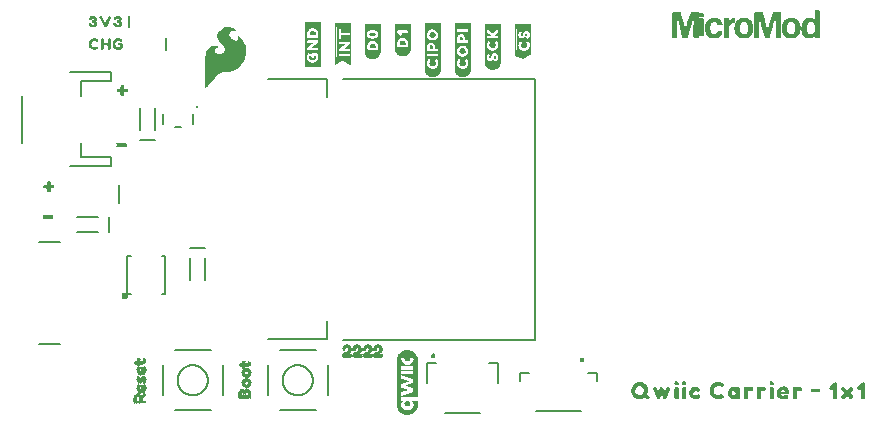
<source format=gto>
G04 EAGLE Gerber RS-274X export*
G75*
%MOMM*%
%FSLAX34Y34*%
%LPD*%
%INSilkscreen Top*%
%IPPOS*%
%AMOC8*
5,1,8,0,0,1.08239X$1,22.5*%
G01*
%ADD10C,0.203200*%
%ADD11R,0.040000X0.400000*%
%ADD12R,0.040000X0.600000*%
%ADD13R,0.040000X0.080000*%
%ADD14R,0.040000X0.680000*%
%ADD15R,0.040000X0.240000*%
%ADD16R,0.040000X0.720000*%
%ADD17R,0.040000X0.760000*%
%ADD18R,0.040000X0.280000*%
%ADD19R,0.040000X0.800000*%
%ADD20R,0.040000X0.320000*%
%ADD21R,0.040000X0.360000*%
%ADD22R,0.040000X0.560000*%
%ADD23R,0.040000X0.520000*%
%ADD24R,0.040000X0.640000*%
%ADD25R,0.040000X0.480000*%
%ADD26R,0.040000X0.040000*%
%ADD27R,0.040000X0.120000*%
%ADD28R,0.040000X0.160000*%
%ADD29R,0.040000X0.440000*%
%ADD30R,0.040000X0.200000*%
%ADD31R,0.040000X0.840000*%
%ADD32R,0.240000X0.040000*%
%ADD33R,0.440000X0.040000*%
%ADD34R,0.400000X0.040000*%
%ADD35R,0.520000X0.040000*%
%ADD36R,0.600000X0.040000*%
%ADD37R,0.680000X0.040000*%
%ADD38R,0.640000X0.040000*%
%ADD39R,0.720000X0.040000*%
%ADD40R,0.760000X0.040000*%
%ADD41R,0.280000X0.040000*%
%ADD42R,0.320000X0.040000*%
%ADD43R,0.200000X0.040000*%
%ADD44R,0.360000X0.040000*%
%ADD45R,0.480000X0.040000*%
%ADD46R,0.800000X0.040000*%
%ADD47R,0.840000X0.040000*%
%ADD48C,0.152400*%
%ADD49C,0.600000*%
%ADD50C,0.254000*%
%ADD51C,0.406400*%
%ADD52R,0.720000X0.060000*%
%ADD53R,0.780000X0.060000*%
%ADD54R,0.840000X0.060000*%

G36*
X163535Y280460D02*
X163535Y280460D01*
X163619Y280463D01*
X163620Y280463D01*
X163621Y280463D01*
X163699Y280506D01*
X163772Y280545D01*
X163772Y280546D01*
X163773Y280546D01*
X163777Y280552D01*
X163860Y280660D01*
X163933Y280805D01*
X164289Y281161D01*
X164296Y281172D01*
X164309Y281183D01*
X164909Y281883D01*
X164913Y281890D01*
X164920Y281897D01*
X165612Y282786D01*
X166503Y283776D01*
X166506Y283781D01*
X166512Y283787D01*
X167507Y284980D01*
X168600Y286173D01*
X169799Y287471D01*
X171099Y288871D01*
X171103Y288878D01*
X171110Y288884D01*
X172200Y290172D01*
X173282Y291254D01*
X174257Y292132D01*
X175209Y292798D01*
X176249Y293271D01*
X177271Y293550D01*
X181120Y293550D01*
X181140Y293555D01*
X181167Y293553D01*
X183567Y293853D01*
X183589Y293861D01*
X183620Y293863D01*
X185820Y294463D01*
X185843Y294475D01*
X185876Y294483D01*
X187876Y295383D01*
X187895Y295397D01*
X187923Y295409D01*
X189823Y296609D01*
X189834Y296619D01*
X189851Y296628D01*
X191551Y297928D01*
X191568Y297949D01*
X191597Y297970D01*
X193097Y299570D01*
X193105Y299584D01*
X193120Y299597D01*
X194520Y301397D01*
X194533Y301424D01*
X194558Y301456D01*
X196458Y305156D01*
X196466Y305187D01*
X196486Y305228D01*
X197486Y308828D01*
X197488Y308862D01*
X197500Y308908D01*
X197700Y312408D01*
X197694Y312440D01*
X197696Y312487D01*
X197196Y315787D01*
X197185Y315816D01*
X197178Y315858D01*
X196178Y318658D01*
X196164Y318679D01*
X196154Y318711D01*
X194854Y321111D01*
X194828Y321140D01*
X194789Y321199D01*
X193089Y322899D01*
X193059Y322917D01*
X193022Y322952D01*
X191422Y323952D01*
X191356Y323975D01*
X191292Y324003D01*
X191275Y324003D01*
X191258Y324008D01*
X191189Y323999D01*
X191119Y323997D01*
X191104Y323988D01*
X191086Y323986D01*
X191028Y323947D01*
X190967Y323914D01*
X190957Y323899D01*
X190942Y323889D01*
X190907Y323829D01*
X190867Y323772D01*
X190864Y323753D01*
X190856Y323739D01*
X190853Y323700D01*
X190840Y323630D01*
X190840Y323030D01*
X190847Y323000D01*
X190847Y322955D01*
X190933Y322524D01*
X190757Y321464D01*
X190518Y321066D01*
X190103Y320651D01*
X189542Y320410D01*
X188973Y320410D01*
X187658Y320786D01*
X186917Y321157D01*
X185555Y322130D01*
X184878Y322709D01*
X184419Y323168D01*
X183942Y323932D01*
X183939Y323935D01*
X183936Y323941D01*
X183569Y324492D01*
X183392Y325114D01*
X183305Y325630D01*
X183388Y326127D01*
X183567Y326574D01*
X183842Y327124D01*
X184196Y327566D01*
X184934Y328212D01*
X185312Y328401D01*
X185653Y328571D01*
X186387Y328755D01*
X187241Y328850D01*
X188473Y328850D01*
X188828Y328761D01*
X188864Y328761D01*
X188920Y328750D01*
X189020Y328750D01*
X189081Y328764D01*
X189144Y328770D01*
X189165Y328784D01*
X189189Y328789D01*
X189237Y328829D01*
X189290Y328863D01*
X189303Y328884D01*
X189322Y328899D01*
X189348Y328957D01*
X189381Y329010D01*
X189383Y329035D01*
X189393Y329058D01*
X189391Y329120D01*
X189397Y329183D01*
X189388Y329206D01*
X189387Y329231D01*
X189357Y329286D01*
X189334Y329345D01*
X189314Y329364D01*
X189304Y329383D01*
X189273Y329404D01*
X189231Y329446D01*
X188937Y329643D01*
X188241Y330139D01*
X188226Y330145D01*
X188212Y330158D01*
X187012Y330858D01*
X186988Y330866D01*
X186961Y330883D01*
X185461Y331483D01*
X185443Y331486D01*
X185422Y331496D01*
X183622Y331996D01*
X183588Y331998D01*
X183539Y332010D01*
X181539Y332110D01*
X181501Y332103D01*
X181436Y332101D01*
X179236Y331601D01*
X179202Y331584D01*
X179144Y331567D01*
X176844Y330367D01*
X176819Y330346D01*
X176778Y330324D01*
X175078Y328924D01*
X175055Y328893D01*
X175007Y328845D01*
X173907Y327245D01*
X173893Y327210D01*
X173861Y327157D01*
X173261Y325457D01*
X173258Y325422D01*
X173256Y325411D01*
X173247Y325392D01*
X173248Y325370D01*
X173240Y325330D01*
X173240Y323630D01*
X173249Y323592D01*
X173255Y323523D01*
X173755Y321823D01*
X173769Y321798D01*
X173780Y321760D01*
X174680Y319960D01*
X174699Y319937D01*
X174718Y319899D01*
X176018Y318199D01*
X176035Y318185D01*
X176051Y318161D01*
X177742Y316471D01*
X178998Y315021D01*
X179640Y313646D01*
X179640Y312387D01*
X179281Y311222D01*
X178469Y310320D01*
X177359Y309579D01*
X176067Y309210D01*
X174571Y309210D01*
X173531Y309494D01*
X172711Y309767D01*
X172078Y310309D01*
X171533Y310855D01*
X171276Y311368D01*
X171100Y311983D01*
X171100Y312568D01*
X171261Y313051D01*
X171508Y313380D01*
X171874Y313746D01*
X172353Y314129D01*
X172708Y314396D01*
X173161Y314577D01*
X173173Y314585D01*
X173190Y314590D01*
X173434Y314712D01*
X173790Y314890D01*
X173819Y314914D01*
X173889Y314961D01*
X173989Y315061D01*
X174002Y315083D01*
X174022Y315099D01*
X174048Y315156D01*
X174080Y315208D01*
X174083Y315234D01*
X174093Y315258D01*
X174091Y315319D01*
X174097Y315381D01*
X174088Y315405D01*
X174087Y315431D01*
X174057Y315485D01*
X174035Y315543D01*
X174016Y315560D01*
X174004Y315583D01*
X173954Y315618D01*
X173908Y315660D01*
X173883Y315668D01*
X173862Y315683D01*
X173778Y315699D01*
X173742Y315710D01*
X173732Y315708D01*
X173720Y315710D01*
X173682Y315710D01*
X173451Y315787D01*
X172961Y315983D01*
X172926Y315988D01*
X172874Y316006D01*
X172174Y316106D01*
X172150Y316104D01*
X172120Y316110D01*
X170320Y316110D01*
X170290Y316103D01*
X170245Y316103D01*
X169245Y315903D01*
X169235Y315898D01*
X169220Y315897D01*
X168120Y315597D01*
X168103Y315588D01*
X168079Y315583D01*
X167079Y315183D01*
X167052Y315164D01*
X167009Y315146D01*
X166109Y314546D01*
X166088Y314524D01*
X166051Y314499D01*
X165251Y313699D01*
X165240Y313681D01*
X165220Y313663D01*
X164520Y312763D01*
X164509Y312739D01*
X164486Y312712D01*
X163886Y311612D01*
X163877Y311579D01*
X163854Y311534D01*
X163454Y310134D01*
X163453Y310109D01*
X163443Y310077D01*
X163243Y308477D01*
X163244Y308465D01*
X163240Y308450D01*
X163140Y306550D01*
X163142Y306541D01*
X163140Y306530D01*
X163140Y280830D01*
X163160Y280745D01*
X163179Y280663D01*
X163179Y280662D01*
X163179Y280661D01*
X163236Y280593D01*
X163288Y280529D01*
X163289Y280528D01*
X163367Y280493D01*
X163446Y280457D01*
X163447Y280457D01*
X163448Y280457D01*
X163535Y280460D01*
G37*
G36*
X334236Y3601D02*
X334236Y3601D01*
X334241Y3599D01*
X335821Y3759D01*
X335825Y3762D01*
X335833Y3761D01*
X337351Y4226D01*
X337353Y4229D01*
X337358Y4229D01*
X337838Y4447D01*
X337839Y4449D01*
X337842Y4449D01*
X338773Y4954D01*
X338774Y4956D01*
X338776Y4956D01*
X339220Y5241D01*
X339222Y5244D01*
X339226Y5246D01*
X340441Y6267D01*
X340442Y6272D01*
X340449Y6275D01*
X341459Y7500D01*
X341460Y7505D01*
X341466Y7510D01*
X342230Y8900D01*
X342230Y8904D01*
X342232Y8906D01*
X342233Y8907D01*
X342234Y8908D01*
X342423Y9400D01*
X342423Y9402D01*
X342425Y9404D01*
X342738Y10415D01*
X342738Y10417D01*
X342740Y10419D01*
X342860Y10932D01*
X342859Y10936D01*
X342861Y10940D01*
X343021Y12520D01*
X343019Y12523D01*
X343021Y12526D01*
X343024Y15300D01*
X343013Y15318D01*
X343010Y15339D01*
X342993Y15348D01*
X342987Y15357D01*
X342978Y15355D01*
X342964Y15362D01*
X342577Y15378D01*
X342576Y15377D01*
X342575Y15378D01*
X338340Y15378D01*
X338339Y15378D01*
X337946Y15368D01*
X337935Y15361D01*
X337922Y15363D01*
X337909Y15343D01*
X337889Y15330D01*
X337892Y15317D01*
X337884Y15306D01*
X337899Y15272D01*
X337901Y15263D01*
X337904Y15262D01*
X337905Y15259D01*
X338391Y14828D01*
X338718Y14425D01*
X338981Y13978D01*
X339166Y13493D01*
X339283Y12986D01*
X339336Y12468D01*
X339315Y11947D01*
X339266Y11426D01*
X339147Y10919D01*
X338995Y10420D01*
X338757Y9957D01*
X338496Y9507D01*
X338148Y9119D01*
X337778Y8754D01*
X337355Y8449D01*
X336905Y8188D01*
X336429Y7972D01*
X335933Y7812D01*
X335424Y7686D01*
X334907Y7613D01*
X334384Y7573D01*
X333860Y7568D01*
X333337Y7608D01*
X332819Y7675D01*
X332311Y7801D01*
X331813Y7958D01*
X331338Y8175D01*
X330889Y8437D01*
X330468Y8744D01*
X330100Y9112D01*
X330055Y9162D01*
X330000Y9225D01*
X329944Y9288D01*
X329888Y9351D01*
X329832Y9413D01*
X329754Y9501D01*
X329501Y9956D01*
X329274Y10424D01*
X329122Y10923D01*
X329017Y11433D01*
X328969Y11954D01*
X328960Y12475D01*
X329020Y12993D01*
X329143Y13498D01*
X329334Y13981D01*
X329598Y14428D01*
X329920Y14832D01*
X330468Y15262D01*
X330473Y15277D01*
X330486Y15285D01*
X330483Y15307D01*
X330490Y15327D01*
X330479Y15337D01*
X330477Y15353D01*
X330450Y15365D01*
X330441Y15373D01*
X330435Y15372D01*
X330430Y15375D01*
X329930Y15378D01*
X329401Y15378D01*
X329059Y15381D01*
X329059Y18616D01*
X329059Y18617D01*
X329059Y18634D01*
X342677Y18634D01*
X342679Y18635D01*
X342681Y18635D01*
X342965Y18651D01*
X342982Y18664D01*
X343003Y18667D01*
X343011Y18685D01*
X343020Y18692D01*
X343018Y18701D01*
X343024Y18714D01*
X343024Y49642D01*
X343022Y49645D01*
X343024Y49648D01*
X342873Y51229D01*
X342871Y51231D01*
X342872Y51234D01*
X342775Y51752D01*
X342772Y51755D01*
X342773Y51759D01*
X342291Y53271D01*
X342287Y53275D01*
X342286Y53282D01*
X341529Y54678D01*
X341524Y54680D01*
X341522Y54687D01*
X340523Y55920D01*
X340520Y55921D01*
X340518Y55926D01*
X340136Y56289D01*
X340134Y56290D01*
X340133Y56292D01*
X339316Y56966D01*
X339314Y56966D01*
X339312Y56969D01*
X338881Y57272D01*
X338878Y57272D01*
X338875Y57276D01*
X337473Y58020D01*
X337468Y58020D01*
X337463Y58025D01*
X335946Y58495D01*
X335941Y58494D01*
X335936Y58498D01*
X335413Y58568D01*
X335412Y58568D01*
X335411Y58568D01*
X334357Y58674D01*
X334355Y58673D01*
X334352Y58675D01*
X333825Y58683D01*
X333823Y58681D01*
X333818Y58683D01*
X332238Y58523D01*
X332234Y58519D01*
X332226Y58520D01*
X330710Y58049D01*
X330707Y58046D01*
X330702Y58046D01*
X330224Y57823D01*
X330223Y57821D01*
X330221Y57821D01*
X329290Y57316D01*
X329289Y57314D01*
X329286Y57313D01*
X328846Y57023D01*
X328845Y57021D01*
X328841Y57019D01*
X328024Y56346D01*
X328024Y56344D01*
X328022Y56344D01*
X327629Y55992D01*
X327628Y55988D01*
X327622Y55985D01*
X326612Y54760D01*
X326611Y54755D01*
X326605Y54750D01*
X325846Y53356D01*
X325846Y53352D01*
X325842Y53348D01*
X325659Y52853D01*
X325659Y52852D01*
X325658Y52850D01*
X325344Y51839D01*
X325344Y51837D01*
X325342Y51834D01*
X325228Y51320D01*
X325230Y51317D01*
X325227Y51313D01*
X325121Y50259D01*
X325068Y49734D01*
X325069Y49731D01*
X325068Y49727D01*
X325068Y12676D01*
X325069Y12674D01*
X325068Y12670D01*
X325216Y11090D01*
X325217Y11088D01*
X325216Y11085D01*
X325307Y10566D01*
X325310Y10563D01*
X325309Y10558D01*
X325785Y9043D01*
X325789Y9040D01*
X325790Y9032D01*
X326547Y7637D01*
X326551Y7635D01*
X326553Y7629D01*
X326873Y7209D01*
X326874Y7209D01*
X326874Y7207D01*
X327548Y6391D01*
X327551Y6390D01*
X327553Y6386D01*
X327930Y6018D01*
X327932Y6017D01*
X327934Y6014D01*
X328750Y5341D01*
X328752Y5340D01*
X328754Y5338D01*
X329181Y5030D01*
X329185Y5029D01*
X329188Y5025D01*
X330587Y4275D01*
X330592Y4276D01*
X330598Y4271D01*
X332114Y3800D01*
X332119Y3801D01*
X332124Y3798D01*
X332646Y3721D01*
X332647Y3722D01*
X332649Y3721D01*
X333702Y3614D01*
X333704Y3615D01*
X333706Y3614D01*
X334233Y3599D01*
X334236Y3601D01*
G37*
G36*
X356408Y289517D02*
X356408Y289517D01*
X356414Y289513D01*
X357111Y289712D01*
X357708Y289811D01*
X357714Y289818D01*
X357719Y289815D01*
X358419Y290115D01*
X358421Y290117D01*
X358422Y290116D01*
X359022Y290416D01*
X359025Y290423D01*
X359031Y290422D01*
X359529Y290820D01*
X360127Y291219D01*
X360130Y291226D01*
X360135Y291225D01*
X360635Y291725D01*
X360635Y291729D01*
X360638Y291729D01*
X361438Y292729D01*
X361439Y292737D01*
X361444Y292738D01*
X361744Y293338D01*
X361744Y293340D01*
X361745Y293341D01*
X362045Y294041D01*
X362045Y294044D01*
X362047Y294044D01*
X362247Y294644D01*
X362245Y294651D01*
X362249Y294653D01*
X362349Y295352D01*
X362449Y295952D01*
X362446Y295957D01*
X362449Y295960D01*
X362449Y334660D01*
X362441Y334671D01*
X362446Y334678D01*
X362246Y335178D01*
X362205Y335203D01*
X362200Y335209D01*
X349300Y335209D01*
X349289Y335201D01*
X349282Y335206D01*
X348782Y335006D01*
X348757Y334965D01*
X348751Y334960D01*
X348751Y296360D01*
X348754Y296355D01*
X348751Y296352D01*
X348851Y295756D01*
X348851Y295060D01*
X348857Y295052D01*
X348853Y295046D01*
X349053Y294346D01*
X349054Y294345D01*
X349053Y294344D01*
X349253Y293744D01*
X349258Y293741D01*
X349256Y293738D01*
X349556Y293138D01*
X349560Y293136D01*
X349559Y293133D01*
X349959Y292533D01*
X349962Y292532D01*
X349962Y292529D01*
X350762Y291529D01*
X350766Y291528D01*
X350765Y291525D01*
X351265Y291025D01*
X351272Y291024D01*
X351273Y291019D01*
X351873Y290619D01*
X351877Y290619D01*
X351878Y290616D01*
X353078Y290016D01*
X353083Y290017D01*
X353084Y290013D01*
X353684Y289813D01*
X353686Y289814D01*
X353686Y289813D01*
X354386Y289613D01*
X354391Y289615D01*
X354393Y289611D01*
X355093Y289511D01*
X355098Y289514D01*
X355100Y289511D01*
X356400Y289511D01*
X356408Y289517D01*
G37*
G36*
X381808Y289517D02*
X381808Y289517D01*
X381814Y289513D01*
X382511Y289712D01*
X383108Y289811D01*
X383114Y289818D01*
X383119Y289815D01*
X383819Y290115D01*
X383821Y290117D01*
X383822Y290116D01*
X384422Y290416D01*
X384425Y290423D01*
X384431Y290422D01*
X384929Y290820D01*
X385527Y291219D01*
X385530Y291226D01*
X385535Y291225D01*
X386035Y291725D01*
X386035Y291729D01*
X386038Y291729D01*
X386838Y292729D01*
X386839Y292737D01*
X386844Y292738D01*
X387144Y293338D01*
X387144Y293340D01*
X387145Y293341D01*
X387445Y294041D01*
X387445Y294044D01*
X387447Y294044D01*
X387647Y294644D01*
X387645Y294651D01*
X387649Y294653D01*
X387749Y295352D01*
X387849Y295952D01*
X387846Y295957D01*
X387849Y295960D01*
X387849Y334660D01*
X387841Y334671D01*
X387846Y334678D01*
X387646Y335178D01*
X387605Y335203D01*
X387600Y335209D01*
X374700Y335209D01*
X374689Y335201D01*
X374682Y335206D01*
X374182Y335006D01*
X374157Y334965D01*
X374151Y334960D01*
X374151Y296360D01*
X374154Y296355D01*
X374151Y296352D01*
X374251Y295756D01*
X374251Y295060D01*
X374257Y295052D01*
X374253Y295046D01*
X374453Y294346D01*
X374454Y294345D01*
X374453Y294344D01*
X374653Y293744D01*
X374658Y293741D01*
X374656Y293738D01*
X374956Y293138D01*
X374960Y293136D01*
X374959Y293133D01*
X375359Y292533D01*
X375362Y292532D01*
X375362Y292529D01*
X376162Y291529D01*
X376166Y291528D01*
X376165Y291525D01*
X376665Y291025D01*
X376672Y291024D01*
X376673Y291019D01*
X377273Y290619D01*
X377277Y290619D01*
X377278Y290616D01*
X378478Y290016D01*
X378483Y290017D01*
X378484Y290013D01*
X379084Y289813D01*
X379086Y289814D01*
X379086Y289813D01*
X379786Y289613D01*
X379791Y289615D01*
X379793Y289611D01*
X380493Y289511D01*
X380498Y289514D01*
X380500Y289511D01*
X381800Y289511D01*
X381808Y289517D01*
G37*
G36*
X260747Y298027D02*
X260747Y298027D01*
X260745Y298030D01*
X260749Y298032D01*
X260849Y298632D01*
X260846Y298637D01*
X260849Y298640D01*
X260849Y335840D01*
X260813Y335887D01*
X260806Y335882D01*
X260800Y335889D01*
X247300Y335889D01*
X247253Y335853D01*
X247255Y335850D01*
X247251Y335848D01*
X247151Y335248D01*
X247154Y335243D01*
X247151Y335240D01*
X247151Y298040D01*
X247187Y297993D01*
X247194Y297998D01*
X247200Y297991D01*
X260700Y297991D01*
X260747Y298027D01*
G37*
G36*
X407105Y295864D02*
X407105Y295864D01*
X407108Y295861D01*
X407708Y295961D01*
X407711Y295965D01*
X407714Y295963D01*
X408414Y296163D01*
X408415Y296164D01*
X408416Y296163D01*
X409016Y296363D01*
X409019Y296368D01*
X409022Y296366D01*
X409622Y296666D01*
X409624Y296670D01*
X409627Y296669D01*
X410827Y297469D01*
X410830Y297476D01*
X410835Y297475D01*
X411335Y297975D01*
X411335Y297979D01*
X411338Y297979D01*
X412138Y298979D01*
X412139Y298987D01*
X412144Y298988D01*
X412744Y300188D01*
X412743Y300195D01*
X412747Y300196D01*
X412947Y300895D01*
X413147Y301494D01*
X413145Y301501D01*
X413149Y301503D01*
X413249Y302203D01*
X413246Y302208D01*
X413249Y302210D01*
X413249Y334010D01*
X413246Y334015D01*
X413249Y334018D01*
X413149Y334618D01*
X413105Y334659D01*
X413103Y334656D01*
X413100Y334659D01*
X400200Y334659D01*
X400195Y334656D01*
X400192Y334659D01*
X399592Y334559D01*
X399551Y334515D01*
X399554Y334513D01*
X399551Y334510D01*
X399551Y302210D01*
X399554Y302206D01*
X399551Y302203D01*
X399651Y301503D01*
X399656Y301498D01*
X399653Y301494D01*
X399853Y300895D01*
X400053Y300196D01*
X400058Y300192D01*
X400056Y300188D01*
X400656Y298988D01*
X400663Y298985D01*
X400662Y298979D01*
X401462Y297979D01*
X401466Y297978D01*
X401465Y297975D01*
X401965Y297475D01*
X401972Y297474D01*
X401973Y297469D01*
X403173Y296669D01*
X403177Y296669D01*
X403178Y296666D01*
X403778Y296366D01*
X403783Y296367D01*
X403784Y296363D01*
X404384Y296163D01*
X404386Y296164D01*
X404386Y296163D01*
X405086Y295963D01*
X405090Y295964D01*
X405092Y295961D01*
X405692Y295861D01*
X405697Y295864D01*
X405700Y295861D01*
X407100Y295861D01*
X407105Y295864D01*
G37*
G36*
X273013Y299880D02*
X273013Y299880D01*
X273022Y299876D01*
X279111Y302871D01*
X279688Y302871D01*
X285678Y299876D01*
X285694Y299879D01*
X285700Y299871D01*
X286200Y299871D01*
X286247Y299907D01*
X286242Y299914D01*
X286249Y299920D01*
X286249Y335120D01*
X286246Y335125D01*
X286249Y335128D01*
X286149Y335728D01*
X286105Y335769D01*
X286103Y335766D01*
X286100Y335769D01*
X273200Y335769D01*
X273195Y335766D01*
X273192Y335769D01*
X272592Y335669D01*
X272551Y335625D01*
X272554Y335623D01*
X272551Y335620D01*
X272551Y299920D01*
X272587Y299873D01*
X272594Y299878D01*
X272600Y299871D01*
X273000Y299871D01*
X273013Y299880D01*
G37*
G36*
X579821Y322600D02*
X579821Y322600D01*
X579823Y322597D01*
X580342Y322657D01*
X580359Y322673D01*
X580371Y322671D01*
X580739Y323032D01*
X580743Y323054D01*
X580754Y323060D01*
X580820Y323568D01*
X581053Y323966D01*
X581546Y324006D01*
X584181Y324006D01*
X584189Y324012D01*
X584195Y324008D01*
X584696Y324147D01*
X584708Y324162D01*
X584719Y324161D01*
X585072Y324543D01*
X585073Y324553D01*
X585075Y324554D01*
X585074Y324556D01*
X585074Y324562D01*
X585085Y324567D01*
X585185Y325079D01*
X585182Y325085D01*
X585186Y325088D01*
X585181Y335652D01*
X585174Y335662D01*
X585174Y338232D01*
X585169Y338239D01*
X585172Y338243D01*
X585055Y338751D01*
X585040Y338763D01*
X585042Y338775D01*
X584674Y339143D01*
X584655Y339145D01*
X584650Y339156D01*
X584143Y339275D01*
X584135Y339271D01*
X584131Y339276D01*
X581497Y339276D01*
X581012Y339333D01*
X580810Y339744D01*
X580848Y340226D01*
X581244Y340455D01*
X583867Y340455D01*
X583869Y340456D01*
X583870Y340455D01*
X584395Y340481D01*
X584407Y340491D01*
X584416Y340487D01*
X584872Y340737D01*
X584880Y340755D01*
X584892Y340757D01*
X585143Y341212D01*
X585142Y341218D01*
X585146Y341221D01*
X585141Y341228D01*
X585149Y341234D01*
X585174Y341759D01*
X585173Y341761D01*
X585174Y341762D01*
X585169Y342816D01*
X585161Y342827D01*
X585166Y342834D01*
X584971Y343317D01*
X584954Y343327D01*
X584954Y343338D01*
X584533Y343644D01*
X584515Y343644D01*
X584510Y343653D01*
X583989Y343710D01*
X583985Y343708D01*
X583983Y343710D01*
X581354Y343711D01*
X580905Y343850D01*
X580795Y344324D01*
X580785Y344332D01*
X580788Y344339D01*
X580515Y344776D01*
X580492Y344785D01*
X580487Y344798D01*
X579991Y344941D01*
X579982Y344937D01*
X579977Y344943D01*
X574704Y344941D01*
X574691Y344931D01*
X574682Y344935D01*
X574222Y344704D01*
X574212Y344684D01*
X574199Y344681D01*
X573979Y344208D01*
X573980Y344205D01*
X573978Y344203D01*
X573978Y344202D01*
X573977Y344202D01*
X573343Y342190D01*
X573343Y342189D01*
X572099Y338158D01*
X571199Y335124D01*
X571198Y335124D01*
X571199Y335122D01*
X571203Y335114D01*
X570695Y333361D01*
X570696Y333360D01*
X570695Y333360D01*
X570139Y331314D01*
X570139Y331313D01*
X569758Y329769D01*
X569758Y329768D01*
X569757Y329767D01*
X569568Y328854D01*
X569520Y328935D01*
X569311Y329966D01*
X569310Y329966D01*
X569311Y329967D01*
X568845Y332035D01*
X568844Y332036D01*
X568845Y332036D01*
X568220Y334611D01*
X568219Y334612D01*
X568220Y334613D01*
X568077Y335124D01*
X568071Y335128D01*
X567359Y337890D01*
X567358Y337891D01*
X567359Y337891D01*
X566667Y340439D01*
X566667Y340440D01*
X565945Y342980D01*
X565944Y342980D01*
X565945Y342980D01*
X565485Y344496D01*
X565470Y344506D01*
X565472Y344517D01*
X565099Y344874D01*
X565077Y344877D01*
X565070Y344888D01*
X564549Y344940D01*
X564546Y344938D01*
X564545Y344941D01*
X559263Y344941D01*
X559253Y344933D01*
X559246Y344938D01*
X558765Y344751D01*
X558752Y344730D01*
X558739Y344728D01*
X558507Y344267D01*
X558510Y344251D01*
X558501Y344245D01*
X558503Y335132D01*
X558506Y335128D01*
X558500Y335124D01*
X558501Y335122D01*
X558500Y335121D01*
X558504Y335115D01*
X558498Y335110D01*
X558498Y323544D01*
X558501Y323539D01*
X558498Y323536D01*
X558581Y323024D01*
X558598Y323008D01*
X558597Y322995D01*
X558984Y322657D01*
X559005Y322655D01*
X559012Y322645D01*
X559532Y322598D01*
X559535Y322600D01*
X559537Y322598D01*
X561640Y322598D01*
X561641Y322599D01*
X561642Y322598D01*
X562166Y322621D01*
X562180Y322633D01*
X562191Y322629D01*
X562614Y322922D01*
X562622Y322945D01*
X562634Y322951D01*
X562760Y323451D01*
X562756Y323459D01*
X562761Y323463D01*
X562758Y331875D01*
X562758Y331876D01*
X562722Y335030D01*
X562721Y335032D01*
X562709Y335585D01*
X562685Y336641D01*
X562684Y336641D01*
X562685Y336641D01*
X562603Y339280D01*
X562603Y339281D01*
X562498Y341386D01*
X562537Y341636D01*
X562644Y341371D01*
X563206Y338796D01*
X563206Y338795D01*
X564046Y335195D01*
X564058Y335185D01*
X564054Y335180D01*
X564901Y331688D01*
X565934Y327575D01*
X567003Y323472D01*
X567005Y323470D01*
X567004Y323469D01*
X567170Y322968D01*
X567187Y322956D01*
X567188Y322944D01*
X567603Y322635D01*
X567624Y322635D01*
X567630Y322625D01*
X568158Y322598D01*
X568159Y322599D01*
X568160Y322598D01*
X570809Y322612D01*
X570825Y322624D01*
X570836Y322620D01*
X571270Y322902D01*
X571277Y322920D01*
X571282Y322924D01*
X571289Y322926D01*
X571481Y323417D01*
X571480Y323420D01*
X571482Y323421D01*
X572542Y326976D01*
X572542Y326977D01*
X572543Y326977D01*
X573566Y330543D01*
X573566Y330544D01*
X574688Y334633D01*
X574860Y335279D01*
X574859Y335281D01*
X574860Y335281D01*
X574858Y335284D01*
X574857Y335285D01*
X575769Y338845D01*
X575768Y338846D01*
X575769Y338847D01*
X576366Y341404D01*
X576509Y341589D01*
X576421Y338577D01*
X576422Y338577D01*
X576421Y338576D01*
X576383Y334851D01*
X576381Y334849D01*
X576364Y331685D01*
X576364Y331684D01*
X576363Y323772D01*
X576364Y323772D01*
X576363Y323771D01*
X576375Y323244D01*
X576386Y323231D01*
X576382Y323220D01*
X576645Y322777D01*
X576668Y322768D01*
X576672Y322755D01*
X577165Y322599D01*
X577175Y322603D01*
X577180Y322597D01*
X579817Y322597D01*
X579821Y322600D01*
G37*
G36*
X305305Y304754D02*
X305305Y304754D01*
X305308Y304751D01*
X305908Y304851D01*
X306607Y304951D01*
X306615Y304959D01*
X306622Y304956D01*
X307218Y305254D01*
X307914Y305453D01*
X307922Y305464D01*
X307931Y305462D01*
X308429Y305860D01*
X309027Y306259D01*
X309028Y306262D01*
X309031Y306262D01*
X309531Y306662D01*
X309532Y306666D01*
X309535Y306665D01*
X310035Y307165D01*
X310035Y307169D01*
X310038Y307169D01*
X310438Y307669D01*
X310439Y307677D01*
X310444Y307678D01*
X311044Y308878D01*
X311044Y308880D01*
X311045Y308881D01*
X311345Y309581D01*
X311343Y309589D01*
X311349Y309592D01*
X311449Y310192D01*
X311448Y310193D01*
X311449Y310193D01*
X311549Y310892D01*
X311649Y311492D01*
X311646Y311497D01*
X311649Y311500D01*
X311649Y334500D01*
X311613Y334547D01*
X311606Y334542D01*
X311600Y334549D01*
X298100Y334549D01*
X298053Y334513D01*
X298054Y334512D01*
X298052Y334511D01*
X298054Y334509D01*
X298051Y334508D01*
X297951Y333908D01*
X297954Y333903D01*
X297951Y333900D01*
X297951Y311300D01*
X297954Y311296D01*
X297951Y311293D01*
X298151Y309893D01*
X298156Y309888D01*
X298153Y309884D01*
X298353Y309284D01*
X298358Y309281D01*
X298356Y309278D01*
X298956Y308078D01*
X298960Y308076D01*
X298959Y308073D01*
X299359Y307473D01*
X299362Y307472D01*
X299362Y307469D01*
X299762Y306969D01*
X299766Y306968D01*
X299765Y306965D01*
X300265Y306465D01*
X300269Y306465D01*
X300269Y306462D01*
X300769Y306062D01*
X300773Y306061D01*
X300773Y306059D01*
X301373Y305659D01*
X301377Y305659D01*
X301378Y305656D01*
X301978Y305356D01*
X301983Y305357D01*
X301984Y305353D01*
X302584Y305153D01*
X302586Y305154D01*
X302586Y305153D01*
X303286Y304953D01*
X303290Y304954D01*
X303292Y304951D01*
X303892Y304851D01*
X303893Y304852D01*
X303893Y304851D01*
X304593Y304751D01*
X304598Y304754D01*
X304600Y304751D01*
X305300Y304751D01*
X305305Y304754D01*
G37*
G36*
X432308Y304951D02*
X432308Y304951D01*
X432316Y304960D01*
X432323Y304956D01*
X438323Y308056D01*
X438331Y308073D01*
X438342Y308075D01*
X438642Y308575D01*
X438642Y308579D01*
X438644Y308580D01*
X438641Y308584D01*
X438640Y308593D01*
X438649Y308600D01*
X438649Y333700D01*
X438640Y333713D01*
X438644Y333722D01*
X438444Y334122D01*
X438407Y334141D01*
X438400Y334149D01*
X425500Y334149D01*
X425489Y334141D01*
X425482Y334146D01*
X424982Y333946D01*
X424957Y333905D01*
X424951Y333900D01*
X424951Y308200D01*
X424976Y308167D01*
X424978Y308156D01*
X425578Y307856D01*
X431678Y304856D01*
X431699Y304860D01*
X431708Y304851D01*
X432308Y304951D01*
G37*
G36*
X330605Y307294D02*
X330605Y307294D01*
X330608Y307291D01*
X331208Y307391D01*
X331907Y307491D01*
X331911Y307495D01*
X331914Y307493D01*
X332614Y307693D01*
X332618Y307698D01*
X332622Y307696D01*
X333822Y308296D01*
X333825Y308303D01*
X333831Y308302D01*
X334831Y309102D01*
X334832Y309106D01*
X334835Y309105D01*
X335335Y309605D01*
X335336Y309612D01*
X335341Y309613D01*
X335740Y310211D01*
X336138Y310709D01*
X336139Y310717D01*
X336144Y310718D01*
X336444Y311318D01*
X336443Y311325D01*
X336447Y311326D01*
X336647Y312025D01*
X336847Y312624D01*
X336845Y312631D01*
X336849Y312633D01*
X337049Y314033D01*
X337046Y314038D01*
X337049Y314040D01*
X337049Y334340D01*
X337013Y334387D01*
X337006Y334382D01*
X337000Y334389D01*
X323500Y334389D01*
X323453Y334353D01*
X323455Y334350D01*
X323451Y334348D01*
X323351Y333748D01*
X323354Y333743D01*
X323351Y333740D01*
X323351Y313940D01*
X323354Y313936D01*
X323351Y313933D01*
X323451Y313233D01*
X323452Y313232D01*
X323451Y313232D01*
X323551Y312632D01*
X323555Y312629D01*
X323553Y312626D01*
X323753Y311926D01*
X323754Y311925D01*
X323753Y311924D01*
X323953Y311324D01*
X323958Y311321D01*
X323956Y311318D01*
X324256Y310718D01*
X324260Y310716D01*
X324259Y310713D01*
X324659Y310113D01*
X324662Y310112D01*
X324662Y310109D01*
X325062Y309609D01*
X325066Y309608D01*
X325065Y309605D01*
X325565Y309105D01*
X325569Y309105D01*
X325569Y309102D01*
X326069Y308702D01*
X326073Y308701D01*
X326073Y308699D01*
X326673Y308299D01*
X326677Y308299D01*
X326678Y308296D01*
X327878Y307696D01*
X327885Y307697D01*
X327886Y307693D01*
X328586Y307493D01*
X328590Y307494D01*
X328592Y307491D01*
X329192Y307391D01*
X329193Y307392D01*
X329193Y307391D01*
X329893Y307291D01*
X329898Y307294D01*
X329900Y307291D01*
X330600Y307291D01*
X330605Y307294D01*
G37*
G36*
X649313Y322600D02*
X649313Y322600D01*
X649315Y322598D01*
X649833Y322665D01*
X649849Y322681D01*
X649861Y322680D01*
X650221Y323048D01*
X650224Y323068D01*
X650234Y323076D01*
X650234Y323077D01*
X650235Y323077D01*
X650292Y323597D01*
X650290Y323600D01*
X650292Y323602D01*
X650289Y334120D01*
X650291Y334122D01*
X650274Y344022D01*
X650269Y344027D01*
X650273Y344031D01*
X650176Y344545D01*
X650158Y344561D01*
X650158Y344574D01*
X649753Y344899D01*
X649732Y344899D01*
X649725Y344910D01*
X649197Y344942D01*
X649195Y344940D01*
X649194Y344942D01*
X644409Y344941D01*
X644404Y344937D01*
X644400Y344940D01*
X643884Y344852D01*
X643868Y344835D01*
X643855Y344835D01*
X643522Y344436D01*
X643521Y344429D01*
X643521Y344428D01*
X643521Y344423D01*
X643513Y344420D01*
X641772Y338836D01*
X641771Y338836D01*
X640407Y334249D01*
X640411Y334238D01*
X639911Y332487D01*
X639911Y332486D01*
X639506Y330957D01*
X639507Y330957D01*
X639506Y330957D01*
X639254Y329933D01*
X639255Y329932D01*
X639254Y329932D01*
X639036Y328912D01*
X638993Y328856D01*
X638584Y330816D01*
X638583Y330817D01*
X638584Y330817D01*
X637857Y333894D01*
X637843Y333906D01*
X637850Y333914D01*
X636776Y338070D01*
X635936Y341142D01*
X635936Y341143D01*
X635048Y344201D01*
X635044Y344205D01*
X635046Y344208D01*
X634826Y344685D01*
X634805Y344696D01*
X634803Y344708D01*
X634336Y344933D01*
X634325Y344931D01*
X634323Y344934D01*
X634318Y344934D01*
X634315Y344938D01*
X629007Y344939D01*
X629004Y344938D01*
X629003Y344939D01*
X628477Y344897D01*
X628461Y344882D01*
X628449Y344885D01*
X628058Y344544D01*
X628053Y344521D01*
X628042Y344515D01*
X627957Y343998D01*
X627960Y343993D01*
X627957Y343990D01*
X627973Y334072D01*
X627973Y334071D01*
X627975Y334069D01*
X627960Y334053D01*
X627962Y334051D01*
X627960Y334050D01*
X627960Y323472D01*
X627965Y323465D01*
X627962Y323461D01*
X628084Y322956D01*
X628103Y322940D01*
X628104Y322927D01*
X628526Y322630D01*
X628546Y322631D01*
X628552Y322621D01*
X629079Y322597D01*
X629081Y322598D01*
X629081Y322597D01*
X631197Y322597D01*
X631200Y322600D01*
X631202Y322598D01*
X631724Y322650D01*
X631740Y322664D01*
X631752Y322662D01*
X632133Y323012D01*
X632135Y323024D01*
X632139Y323027D01*
X632136Y323031D01*
X632137Y323035D01*
X632148Y323041D01*
X632223Y323558D01*
X632220Y323563D01*
X632223Y323565D01*
X632221Y331498D01*
X632197Y334104D01*
X632198Y334104D01*
X632197Y334105D01*
X632197Y334120D01*
X632201Y334123D01*
X632086Y338731D01*
X632085Y338732D01*
X632086Y338732D01*
X631960Y341378D01*
X631998Y341633D01*
X632106Y341370D01*
X632789Y338263D01*
X632790Y338263D01*
X632789Y338263D01*
X633767Y334131D01*
X633791Y334111D01*
X633784Y334102D01*
X635048Y328986D01*
X635964Y325413D01*
X636502Y323375D01*
X636506Y323372D01*
X636504Y323368D01*
X636702Y322886D01*
X636721Y322874D01*
X636723Y322862D01*
X637174Y322611D01*
X637191Y322613D01*
X637197Y322604D01*
X639832Y322598D01*
X639834Y322599D01*
X639835Y322598D01*
X640358Y322631D01*
X640374Y322645D01*
X640386Y322642D01*
X640787Y322966D01*
X640791Y322985D01*
X640802Y322989D01*
X640974Y323486D01*
X640974Y323487D01*
X640975Y323487D01*
X641280Y324496D01*
X642323Y328035D01*
X643329Y331584D01*
X644060Y334259D01*
X644059Y334260D01*
X644060Y334261D01*
X644058Y334263D01*
X644051Y334281D01*
X644974Y337819D01*
X644974Y337820D01*
X645481Y339885D01*
X645480Y339886D01*
X645481Y339886D01*
X645833Y341429D01*
X645970Y341578D01*
X645870Y337990D01*
X645870Y337989D01*
X645823Y334267D01*
X645833Y334254D01*
X645826Y323739D01*
X645827Y323738D01*
X645826Y323738D01*
X645843Y323212D01*
X645855Y323197D01*
X645851Y323187D01*
X646134Y322756D01*
X646158Y322748D01*
X646163Y322735D01*
X646661Y322599D01*
X646670Y322602D01*
X646674Y322597D01*
X649309Y322597D01*
X649313Y322600D01*
G37*
G36*
X674949Y322302D02*
X674949Y322302D01*
X674950Y322303D01*
X674951Y322302D01*
X675479Y322350D01*
X675481Y322352D01*
X675482Y322351D01*
X676006Y322432D01*
X676008Y322434D01*
X676010Y322432D01*
X676524Y322562D01*
X676526Y322565D01*
X676528Y322563D01*
X677028Y322740D01*
X677030Y322744D01*
X677033Y322742D01*
X677505Y322983D01*
X677508Y322987D01*
X677511Y322986D01*
X677946Y323287D01*
X677948Y323292D01*
X677952Y323292D01*
X678340Y323652D01*
X678341Y323657D01*
X678344Y323657D01*
X678679Y324067D01*
X678679Y324072D01*
X678683Y324072D01*
X678898Y324413D01*
X678936Y324197D01*
X678968Y323671D01*
X678969Y323670D01*
X678968Y323669D01*
X679028Y323143D01*
X679041Y323129D01*
X679038Y323118D01*
X679363Y322714D01*
X679386Y322708D01*
X679392Y322697D01*
X679904Y322599D01*
X679911Y322602D01*
X679914Y322598D01*
X682564Y322598D01*
X682570Y322603D01*
X682575Y322599D01*
X683082Y322717D01*
X683098Y322736D01*
X683111Y322737D01*
X683410Y323159D01*
X683409Y323179D01*
X683419Y323186D01*
X683431Y323714D01*
X683431Y323715D01*
X683431Y323716D01*
X683398Y326895D01*
X683403Y331134D01*
X683388Y331155D01*
X683400Y331648D01*
X683400Y331649D01*
X683400Y345406D01*
X683396Y345413D01*
X683399Y345417D01*
X683290Y345925D01*
X683271Y345941D01*
X683271Y345954D01*
X682860Y346267D01*
X682840Y346267D01*
X682833Y346277D01*
X682307Y346307D01*
X682305Y346306D01*
X682304Y346307D01*
X679658Y346306D01*
X679653Y346302D01*
X679649Y346302D01*
X679645Y346300D01*
X679640Y346303D01*
X679159Y346113D01*
X679145Y346092D01*
X679132Y346090D01*
X678901Y345627D01*
X678904Y345611D01*
X678896Y345605D01*
X678891Y338728D01*
X678874Y338417D01*
X678627Y338729D01*
X678619Y338731D01*
X678619Y338737D01*
X678208Y339068D01*
X678202Y339069D01*
X678201Y339073D01*
X677737Y339327D01*
X677732Y339326D01*
X677731Y339329D01*
X677238Y339520D01*
X677234Y339519D01*
X677233Y339522D01*
X676721Y339655D01*
X676718Y339654D01*
X676717Y339656D01*
X676196Y339747D01*
X676193Y339746D01*
X676192Y339748D01*
X675666Y339799D01*
X675664Y339798D01*
X675663Y339800D01*
X675134Y339821D01*
X675132Y339819D01*
X675130Y339821D01*
X674074Y339769D01*
X674071Y339766D01*
X674068Y339768D01*
X673546Y339684D01*
X673544Y339682D01*
X673542Y339683D01*
X673029Y339561D01*
X673027Y339559D01*
X673026Y339560D01*
X672520Y339405D01*
X672518Y339402D01*
X672516Y339404D01*
X672026Y339204D01*
X672024Y339201D01*
X672022Y339202D01*
X671553Y338958D01*
X671552Y338955D01*
X671550Y338956D01*
X671100Y338679D01*
X671099Y338676D01*
X671097Y338677D01*
X670668Y338368D01*
X670667Y338364D01*
X670664Y338365D01*
X670271Y338010D01*
X670271Y338007D01*
X670269Y338007D01*
X669903Y337626D01*
X669902Y337624D01*
X669900Y337624D01*
X669559Y337220D01*
X669559Y337217D01*
X669557Y337217D01*
X669249Y336787D01*
X669249Y336784D01*
X669247Y336783D01*
X668975Y336330D01*
X668975Y336328D01*
X668974Y336328D01*
X668726Y335861D01*
X668726Y335858D01*
X668725Y335858D01*
X668505Y335377D01*
X668506Y335373D01*
X668503Y335372D01*
X668159Y334373D01*
X668159Y334370D01*
X668157Y334369D01*
X668023Y333857D01*
X668024Y333856D01*
X668023Y333855D01*
X667918Y333336D01*
X667918Y333335D01*
X667827Y332814D01*
X667828Y332811D01*
X667827Y332810D01*
X667771Y332284D01*
X667772Y332283D01*
X667771Y332283D01*
X667730Y331756D01*
X667731Y331754D01*
X667730Y331754D01*
X667712Y331225D01*
X667720Y331213D01*
X667715Y331209D01*
X667718Y331205D01*
X667713Y331201D01*
X667730Y330276D01*
X667731Y330274D01*
X667730Y330273D01*
X667808Y329216D01*
X667810Y329214D01*
X667808Y329213D01*
X667968Y328165D01*
X667970Y328163D01*
X667969Y328162D01*
X668083Y327644D01*
X668084Y327643D01*
X668084Y327642D01*
X668223Y327131D01*
X668224Y327130D01*
X668223Y327129D01*
X668382Y326624D01*
X668384Y326622D01*
X668383Y326620D01*
X668577Y326127D01*
X668579Y326126D01*
X668579Y326125D01*
X668803Y325645D01*
X668805Y325644D01*
X668804Y325642D01*
X669056Y325176D01*
X669058Y325175D01*
X669058Y325173D01*
X669342Y324726D01*
X669346Y324725D01*
X669345Y324722D01*
X669674Y324307D01*
X669677Y324306D01*
X669677Y324304D01*
X670037Y323917D01*
X670041Y323916D01*
X670040Y323914D01*
X670433Y323559D01*
X670436Y323558D01*
X670436Y323556D01*
X670859Y323237D01*
X670863Y323237D01*
X670864Y323233D01*
X671320Y322965D01*
X671324Y322965D01*
X671325Y322962D01*
X671806Y322742D01*
X671810Y322743D01*
X671810Y322741D01*
X672309Y322563D01*
X672312Y322564D01*
X672313Y322562D01*
X672824Y322426D01*
X672828Y322427D01*
X672829Y322425D01*
X673352Y322338D01*
X673355Y322340D01*
X673356Y322338D01*
X673884Y322297D01*
X673885Y322298D01*
X673886Y322297D01*
X674416Y322281D01*
X674418Y322283D01*
X674419Y322281D01*
X674949Y322302D01*
G37*
G36*
X660056Y322334D02*
X660056Y322334D01*
X660059Y322336D01*
X660061Y322334D01*
X661104Y322500D01*
X661106Y322502D01*
X661108Y322501D01*
X661621Y322631D01*
X661622Y322633D01*
X661624Y322632D01*
X662126Y322793D01*
X662127Y322794D01*
X662128Y322794D01*
X662623Y322980D01*
X662625Y322983D01*
X662628Y322982D01*
X663099Y323222D01*
X663099Y323224D01*
X663101Y323223D01*
X663558Y323487D01*
X663559Y323490D01*
X663561Y323489D01*
X663997Y323787D01*
X663998Y323791D01*
X664001Y323790D01*
X664404Y324132D01*
X664404Y324134D01*
X664406Y324134D01*
X664787Y324500D01*
X664787Y324502D01*
X664789Y324502D01*
X665142Y324896D01*
X665142Y324899D01*
X665145Y324899D01*
X665457Y325326D01*
X665457Y325328D01*
X665458Y325328D01*
X665745Y325771D01*
X665745Y325773D01*
X665747Y325774D01*
X666006Y326234D01*
X666005Y326238D01*
X666008Y326238D01*
X666225Y326720D01*
X666224Y326722D01*
X666226Y326722D01*
X666421Y327212D01*
X666421Y327214D01*
X666422Y327215D01*
X666590Y327716D01*
X666589Y327719D01*
X666591Y327720D01*
X666841Y328746D01*
X666840Y328749D01*
X666842Y328750D01*
X666929Y329271D01*
X666928Y329273D01*
X666929Y329274D01*
X667045Y330324D01*
X667043Y330327D01*
X667045Y330328D01*
X667076Y331384D01*
X667071Y331392D01*
X667052Y332168D01*
X667050Y332170D01*
X667052Y332172D01*
X666997Y332698D01*
X666995Y332700D01*
X666996Y332701D01*
X666828Y333745D01*
X666825Y333748D01*
X666827Y333751D01*
X666540Y334769D01*
X666538Y334770D01*
X666539Y334772D01*
X666361Y335270D01*
X666358Y335272D01*
X666359Y335274D01*
X666138Y335755D01*
X666137Y335756D01*
X666137Y335758D01*
X665892Y336226D01*
X665890Y336227D01*
X665890Y336228D01*
X665619Y336682D01*
X665616Y336684D01*
X665617Y336686D01*
X665302Y337112D01*
X665300Y337113D01*
X665300Y337115D01*
X664957Y337517D01*
X664955Y337517D01*
X664955Y337519D01*
X664587Y337899D01*
X664584Y337899D01*
X664584Y337902D01*
X664183Y338247D01*
X664179Y338247D01*
X664179Y338250D01*
X663749Y338557D01*
X663747Y338557D01*
X663747Y338559D01*
X663298Y338839D01*
X663295Y338839D01*
X663295Y338841D01*
X662825Y339083D01*
X662821Y339083D01*
X662820Y339085D01*
X662330Y339283D01*
X662328Y339283D01*
X662328Y339284D01*
X661829Y339458D01*
X661826Y339457D01*
X661825Y339459D01*
X661312Y339590D01*
X661310Y339589D01*
X661309Y339591D01*
X660790Y339689D01*
X660788Y339688D01*
X660788Y339689D01*
X660264Y339765D01*
X660261Y339764D01*
X660259Y339766D01*
X659203Y339825D01*
X659200Y339823D01*
X659198Y339825D01*
X658141Y339772D01*
X658138Y339770D01*
X658136Y339772D01*
X657613Y339692D01*
X657612Y339691D01*
X657611Y339692D01*
X657091Y339601D01*
X657088Y339599D01*
X657086Y339601D01*
X656575Y339464D01*
X656574Y339462D01*
X656573Y339463D01*
X656070Y339301D01*
X656068Y339299D01*
X656067Y339300D01*
X655574Y339106D01*
X655572Y339103D01*
X655570Y339104D01*
X655099Y338865D01*
X655098Y338863D01*
X655097Y338864D01*
X654638Y338601D01*
X654636Y338598D01*
X654634Y338599D01*
X654199Y338297D01*
X654198Y338294D01*
X654196Y338294D01*
X653788Y337958D01*
X653788Y337956D01*
X653786Y337956D01*
X653398Y337597D01*
X653398Y337594D01*
X653395Y337594D01*
X653040Y337201D01*
X653040Y337199D01*
X653038Y337199D01*
X652714Y336781D01*
X652714Y336779D01*
X652713Y336779D01*
X652412Y336343D01*
X652412Y336341D01*
X652410Y336340D01*
X652144Y335883D01*
X652144Y335880D01*
X652142Y335880D01*
X651909Y335405D01*
X651910Y335403D01*
X651908Y335403D01*
X651699Y334917D01*
X651699Y334916D01*
X651699Y334915D01*
X651698Y334915D01*
X651518Y334417D01*
X651519Y334414D01*
X651517Y334413D01*
X651372Y333905D01*
X651372Y333903D01*
X651371Y333903D01*
X651247Y333389D01*
X651248Y333387D01*
X651246Y333386D01*
X651150Y332866D01*
X651152Y332863D01*
X651150Y332862D01*
X651041Y331810D01*
X651047Y331800D01*
X651042Y331794D01*
X651052Y331752D01*
X651024Y330902D01*
X651026Y330900D01*
X651024Y330899D01*
X651039Y330371D01*
X651041Y330368D01*
X651039Y330367D01*
X651144Y329316D01*
X651145Y329314D01*
X651144Y329313D01*
X651226Y328791D01*
X651227Y328789D01*
X651226Y328788D01*
X651337Y328272D01*
X651338Y328271D01*
X651337Y328270D01*
X651465Y327757D01*
X651467Y327756D01*
X651466Y327755D01*
X651625Y327251D01*
X651627Y327249D01*
X651626Y327248D01*
X651816Y326755D01*
X651818Y326754D01*
X651817Y326753D01*
X652029Y326269D01*
X652032Y326268D01*
X652031Y326266D01*
X652279Y325799D01*
X652281Y325798D01*
X652280Y325796D01*
X652563Y325350D01*
X652565Y325349D01*
X652564Y325347D01*
X652872Y324918D01*
X652875Y324918D01*
X652874Y324915D01*
X653216Y324513D01*
X653220Y324512D01*
X653220Y324509D01*
X653598Y324141D01*
X653601Y324141D01*
X653600Y324139D01*
X654001Y323796D01*
X654005Y323796D01*
X654005Y323794D01*
X654434Y323485D01*
X654437Y323485D01*
X654438Y323482D01*
X654896Y323219D01*
X654898Y323220D01*
X654898Y323218D01*
X655369Y322981D01*
X655373Y322981D01*
X655373Y322979D01*
X655865Y322784D01*
X655867Y322785D01*
X655868Y322783D01*
X656372Y322626D01*
X656373Y322627D01*
X656374Y322625D01*
X656885Y322490D01*
X656889Y322492D01*
X656890Y322489D01*
X657934Y322329D01*
X657936Y322330D01*
X657939Y322330D01*
X657940Y322329D01*
X658995Y322281D01*
X658998Y322283D01*
X659000Y322281D01*
X660056Y322334D01*
G37*
G36*
X619111Y322289D02*
X619111Y322289D01*
X619113Y322287D01*
X620172Y322353D01*
X620174Y322355D01*
X620176Y322353D01*
X620701Y322429D01*
X620703Y322431D01*
X620704Y322430D01*
X621224Y322534D01*
X621225Y322536D01*
X621226Y322535D01*
X621741Y322666D01*
X621743Y322668D01*
X621745Y322667D01*
X622245Y322844D01*
X622246Y322845D01*
X622247Y322845D01*
X622739Y323044D01*
X622741Y323047D01*
X622743Y323046D01*
X623214Y323291D01*
X623215Y323294D01*
X623217Y323293D01*
X623667Y323574D01*
X623668Y323576D01*
X623669Y323575D01*
X624102Y323882D01*
X624103Y323886D01*
X624106Y323886D01*
X624505Y324236D01*
X624505Y324239D01*
X624507Y324239D01*
X624877Y324619D01*
X624877Y324622D01*
X624879Y324622D01*
X625224Y325024D01*
X625224Y325028D01*
X625226Y325028D01*
X625535Y325460D01*
X625535Y325463D01*
X625537Y325463D01*
X625811Y325918D01*
X625810Y325920D01*
X625812Y325920D01*
X626061Y326388D01*
X626061Y326391D01*
X626063Y326391D01*
X626276Y326877D01*
X626276Y326881D01*
X626278Y326881D01*
X626622Y327885D01*
X626621Y327887D01*
X626622Y327888D01*
X626622Y327889D01*
X626623Y327889D01*
X626749Y328405D01*
X626748Y328407D01*
X626750Y328408D01*
X626941Y329452D01*
X626939Y329455D01*
X626942Y329456D01*
X627036Y330514D01*
X627034Y330516D01*
X627036Y330517D01*
X627057Y331579D01*
X627022Y331627D01*
X627013Y331621D01*
X627007Y331629D01*
X626941Y331629D01*
X627014Y331651D01*
X627049Y331699D01*
X627049Y331700D01*
X627049Y331701D01*
X627025Y332226D01*
X627023Y332228D01*
X627025Y332229D01*
X626970Y332753D01*
X626968Y332754D01*
X626969Y332756D01*
X626796Y333793D01*
X626794Y333796D01*
X626795Y333798D01*
X626662Y334307D01*
X626660Y334308D01*
X626661Y334309D01*
X626504Y334811D01*
X626503Y334812D01*
X626503Y334813D01*
X626324Y335308D01*
X626322Y335310D01*
X626323Y335312D01*
X626102Y335790D01*
X626100Y335791D01*
X626100Y335792D01*
X625853Y336256D01*
X625851Y336257D01*
X625852Y336258D01*
X625579Y336708D01*
X625576Y336710D01*
X625577Y336712D01*
X625264Y337136D01*
X625261Y337136D01*
X625262Y337139D01*
X624918Y337537D01*
X624916Y337537D01*
X624916Y337539D01*
X624548Y337914D01*
X624545Y337915D01*
X624545Y337917D01*
X624146Y338261D01*
X624143Y338261D01*
X624143Y338263D01*
X623714Y338567D01*
X623711Y338567D01*
X623711Y338569D01*
X623264Y338846D01*
X623261Y338846D01*
X623261Y338848D01*
X622793Y339089D01*
X622789Y339088D01*
X622789Y339091D01*
X622301Y339287D01*
X622299Y339286D01*
X622298Y339288D01*
X621802Y339460D01*
X621799Y339459D01*
X621798Y339461D01*
X621288Y339591D01*
X621285Y339590D01*
X621285Y339592D01*
X620768Y339689D01*
X620767Y339688D01*
X620766Y339689D01*
X620245Y339765D01*
X620242Y339763D01*
X620241Y339765D01*
X619190Y339825D01*
X619187Y339823D01*
X619185Y339825D01*
X618133Y339773D01*
X618131Y339771D01*
X618128Y339773D01*
X617608Y339693D01*
X617607Y339693D01*
X617089Y339604D01*
X617086Y339602D01*
X617084Y339603D01*
X616576Y339468D01*
X616575Y339466D01*
X616574Y339467D01*
X616073Y339307D01*
X616072Y339305D01*
X616070Y339306D01*
X615580Y339114D01*
X615578Y339111D01*
X615576Y339112D01*
X615106Y338876D01*
X615105Y338874D01*
X615104Y338875D01*
X614646Y338616D01*
X614645Y338613D01*
X614642Y338614D01*
X614210Y338313D01*
X614209Y338310D01*
X614207Y338311D01*
X613799Y337979D01*
X613799Y337977D01*
X613797Y337978D01*
X613409Y337623D01*
X613408Y337620D01*
X613405Y337620D01*
X613052Y337229D01*
X613052Y337226D01*
X613050Y337226D01*
X612725Y336813D01*
X612725Y336811D01*
X612724Y336811D01*
X612421Y336381D01*
X612421Y336378D01*
X612419Y336377D01*
X612154Y335923D01*
X612154Y335920D01*
X612152Y335920D01*
X611917Y335450D01*
X611917Y335448D01*
X611916Y335447D01*
X611703Y334966D01*
X611704Y334964D01*
X611702Y334963D01*
X611524Y334468D01*
X611525Y334465D01*
X611523Y334464D01*
X611245Y333449D01*
X611246Y333446D01*
X611244Y333445D01*
X611149Y332928D01*
X611150Y332925D01*
X611148Y332924D01*
X611031Y331879D01*
X611031Y331878D01*
X611023Y331872D01*
X611025Y330301D01*
X611028Y330298D01*
X611026Y330296D01*
X611137Y329241D01*
X611139Y329239D01*
X611138Y329238D01*
X611220Y328714D01*
X611222Y328711D01*
X611221Y328710D01*
X611472Y327679D01*
X611474Y327677D01*
X611473Y327675D01*
X611633Y327169D01*
X611635Y327167D01*
X611634Y327165D01*
X611832Y326673D01*
X611834Y326672D01*
X611833Y326671D01*
X612054Y326189D01*
X612056Y326188D01*
X612055Y326186D01*
X612304Y325717D01*
X612307Y325716D01*
X612306Y325713D01*
X612598Y325270D01*
X612600Y325269D01*
X612600Y325267D01*
X612918Y324843D01*
X612920Y324842D01*
X612920Y324841D01*
X613263Y324436D01*
X613268Y324435D01*
X613267Y324432D01*
X613656Y324070D01*
X613659Y324070D01*
X613659Y324068D01*
X614070Y323734D01*
X614072Y323734D01*
X614072Y323732D01*
X614504Y323423D01*
X614509Y323423D01*
X614509Y323420D01*
X614975Y323166D01*
X614978Y323166D01*
X614978Y323165D01*
X615457Y322938D01*
X615460Y322939D01*
X615460Y322937D01*
X615954Y322742D01*
X615958Y322743D01*
X615959Y322740D01*
X616984Y322467D01*
X616989Y322469D01*
X616991Y322466D01*
X618042Y322323D01*
X618046Y322325D01*
X618047Y322323D01*
X619108Y322287D01*
X619111Y322289D01*
G37*
G36*
X531686Y16985D02*
X531686Y16985D01*
X531690Y16982D01*
X532690Y17182D01*
X532694Y17187D01*
X532698Y17184D01*
X533698Y17584D01*
X533701Y17588D01*
X533704Y17587D01*
X534596Y18083D01*
X535266Y18178D01*
X536150Y17491D01*
X536157Y17491D01*
X536158Y17486D01*
X537158Y16986D01*
X537183Y16991D01*
X537194Y16983D01*
X537894Y17183D01*
X537905Y17198D01*
X537917Y17197D01*
X538717Y18097D01*
X538718Y18108D01*
X538725Y18110D01*
X539125Y19010D01*
X539120Y19032D01*
X539128Y19042D01*
X538928Y19842D01*
X538911Y19855D01*
X538912Y19867D01*
X538212Y20467D01*
X538208Y20468D01*
X538208Y20470D01*
X537238Y21149D01*
X537427Y21714D01*
X537426Y21716D01*
X537427Y21716D01*
X537727Y22716D01*
X537726Y22719D01*
X537728Y22720D01*
X537928Y23720D01*
X537925Y23727D01*
X537929Y23730D01*
X537929Y24730D01*
X537927Y24733D01*
X537929Y24735D01*
X537829Y25735D01*
X537824Y25740D01*
X537827Y25744D01*
X537527Y26744D01*
X537526Y26745D01*
X537527Y26746D01*
X537227Y27646D01*
X537221Y27649D01*
X537223Y27654D01*
X536723Y28554D01*
X536716Y28557D01*
X536717Y28562D01*
X536017Y29362D01*
X536015Y29363D01*
X536015Y29365D01*
X535315Y30065D01*
X535308Y30066D01*
X535307Y30071D01*
X534407Y30671D01*
X534404Y30671D01*
X534404Y30673D01*
X533504Y31173D01*
X533497Y31172D01*
X533496Y31177D01*
X532596Y31477D01*
X532591Y31475D01*
X532590Y31478D01*
X531590Y31678D01*
X531583Y31675D01*
X531580Y31679D01*
X530580Y31679D01*
X530577Y31677D01*
X530575Y31679D01*
X529575Y31579D01*
X529572Y31576D01*
X529570Y31578D01*
X528570Y31378D01*
X528565Y31372D01*
X528560Y31375D01*
X527660Y30975D01*
X527658Y30972D01*
X527656Y30973D01*
X526756Y30473D01*
X526754Y30468D01*
X526750Y30469D01*
X525950Y29869D01*
X525948Y29862D01*
X525943Y29862D01*
X525243Y29062D01*
X525243Y29056D01*
X525238Y29056D01*
X524738Y28256D01*
X524738Y28254D01*
X524737Y28254D01*
X524237Y27354D01*
X524238Y27346D01*
X524233Y27344D01*
X523933Y26344D01*
X523934Y26341D01*
X523932Y26340D01*
X523732Y25340D01*
X523735Y25333D01*
X523731Y25330D01*
X523731Y23230D01*
X523736Y23224D01*
X523732Y23219D01*
X523932Y22319D01*
X523934Y22318D01*
X523933Y22316D01*
X524233Y21316D01*
X524281Y21281D01*
X524289Y21291D01*
X524300Y21285D01*
X524338Y21302D01*
X524735Y20410D01*
X524742Y20406D01*
X524741Y20400D01*
X525341Y19600D01*
X525343Y19600D01*
X525343Y19598D01*
X526043Y18798D01*
X526050Y18796D01*
X526050Y18791D01*
X526850Y18191D01*
X526856Y18191D01*
X526856Y18187D01*
X527756Y17687D01*
X527759Y17687D01*
X527760Y17685D01*
X528660Y17285D01*
X528668Y17287D01*
X528670Y17282D01*
X529670Y17082D01*
X529674Y17083D01*
X529675Y17081D01*
X530675Y16981D01*
X530678Y16983D01*
X530680Y16981D01*
X531680Y16981D01*
X531686Y16985D01*
G37*
G36*
X594348Y322324D02*
X594348Y322324D01*
X594350Y322326D01*
X594351Y322324D01*
X594878Y322370D01*
X594879Y322372D01*
X594880Y322371D01*
X595404Y322441D01*
X595405Y322442D01*
X595407Y322441D01*
X595927Y322539D01*
X595929Y322542D01*
X595930Y322540D01*
X596441Y322681D01*
X596442Y322683D01*
X596444Y322682D01*
X596943Y322856D01*
X596945Y322859D01*
X596946Y322858D01*
X597431Y323068D01*
X597433Y323071D01*
X597435Y323070D01*
X597901Y323318D01*
X597903Y323321D01*
X597905Y323320D01*
X598349Y323607D01*
X598350Y323610D01*
X598353Y323609D01*
X598770Y323934D01*
X598771Y323937D01*
X598774Y323937D01*
X599160Y324298D01*
X599161Y324301D01*
X599163Y324301D01*
X599517Y324694D01*
X599517Y324698D01*
X599519Y324698D01*
X599837Y325121D01*
X599837Y325124D01*
X599839Y325124D01*
X600122Y325571D01*
X600121Y325574D01*
X600124Y325575D01*
X600369Y326044D01*
X600369Y326046D01*
X600371Y326047D01*
X600582Y326532D01*
X600581Y326535D01*
X600583Y326535D01*
X600759Y327035D01*
X600758Y327037D01*
X600759Y327038D01*
X600904Y327547D01*
X600900Y327557D01*
X600905Y327562D01*
X600890Y328078D01*
X600874Y328098D01*
X600876Y328111D01*
X600515Y328481D01*
X600492Y328485D01*
X600486Y328496D01*
X599966Y328562D01*
X599963Y328561D01*
X599961Y328561D01*
X599960Y328563D01*
X597314Y328563D01*
X597311Y328561D01*
X597307Y328561D01*
X597304Y328559D01*
X597301Y328561D01*
X596801Y328424D01*
X596786Y328405D01*
X596773Y328404D01*
X596488Y327970D01*
X596488Y327961D01*
X596482Y327959D01*
X596309Y327462D01*
X596084Y326991D01*
X595791Y326562D01*
X595414Y326210D01*
X594965Y325956D01*
X594468Y325809D01*
X593951Y325751D01*
X593431Y325767D01*
X592922Y325875D01*
X592446Y326076D01*
X592027Y326380D01*
X591678Y326763D01*
X591402Y327205D01*
X591185Y327680D01*
X591019Y328177D01*
X590896Y328688D01*
X590807Y329207D01*
X590747Y329730D01*
X590708Y330256D01*
X590680Y331310D01*
X590693Y331837D01*
X590751Y332478D01*
X590748Y332483D01*
X590814Y332994D01*
X590912Y333513D01*
X591048Y334022D01*
X591229Y334516D01*
X591467Y334984D01*
X591770Y335410D01*
X592138Y335779D01*
X592577Y336057D01*
X593062Y336247D01*
X593576Y336336D01*
X594099Y336345D01*
X594616Y336271D01*
X595108Y336101D01*
X595547Y335826D01*
X595908Y335452D01*
X596186Y335011D01*
X596387Y334527D01*
X596524Y334017D01*
X596535Y334009D01*
X596532Y334000D01*
X596842Y333582D01*
X596865Y333575D01*
X596870Y333564D01*
X597380Y333450D01*
X597383Y333451D01*
X597384Y333450D01*
X597390Y333450D01*
X597391Y333449D01*
X600049Y333449D01*
X600051Y333450D01*
X600056Y333450D01*
X600056Y333449D01*
X600576Y333528D01*
X600592Y333545D01*
X600605Y333544D01*
X600953Y333929D01*
X600955Y333953D01*
X600966Y333961D01*
X600977Y334483D01*
X600971Y334491D01*
X600975Y334495D01*
X600857Y335014D01*
X600855Y335015D01*
X600856Y335017D01*
X600700Y335525D01*
X600698Y335527D01*
X600699Y335528D01*
X600504Y336023D01*
X600502Y336025D01*
X600503Y336027D01*
X600270Y336504D01*
X600267Y336505D01*
X600268Y336508D01*
X599996Y336964D01*
X599993Y336965D01*
X599994Y336968D01*
X599684Y337399D01*
X599681Y337400D01*
X599681Y337403D01*
X599334Y337805D01*
X599331Y337806D01*
X599331Y337808D01*
X598949Y338176D01*
X598945Y338177D01*
X598945Y338179D01*
X598531Y338511D01*
X598527Y338511D01*
X598527Y338514D01*
X598085Y338808D01*
X598082Y338807D01*
X598081Y338810D01*
X597616Y339066D01*
X597613Y339065D01*
X597612Y339068D01*
X597126Y339283D01*
X597123Y339283D01*
X597122Y339285D01*
X596618Y339454D01*
X596616Y339453D01*
X596615Y339454D01*
X596101Y339590D01*
X596099Y339589D01*
X596099Y339590D01*
X595578Y339697D01*
X595575Y339696D01*
X595574Y339697D01*
X595047Y339765D01*
X595045Y339763D01*
X595044Y339765D01*
X593982Y339825D01*
X593979Y339823D01*
X593977Y339825D01*
X592916Y339761D01*
X592914Y339759D01*
X592912Y339761D01*
X592386Y339687D01*
X592384Y339685D01*
X592382Y339686D01*
X591863Y339575D01*
X591862Y339574D01*
X591860Y339575D01*
X591347Y339440D01*
X591345Y339437D01*
X591343Y339439D01*
X590842Y339259D01*
X590841Y339257D01*
X590839Y339258D01*
X590354Y339042D01*
X590352Y339040D01*
X590351Y339041D01*
X589879Y338796D01*
X589878Y338793D01*
X589876Y338794D01*
X589426Y338510D01*
X589425Y338507D01*
X589423Y338507D01*
X589002Y338184D01*
X589001Y338181D01*
X588999Y338182D01*
X588600Y337831D01*
X588600Y337829D01*
X588598Y337829D01*
X588224Y337451D01*
X588223Y337447D01*
X588221Y337447D01*
X587888Y337033D01*
X587888Y337030D01*
X587886Y337030D01*
X587579Y336597D01*
X587579Y336595D01*
X587578Y336595D01*
X587295Y336145D01*
X587295Y336141D01*
X587293Y336140D01*
X587056Y335664D01*
X587056Y335662D01*
X587055Y335662D01*
X586843Y335175D01*
X586843Y335173D01*
X586842Y335173D01*
X586652Y334676D01*
X586653Y334673D01*
X586651Y334672D01*
X586505Y334161D01*
X586506Y334160D01*
X586505Y334160D01*
X586376Y333644D01*
X586377Y333642D01*
X586375Y333641D01*
X586275Y333119D01*
X586276Y333117D01*
X586275Y333117D01*
X586202Y332590D01*
X586209Y332579D01*
X586203Y332575D01*
X586104Y331009D01*
X586106Y331006D01*
X586104Y331005D01*
X586139Y329947D01*
X586141Y329945D01*
X586139Y329944D01*
X586247Y328891D01*
X586249Y328890D01*
X586248Y328888D01*
X586332Y328366D01*
X586333Y328364D01*
X586332Y328363D01*
X586567Y327331D01*
X586570Y327329D01*
X586568Y327327D01*
X586737Y326825D01*
X586738Y326824D01*
X586737Y326823D01*
X586929Y326330D01*
X586931Y326329D01*
X586930Y326328D01*
X587147Y325845D01*
X587150Y325843D01*
X587149Y325840D01*
X587415Y325383D01*
X587417Y325382D01*
X587416Y325380D01*
X587711Y324942D01*
X587714Y324941D01*
X587713Y324939D01*
X588039Y324522D01*
X588043Y324521D01*
X588042Y324519D01*
X588407Y324135D01*
X588411Y324135D01*
X588410Y324132D01*
X588813Y323789D01*
X588816Y323789D01*
X588816Y323786D01*
X589243Y323476D01*
X589246Y323476D01*
X589246Y323474D01*
X589696Y323196D01*
X589700Y323196D01*
X589701Y323193D01*
X590179Y322967D01*
X590182Y322968D01*
X590183Y322966D01*
X590676Y322776D01*
X590678Y322777D01*
X590679Y322775D01*
X591182Y322614D01*
X591185Y322615D01*
X591186Y322613D01*
X591703Y322496D01*
X591705Y322497D01*
X591705Y322496D01*
X592227Y322410D01*
X592228Y322411D01*
X592229Y322410D01*
X592754Y322343D01*
X592757Y322345D01*
X592758Y322343D01*
X593816Y322306D01*
X593818Y322308D01*
X593819Y322306D01*
X594348Y322324D01*
G37*
%LPC*%
G36*
X329053Y19297D02*
X329053Y19297D01*
X329059Y19543D01*
X329059Y19544D01*
X329059Y22622D01*
X329060Y22623D01*
X329064Y22623D01*
X335664Y24570D01*
X335666Y24572D01*
X335669Y24572D01*
X335922Y24670D01*
X335931Y24683D01*
X335947Y24687D01*
X335949Y24708D01*
X335962Y24725D01*
X335954Y24739D01*
X335956Y24755D01*
X335934Y24773D01*
X335928Y24784D01*
X335921Y24784D01*
X335916Y24788D01*
X329155Y26753D01*
X329059Y26782D01*
X329059Y29919D01*
X329329Y29996D01*
X329330Y29996D01*
X335934Y31927D01*
X335945Y31940D01*
X335962Y31944D01*
X335966Y31963D01*
X335979Y31978D01*
X335971Y31994D01*
X335974Y32011D01*
X335955Y32029D01*
X335950Y32040D01*
X335942Y32041D01*
X335937Y32046D01*
X335497Y32196D01*
X335496Y32196D01*
X335494Y32197D01*
X329402Y33995D01*
X329402Y33994D01*
X329402Y33995D01*
X329059Y34094D01*
X329059Y37223D01*
X329060Y37248D01*
X338911Y33659D01*
X339213Y33548D01*
X339213Y30308D01*
X338910Y30202D01*
X333348Y28487D01*
X332905Y28356D01*
X332893Y28342D01*
X332876Y28338D01*
X332873Y28319D01*
X332861Y28304D01*
X332868Y28288D01*
X332865Y28270D01*
X332884Y28254D01*
X332889Y28243D01*
X332898Y28242D01*
X332904Y28236D01*
X339044Y26322D01*
X339213Y26268D01*
X339213Y23022D01*
X339121Y22983D01*
X329053Y19259D01*
X329053Y19297D01*
G37*
%LPD*%
G36*
X552394Y16993D02*
X552394Y16993D01*
X552406Y16988D01*
X553206Y17488D01*
X553211Y17500D01*
X553219Y17500D01*
X553819Y18300D01*
X553819Y18310D01*
X553826Y18312D01*
X555726Y23012D01*
X556525Y24911D01*
X556524Y24915D01*
X556527Y24916D01*
X556827Y25916D01*
X556819Y25938D01*
X556825Y25949D01*
X556525Y26649D01*
X556508Y26659D01*
X556507Y26671D01*
X555607Y27271D01*
X555594Y27270D01*
X555590Y27278D01*
X554590Y27478D01*
X554575Y27471D01*
X554564Y27471D01*
X554558Y27474D01*
X553758Y27074D01*
X553748Y27054D01*
X553736Y27052D01*
X553236Y26052D01*
X553237Y26048D01*
X553234Y26047D01*
X552252Y23299D01*
X552120Y23365D01*
X551427Y25446D01*
X551421Y25449D01*
X551423Y25454D01*
X550823Y26554D01*
X550814Y26558D01*
X550815Y26565D01*
X550115Y27265D01*
X550092Y27268D01*
X550085Y27279D01*
X549085Y27379D01*
X549074Y27373D01*
X549065Y27373D01*
X549065Y27372D01*
X549060Y27375D01*
X548160Y26975D01*
X548149Y26956D01*
X548137Y26954D01*
X547637Y26054D01*
X547638Y26048D01*
X547633Y26046D01*
X546672Y23257D01*
X546225Y24150D01*
X545226Y26648D01*
X545216Y26654D01*
X545217Y26662D01*
X544617Y27362D01*
X544592Y27368D01*
X544585Y27379D01*
X543685Y27479D01*
X543672Y27471D01*
X543671Y27471D01*
X543663Y27476D01*
X542563Y27076D01*
X542554Y27061D01*
X542543Y27062D01*
X541943Y26362D01*
X541942Y26353D01*
X541940Y26352D01*
X541942Y26349D01*
X541941Y26334D01*
X541931Y26325D01*
X542031Y25425D01*
X542038Y25417D01*
X542035Y25411D01*
X545135Y17911D01*
X545146Y17904D01*
X545145Y17895D01*
X545845Y17195D01*
X545865Y17192D01*
X545870Y17182D01*
X546870Y16982D01*
X546894Y16993D01*
X546906Y16988D01*
X547706Y17488D01*
X547711Y17500D01*
X547719Y17500D01*
X548319Y18300D01*
X548319Y18314D01*
X548328Y18318D01*
X548527Y19116D01*
X549289Y21212D01*
X549735Y20409D01*
X550434Y18613D01*
X550633Y18014D01*
X550645Y18007D01*
X550643Y17998D01*
X551343Y17198D01*
X551365Y17193D01*
X551370Y17182D01*
X552370Y16982D01*
X552394Y16993D01*
G37*
G36*
X605589Y322601D02*
X605589Y322601D01*
X605593Y322598D01*
X606100Y322703D01*
X606115Y322721D01*
X606128Y322721D01*
X606445Y323126D01*
X606445Y323146D01*
X606455Y323153D01*
X606488Y323675D01*
X606487Y323677D01*
X606488Y323678D01*
X606494Y330512D01*
X606513Y331036D01*
X606557Y331557D01*
X606635Y332074D01*
X606731Y332674D01*
X606722Y332691D01*
X606886Y332982D01*
X606886Y332985D01*
X606888Y332985D01*
X607113Y333459D01*
X607404Y333890D01*
X607761Y334267D01*
X608181Y334573D01*
X608648Y334804D01*
X609142Y334973D01*
X609653Y335090D01*
X610173Y335162D01*
X610699Y335201D01*
X610706Y335206D01*
X610711Y335203D01*
X611204Y335364D01*
X611218Y335384D01*
X611231Y335386D01*
X611496Y335829D01*
X611494Y335847D01*
X611503Y335854D01*
X611511Y339028D01*
X611501Y339040D01*
X611506Y339049D01*
X611278Y339514D01*
X611256Y339526D01*
X611252Y339539D01*
X610774Y339725D01*
X610764Y339723D01*
X610755Y339723D01*
X610750Y339728D01*
X610226Y339656D01*
X610223Y339654D01*
X610221Y339655D01*
X609706Y339535D01*
X609704Y339532D01*
X609702Y339533D01*
X609201Y339365D01*
X609199Y339362D01*
X609196Y339364D01*
X608713Y339149D01*
X608711Y339145D01*
X608708Y339146D01*
X608252Y338880D01*
X608250Y338876D01*
X608247Y338877D01*
X607822Y338564D01*
X607820Y338560D01*
X607818Y338560D01*
X607428Y338203D01*
X607427Y338200D01*
X607424Y338200D01*
X607075Y337803D01*
X607074Y337799D01*
X607071Y337799D01*
X606766Y337367D01*
X606767Y337363D01*
X606764Y337363D01*
X606505Y336904D01*
X606425Y336785D01*
X606416Y337685D01*
X606415Y337686D01*
X606416Y337686D01*
X606376Y338743D01*
X606368Y338753D01*
X606372Y338760D01*
X606178Y339240D01*
X606156Y339252D01*
X606154Y339265D01*
X605690Y339493D01*
X605674Y339490D01*
X605668Y339498D01*
X603023Y339503D01*
X603021Y339501D01*
X603020Y339503D01*
X602494Y339471D01*
X602478Y339457D01*
X602467Y339460D01*
X602060Y339142D01*
X602054Y339118D01*
X602042Y339112D01*
X601947Y338601D01*
X601950Y338595D01*
X601946Y338591D01*
X601971Y337005D01*
X601973Y332532D01*
X601977Y332526D01*
X601977Y323605D01*
X601980Y323601D01*
X601978Y323599D01*
X602033Y323081D01*
X602048Y323065D01*
X602046Y323052D01*
X602403Y322682D01*
X602426Y322678D01*
X602432Y322667D01*
X602947Y322597D01*
X602952Y322600D01*
X602954Y322597D01*
X605583Y322597D01*
X605589Y322601D01*
G37*
G36*
X598285Y17081D02*
X598285Y17081D01*
X598288Y17084D01*
X598290Y17082D01*
X599290Y17282D01*
X599293Y17286D01*
X599297Y17284D01*
X600397Y17684D01*
X600400Y17689D01*
X600404Y17687D01*
X601104Y18087D01*
X601106Y18092D01*
X601110Y18091D01*
X601910Y18691D01*
X601915Y18711D01*
X601927Y18714D01*
X602227Y19614D01*
X602218Y19640D01*
X602224Y19652D01*
X601724Y20652D01*
X601714Y20657D01*
X601715Y20665D01*
X600915Y21465D01*
X600894Y21468D01*
X600888Y21479D01*
X600288Y21579D01*
X600269Y21569D01*
X600258Y21574D01*
X599260Y21075D01*
X598266Y20677D01*
X597281Y20480D01*
X596393Y20678D01*
X595403Y20975D01*
X594614Y21566D01*
X593924Y22355D01*
X593629Y23240D01*
X593529Y24330D01*
X593628Y25320D01*
X593924Y26207D01*
X594514Y26994D01*
X595404Y27587D01*
X596296Y27983D01*
X597183Y28180D01*
X598268Y28082D01*
X599157Y27686D01*
X600155Y27088D01*
X600173Y27090D01*
X600180Y27081D01*
X600880Y27081D01*
X600901Y27097D01*
X600915Y27095D01*
X601615Y27795D01*
X601616Y27804D01*
X601622Y27805D01*
X602222Y28805D01*
X602220Y28823D01*
X602229Y28830D01*
X602229Y29730D01*
X602211Y29753D01*
X602212Y29767D01*
X601412Y30467D01*
X601406Y30467D01*
X601406Y30472D01*
X600606Y30972D01*
X600600Y30971D01*
X600598Y30976D01*
X599598Y31376D01*
X599592Y31374D01*
X599590Y31378D01*
X598590Y31578D01*
X598586Y31577D01*
X598585Y31579D01*
X597585Y31679D01*
X597582Y31677D01*
X597580Y31679D01*
X596580Y31679D01*
X596574Y31675D01*
X596570Y31678D01*
X595570Y31478D01*
X595567Y31475D01*
X595564Y31477D01*
X594664Y31177D01*
X594663Y31175D01*
X594662Y31176D01*
X593662Y30776D01*
X593658Y30769D01*
X593653Y30771D01*
X592753Y30171D01*
X592751Y30167D01*
X592748Y30167D01*
X592048Y29567D01*
X592047Y29562D01*
X592043Y29562D01*
X591343Y28762D01*
X591343Y28756D01*
X591338Y28756D01*
X590838Y27956D01*
X590838Y27954D01*
X590837Y27954D01*
X590337Y27054D01*
X590338Y27046D01*
X590332Y27041D01*
X590333Y27040D01*
X590332Y27040D01*
X589932Y25040D01*
X589935Y25033D01*
X589931Y25030D01*
X589931Y23930D01*
X589933Y23927D01*
X589931Y23925D01*
X590031Y22925D01*
X590037Y22919D01*
X590033Y22914D01*
X590333Y22014D01*
X590335Y22013D01*
X590334Y22012D01*
X590734Y21012D01*
X590738Y21009D01*
X590737Y21006D01*
X591237Y20106D01*
X591244Y20103D01*
X591243Y20098D01*
X591843Y19398D01*
X591848Y19397D01*
X591848Y19393D01*
X592648Y18693D01*
X592650Y18693D01*
X592650Y18691D01*
X593450Y18091D01*
X593456Y18091D01*
X593456Y18087D01*
X594356Y17587D01*
X594363Y17588D01*
X594364Y17583D01*
X595264Y17283D01*
X595269Y17285D01*
X595270Y17282D01*
X596270Y17082D01*
X596274Y17083D01*
X596275Y17081D01*
X597275Y16981D01*
X597281Y16985D01*
X597285Y16981D01*
X598285Y17081D01*
G37*
G36*
X614784Y17081D02*
X614784Y17081D01*
X614798Y17093D01*
X614809Y17090D01*
X615509Y17590D01*
X615514Y17607D01*
X615515Y17608D01*
X615514Y17608D01*
X615516Y17614D01*
X615528Y17619D01*
X615728Y18519D01*
X615725Y18527D01*
X615729Y18530D01*
X615729Y25730D01*
X615724Y25736D01*
X615728Y25741D01*
X615528Y26641D01*
X615511Y26655D01*
X615512Y26667D01*
X614812Y27267D01*
X614790Y27269D01*
X614786Y27274D01*
X614784Y27274D01*
X614780Y27279D01*
X613680Y27279D01*
X613673Y27274D01*
X613670Y27274D01*
X613666Y27277D01*
X612666Y26977D01*
X612651Y26957D01*
X612648Y26954D01*
X612636Y26952D01*
X612267Y26213D01*
X612115Y26365D01*
X612112Y26365D01*
X612112Y26367D01*
X611412Y26967D01*
X611397Y26968D01*
X611394Y26977D01*
X610394Y27277D01*
X610386Y27274D01*
X610384Y27274D01*
X610380Y27279D01*
X609380Y27279D01*
X609374Y27274D01*
X609369Y27278D01*
X608469Y27078D01*
X608463Y27070D01*
X608456Y27073D01*
X607556Y26573D01*
X607552Y26564D01*
X607545Y26565D01*
X606745Y25765D01*
X606745Y25762D01*
X606743Y25762D01*
X606043Y24962D01*
X606042Y24952D01*
X606035Y24950D01*
X605635Y24050D01*
X605636Y24045D01*
X605633Y24044D01*
X605333Y23044D01*
X605336Y23034D01*
X605331Y23030D01*
X605331Y22030D01*
X605333Y22027D01*
X605331Y22025D01*
X605431Y21025D01*
X605437Y21019D01*
X605433Y21014D01*
X605733Y20114D01*
X605739Y20111D01*
X605737Y20106D01*
X606237Y19206D01*
X606244Y19203D01*
X606243Y19198D01*
X606943Y18398D01*
X606945Y18397D01*
X606945Y18395D01*
X607745Y17595D01*
X607758Y17593D01*
X607760Y17585D01*
X608660Y17185D01*
X608667Y17187D01*
X608669Y17182D01*
X609569Y16982D01*
X609579Y16987D01*
X609584Y16981D01*
X610684Y17081D01*
X610691Y17087D01*
X610696Y17083D01*
X611596Y17383D01*
X611603Y17395D01*
X611612Y17393D01*
X612267Y17954D01*
X612637Y17306D01*
X612660Y17296D01*
X612664Y17283D01*
X613564Y16983D01*
X613578Y16988D01*
X613584Y16981D01*
X614784Y17081D01*
G37*
G36*
X652682Y16982D02*
X652682Y16982D01*
X652683Y16981D01*
X654183Y17081D01*
X654187Y17084D01*
X654189Y17082D01*
X655289Y17282D01*
X655296Y17289D01*
X655302Y17286D01*
X656102Y17686D01*
X656110Y17702D01*
X656121Y17703D01*
X656521Y18303D01*
X656520Y18323D01*
X656529Y18330D01*
X656529Y19030D01*
X656520Y19042D01*
X656525Y19050D01*
X656025Y20150D01*
X656001Y20163D01*
X655997Y20176D01*
X655197Y20476D01*
X655188Y20473D01*
X655185Y20478D01*
X655174Y20478D01*
X655170Y20474D01*
X655166Y20477D01*
X654170Y20178D01*
X653375Y20079D01*
X652188Y19980D01*
X651308Y20371D01*
X650666Y21013D01*
X651290Y21281D01*
X655380Y21281D01*
X655392Y21290D01*
X655400Y21285D01*
X656300Y21685D01*
X656305Y21694D01*
X656312Y21693D01*
X657112Y22393D01*
X657118Y22422D01*
X657129Y22430D01*
X657129Y23530D01*
X657127Y23533D01*
X657129Y23535D01*
X657029Y24535D01*
X657021Y24543D01*
X657025Y24550D01*
X656625Y25450D01*
X656620Y25453D01*
X656621Y25457D01*
X656021Y26357D01*
X656012Y26361D01*
X656012Y26367D01*
X655312Y26967D01*
X655302Y26968D01*
X655300Y26975D01*
X654400Y27375D01*
X654395Y27374D01*
X654394Y27377D01*
X653394Y27677D01*
X653387Y27675D01*
X653384Y27679D01*
X652284Y27779D01*
X652276Y27774D01*
X652271Y27778D01*
X651171Y27578D01*
X651170Y27578D01*
X650170Y27378D01*
X650164Y27371D01*
X650158Y27374D01*
X649358Y26974D01*
X649355Y26968D01*
X649350Y26969D01*
X648550Y26369D01*
X648548Y26362D01*
X648543Y26362D01*
X647843Y25562D01*
X647843Y25556D01*
X647838Y25556D01*
X647338Y24756D01*
X647339Y24748D01*
X647333Y24746D01*
X647033Y23846D01*
X647035Y23842D01*
X647032Y23840D01*
X647032Y23839D01*
X646832Y22739D01*
X646835Y22733D01*
X646831Y22730D01*
X646831Y21630D01*
X646836Y21624D01*
X646832Y21619D01*
X647032Y20719D01*
X647037Y20715D01*
X647034Y20712D01*
X647434Y19712D01*
X647438Y19709D01*
X647437Y19706D01*
X647937Y18806D01*
X647946Y18802D01*
X647945Y18795D01*
X648645Y18095D01*
X648655Y18094D01*
X648656Y18087D01*
X649556Y17587D01*
X649559Y17587D01*
X649560Y17585D01*
X650460Y17185D01*
X650468Y17187D01*
X650470Y17182D01*
X651470Y16982D01*
X651477Y16985D01*
X651480Y16981D01*
X652680Y16981D01*
X652682Y16982D01*
G37*
G36*
X703792Y17182D02*
X703792Y17182D01*
X703804Y17197D01*
X703815Y17195D01*
X704614Y17994D01*
X706102Y19383D01*
X706862Y19478D01*
X708245Y18095D01*
X708247Y18095D01*
X708247Y18093D01*
X709147Y17293D01*
X709159Y17292D01*
X709161Y17285D01*
X709861Y16985D01*
X709892Y16992D01*
X709904Y16987D01*
X710804Y17487D01*
X710809Y17498D01*
X710817Y17497D01*
X711617Y18397D01*
X711618Y18417D01*
X711629Y18423D01*
X711729Y19123D01*
X711715Y19147D01*
X711719Y19160D01*
X711019Y20060D01*
X711016Y20061D01*
X711016Y20063D01*
X708948Y22328D01*
X711115Y24495D01*
X711116Y24502D01*
X711121Y24503D01*
X711721Y25403D01*
X711719Y25428D01*
X711729Y25437D01*
X711629Y26137D01*
X711616Y26150D01*
X711618Y26161D01*
X710818Y27161D01*
X710802Y27165D01*
X710800Y27175D01*
X709900Y27575D01*
X709877Y27570D01*
X709866Y27577D01*
X709166Y27377D01*
X709157Y27365D01*
X709147Y27367D01*
X708247Y26567D01*
X708247Y26563D01*
X708244Y26564D01*
X706859Y25079D01*
X706199Y25079D01*
X704714Y26466D01*
X703915Y27265D01*
X703903Y27266D01*
X703902Y27274D01*
X703102Y27674D01*
X703070Y27668D01*
X703064Y27668D01*
X703054Y27672D01*
X702254Y27172D01*
X702251Y27164D01*
X702245Y27165D01*
X701345Y26265D01*
X701344Y26254D01*
X701342Y26253D01*
X701343Y26252D01*
X701342Y26242D01*
X701331Y26236D01*
X701231Y25436D01*
X701243Y25415D01*
X701239Y25403D01*
X701839Y24503D01*
X701846Y24500D01*
X701845Y24495D01*
X704010Y22330D01*
X703345Y21665D01*
X703345Y21664D01*
X703344Y21664D01*
X701944Y20164D01*
X701944Y20160D01*
X701941Y20160D01*
X701241Y19260D01*
X701241Y19233D01*
X701231Y19224D01*
X701331Y18424D01*
X701344Y18411D01*
X701341Y18400D01*
X702041Y17500D01*
X702055Y17496D01*
X702056Y17487D01*
X702956Y16987D01*
X702982Y16991D01*
X702992Y16982D01*
X703792Y17182D01*
G37*
G36*
X578786Y16985D02*
X578786Y16985D01*
X578790Y16982D01*
X579790Y17182D01*
X579797Y17190D01*
X579804Y17187D01*
X580704Y17687D01*
X580706Y17692D01*
X580710Y17691D01*
X581610Y18391D01*
X581615Y18409D01*
X581626Y18413D01*
X581926Y19213D01*
X581920Y19233D01*
X581919Y19238D01*
X581925Y19250D01*
X581525Y20150D01*
X581515Y20155D01*
X581517Y20163D01*
X580717Y21063D01*
X580698Y21067D01*
X580694Y21077D01*
X579994Y21277D01*
X579970Y21268D01*
X579958Y21274D01*
X578961Y20776D01*
X578079Y20482D01*
X577104Y20774D01*
X576329Y21452D01*
X576329Y22422D01*
X576621Y23298D01*
X577497Y23882D01*
X578471Y23980D01*
X579458Y23486D01*
X579462Y23487D01*
X579463Y23484D01*
X580263Y23184D01*
X580271Y23186D01*
X580289Y23186D01*
X580296Y23192D01*
X580306Y23188D01*
X581106Y23688D01*
X581112Y23704D01*
X581122Y23705D01*
X581722Y24705D01*
X581721Y24716D01*
X581728Y24719D01*
X581928Y25619D01*
X581916Y25646D01*
X581919Y25660D01*
X581319Y26460D01*
X581305Y26464D01*
X581304Y26473D01*
X580404Y26973D01*
X580399Y26972D01*
X580398Y26976D01*
X579398Y27376D01*
X579389Y27373D01*
X579385Y27379D01*
X578385Y27479D01*
X578382Y27477D01*
X578380Y27479D01*
X577380Y27479D01*
X577374Y27475D01*
X577370Y27478D01*
X576370Y27278D01*
X576365Y27272D01*
X576360Y27275D01*
X575460Y26875D01*
X575457Y26870D01*
X575453Y26871D01*
X574553Y26271D01*
X574550Y26264D01*
X574545Y26265D01*
X573845Y25565D01*
X573844Y25558D01*
X573839Y25557D01*
X573239Y24657D01*
X573240Y24647D01*
X573233Y24644D01*
X572933Y23644D01*
X572933Y23643D01*
X572934Y23641D01*
X572932Y23640D01*
X572732Y22640D01*
X572736Y22630D01*
X572731Y22625D01*
X572831Y21625D01*
X572834Y21622D01*
X572832Y21620D01*
X573032Y20620D01*
X573037Y20616D01*
X573034Y20612D01*
X573434Y19612D01*
X573442Y19607D01*
X573441Y19600D01*
X574041Y18800D01*
X574048Y18798D01*
X574048Y18793D01*
X574848Y18093D01*
X574855Y18092D01*
X574856Y18087D01*
X575756Y17587D01*
X575761Y17588D01*
X575762Y17584D01*
X576762Y17184D01*
X576768Y17186D01*
X576769Y17182D01*
X577669Y16982D01*
X577677Y16985D01*
X577680Y16981D01*
X578780Y16981D01*
X578786Y16985D01*
G37*
G36*
X720988Y17181D02*
X720988Y17181D01*
X721005Y17199D01*
X721018Y17198D01*
X721518Y17798D01*
X721519Y17819D01*
X721529Y17825D01*
X721629Y18725D01*
X721627Y18728D01*
X721629Y18730D01*
X721629Y29930D01*
X721627Y29933D01*
X721629Y29935D01*
X721529Y30835D01*
X721503Y30863D01*
X721500Y30875D01*
X720600Y31275D01*
X720589Y31272D01*
X720585Y31279D01*
X719585Y31379D01*
X719567Y31368D01*
X719556Y31373D01*
X718656Y30873D01*
X718653Y30866D01*
X718648Y30867D01*
X717948Y30267D01*
X717948Y30265D01*
X717946Y30266D01*
X715746Y28166D01*
X715746Y28165D01*
X715745Y28165D01*
X714945Y27365D01*
X714943Y27346D01*
X714932Y27342D01*
X714732Y26542D01*
X714742Y26518D01*
X714737Y26506D01*
X715237Y25606D01*
X715248Y25601D01*
X715248Y25593D01*
X716048Y24893D01*
X716072Y24891D01*
X716080Y24881D01*
X716880Y24881D01*
X716893Y24890D01*
X716902Y24886D01*
X717854Y25362D01*
X718031Y24921D01*
X718031Y18930D01*
X718033Y18927D01*
X718031Y18925D01*
X718131Y17925D01*
X718143Y17912D01*
X718140Y17901D01*
X718640Y17201D01*
X718665Y17194D01*
X718671Y17182D01*
X719771Y16982D01*
X719782Y16987D01*
X719788Y16981D01*
X720988Y17181D01*
G37*
G36*
X697588Y17181D02*
X697588Y17181D01*
X697603Y17197D01*
X697615Y17195D01*
X698215Y17795D01*
X698219Y17822D01*
X698229Y17830D01*
X698229Y29930D01*
X698227Y29933D01*
X698229Y29935D01*
X698129Y30835D01*
X698104Y30861D01*
X698102Y30874D01*
X697302Y31274D01*
X697289Y31272D01*
X697284Y31279D01*
X696184Y31379D01*
X696166Y31367D01*
X696154Y31372D01*
X695354Y30872D01*
X695353Y30869D01*
X695350Y30869D01*
X694550Y30269D01*
X694549Y30265D01*
X694546Y30266D01*
X692346Y28166D01*
X692346Y28165D01*
X692345Y28165D01*
X691545Y27365D01*
X691543Y27346D01*
X691532Y27342D01*
X691332Y26542D01*
X691342Y26518D01*
X691337Y26506D01*
X691837Y25606D01*
X691850Y25600D01*
X691850Y25591D01*
X692750Y24891D01*
X692772Y24891D01*
X692780Y24881D01*
X693580Y24881D01*
X693594Y24891D01*
X693604Y24887D01*
X694462Y25364D01*
X694731Y24916D01*
X694731Y17930D01*
X694744Y17913D01*
X694740Y17901D01*
X695240Y17201D01*
X695265Y17194D01*
X695271Y17182D01*
X696371Y16982D01*
X696382Y16987D01*
X696388Y16981D01*
X697588Y17181D01*
G37*
%LPC*%
G36*
X618428Y325904D02*
X618428Y325904D01*
X617924Y326041D01*
X617458Y326272D01*
X617038Y326581D01*
X616682Y326961D01*
X616390Y327396D01*
X616155Y327865D01*
X615971Y328357D01*
X615830Y328865D01*
X615728Y329382D01*
X615657Y329905D01*
X615613Y330432D01*
X615562Y331592D01*
X615670Y332591D01*
X615756Y333106D01*
X615880Y333614D01*
X616047Y334107D01*
X616262Y334581D01*
X616538Y335020D01*
X616873Y335416D01*
X617266Y335751D01*
X617717Y336003D01*
X618204Y336174D01*
X618715Y336253D01*
X619234Y336256D01*
X619751Y336200D01*
X620252Y336071D01*
X620721Y335854D01*
X621146Y335562D01*
X621501Y335187D01*
X621794Y334760D01*
X622026Y334295D01*
X622196Y333803D01*
X622323Y333296D01*
X622411Y332781D01*
X622469Y332260D01*
X622499Y331737D01*
X622502Y331733D01*
X622466Y330196D01*
X622411Y329672D01*
X622328Y329151D01*
X622213Y328636D01*
X622059Y328132D01*
X621860Y327646D01*
X621607Y327188D01*
X621288Y326774D01*
X620910Y326416D01*
X620469Y326140D01*
X619983Y325954D01*
X619471Y325857D01*
X618947Y325847D01*
X618428Y325904D01*
G37*
%LPD*%
%LPC*%
G36*
X658829Y325853D02*
X658829Y325853D01*
X658314Y325926D01*
X657823Y326092D01*
X657366Y326337D01*
X656963Y326663D01*
X656625Y327058D01*
X656345Y327498D01*
X656121Y327969D01*
X655949Y328464D01*
X655818Y328972D01*
X655722Y329488D01*
X655657Y330010D01*
X655602Y331038D01*
X655652Y332306D01*
X655720Y332826D01*
X655823Y333342D01*
X655967Y333846D01*
X656161Y334332D01*
X656406Y334794D01*
X656707Y335220D01*
X657075Y335586D01*
X657500Y335886D01*
X657973Y336098D01*
X658478Y336222D01*
X658997Y336266D01*
X659518Y336237D01*
X660031Y336140D01*
X660522Y335969D01*
X660970Y335708D01*
X661362Y335368D01*
X661688Y334963D01*
X661943Y334509D01*
X662142Y334025D01*
X662291Y333522D01*
X662397Y333008D01*
X662467Y332486D01*
X662508Y331961D01*
X662524Y331455D01*
X662523Y331454D01*
X662468Y330034D01*
X662405Y329513D01*
X662313Y328995D01*
X662188Y328486D01*
X662024Y327988D01*
X661807Y327513D01*
X661536Y327068D01*
X661205Y326667D01*
X660809Y326333D01*
X660357Y326081D01*
X659865Y325918D01*
X659350Y325849D01*
X658829Y325853D01*
G37*
%LPD*%
%LPC*%
G36*
X674974Y326034D02*
X674974Y326034D01*
X674478Y326189D01*
X674023Y326440D01*
X673619Y326767D01*
X673286Y327168D01*
X673014Y327613D01*
X672796Y328090D01*
X672630Y328588D01*
X672507Y329099D01*
X672419Y329619D01*
X672361Y330143D01*
X672329Y330669D01*
X672331Y331342D01*
X672318Y331359D01*
X672333Y331826D01*
X672379Y332350D01*
X672457Y332869D01*
X672574Y333382D01*
X672736Y333879D01*
X672949Y334357D01*
X673217Y334805D01*
X673547Y335208D01*
X673942Y335546D01*
X674386Y335815D01*
X674875Y335991D01*
X675386Y336092D01*
X675908Y336121D01*
X676430Y336089D01*
X676945Y336002D01*
X677438Y335840D01*
X677879Y335572D01*
X678249Y335212D01*
X678527Y334775D01*
X678732Y334296D01*
X678869Y333791D01*
X678964Y333275D01*
X679027Y332752D01*
X679066Y332226D01*
X679093Y331170D01*
X679122Y331134D01*
X679097Y331112D01*
X679099Y331111D01*
X679098Y331110D01*
X679101Y331106D01*
X679096Y331103D01*
X679073Y330044D01*
X679036Y329518D01*
X678975Y328995D01*
X678883Y328476D01*
X678745Y327970D01*
X678550Y327485D01*
X678288Y327036D01*
X677939Y326652D01*
X677518Y326351D01*
X677043Y326141D01*
X676536Y326021D01*
X676015Y325966D01*
X675491Y325966D01*
X674974Y326034D01*
G37*
%LPD*%
G36*
X89854Y312754D02*
X89854Y312754D01*
X89856Y312751D01*
X90656Y312851D01*
X90657Y312852D01*
X90658Y312851D01*
X91258Y312951D01*
X91265Y312959D01*
X91272Y312956D01*
X91872Y313256D01*
X91873Y313259D01*
X91875Y313258D01*
X92375Y313558D01*
X92379Y313566D01*
X92385Y313565D01*
X92885Y314065D01*
X92888Y314086D01*
X92899Y314092D01*
X92999Y314692D01*
X92996Y314697D01*
X92999Y314700D01*
X92999Y317500D01*
X92996Y317504D01*
X92999Y317507D01*
X92899Y318207D01*
X92883Y318222D01*
X92885Y318235D01*
X92585Y318535D01*
X92566Y318537D01*
X92562Y318548D01*
X91762Y318748D01*
X91754Y318744D01*
X91750Y318749D01*
X89750Y318749D01*
X89742Y318743D01*
X89736Y318747D01*
X89036Y318547D01*
X89016Y318520D01*
X89003Y318516D01*
X88803Y317916D01*
X88807Y317905D01*
X88801Y317900D01*
X88801Y317200D01*
X88817Y317179D01*
X88815Y317165D01*
X89215Y316765D01*
X89239Y316762D01*
X89247Y316751D01*
X90601Y316654D01*
X90601Y315428D01*
X90136Y315149D01*
X88762Y315149D01*
X88179Y315441D01*
X87687Y315933D01*
X87292Y316427D01*
X86998Y317015D01*
X86900Y317700D01*
X86998Y318390D01*
X87195Y319077D01*
X87584Y319563D01*
X88172Y319955D01*
X88761Y320152D01*
X89450Y320250D01*
X90135Y320152D01*
X91328Y319556D01*
X91350Y319560D01*
X91360Y319552D01*
X91860Y319652D01*
X91873Y319667D01*
X91885Y319665D01*
X92485Y320265D01*
X92486Y320277D01*
X92494Y320278D01*
X92794Y320878D01*
X92788Y320910D01*
X92794Y320922D01*
X92494Y321522D01*
X92478Y321530D01*
X92477Y321541D01*
X91877Y321941D01*
X91873Y321941D01*
X91872Y321944D01*
X91272Y322244D01*
X91267Y322243D01*
X91266Y322247D01*
X90666Y322447D01*
X90664Y322446D01*
X90664Y322447D01*
X89964Y322647D01*
X89954Y322644D01*
X89950Y322649D01*
X89350Y322649D01*
X89346Y322646D01*
X89343Y322649D01*
X87943Y322449D01*
X87935Y322441D01*
X87928Y322444D01*
X86728Y321844D01*
X86725Y321837D01*
X86719Y321838D01*
X86219Y321438D01*
X86218Y321434D01*
X86215Y321435D01*
X85715Y320935D01*
X85714Y320928D01*
X85709Y320927D01*
X85309Y320327D01*
X85309Y320326D01*
X85308Y320325D01*
X85008Y319825D01*
X85008Y319820D01*
X85005Y319819D01*
X84705Y319119D01*
X84705Y319118D01*
X84704Y319117D01*
X84706Y319116D01*
X84707Y319111D01*
X84701Y319108D01*
X84601Y318508D01*
X84602Y318507D01*
X84601Y318507D01*
X84501Y317807D01*
X84506Y317798D01*
X84501Y317793D01*
X84701Y316393D01*
X84706Y316388D01*
X84703Y316384D01*
X84903Y315784D01*
X84908Y315781D01*
X84906Y315778D01*
X85206Y315178D01*
X85210Y315176D01*
X85209Y315173D01*
X85609Y314573D01*
X85616Y314570D01*
X85615Y314565D01*
X86115Y314065D01*
X86119Y314065D01*
X86119Y314062D01*
X86619Y313662D01*
X86623Y313661D01*
X86623Y313659D01*
X87223Y313259D01*
X87227Y313259D01*
X87228Y313256D01*
X87828Y312956D01*
X87833Y312957D01*
X87834Y312953D01*
X88434Y312753D01*
X88445Y312757D01*
X88450Y312751D01*
X89850Y312751D01*
X89854Y312754D01*
G37*
%LPC*%
G36*
X250208Y312389D02*
X250208Y312389D01*
X249629Y312582D01*
X249249Y313057D01*
X249249Y313732D01*
X249442Y314311D01*
X250031Y314801D01*
X253730Y317601D01*
X254530Y318201D01*
X254531Y318206D01*
X254535Y318205D01*
X254735Y318405D01*
X254736Y318416D01*
X254737Y318416D01*
X254736Y318417D01*
X254737Y318419D01*
X254747Y318427D01*
X254739Y318437D01*
X254743Y318464D01*
X254716Y318468D01*
X254700Y318489D01*
X249920Y318489D01*
X249249Y319160D01*
X249249Y319926D01*
X249536Y320404D01*
X250014Y320691D01*
X257500Y320691D01*
X257547Y320727D01*
X257545Y320729D01*
X257548Y320731D01*
X257545Y320735D01*
X257549Y320738D01*
X257551Y320769D01*
X257551Y320740D01*
X257587Y320693D01*
X257590Y320695D01*
X257592Y320691D01*
X258176Y320594D01*
X258554Y320217D01*
X258651Y319537D01*
X258651Y318860D01*
X258068Y318277D01*
X253270Y314679D01*
X253266Y314663D01*
X253253Y314653D01*
X253260Y314643D01*
X253254Y314622D01*
X253282Y314614D01*
X253300Y314591D01*
X257991Y314591D01*
X258459Y314403D01*
X258651Y313733D01*
X258651Y312860D01*
X258276Y312486D01*
X257696Y312389D01*
X250208Y312389D01*
G37*
%LPD*%
%LPC*%
G36*
X276614Y311469D02*
X276614Y311469D01*
X276141Y311753D01*
X275950Y312325D01*
X276047Y313003D01*
X276337Y313486D01*
X277130Y314081D01*
X279729Y315980D01*
X279729Y315981D01*
X279730Y315981D01*
X281430Y317281D01*
X281432Y317290D01*
X281441Y317292D01*
X281437Y317305D01*
X281446Y317338D01*
X281423Y317344D01*
X281416Y317367D01*
X281116Y317467D01*
X281105Y317463D01*
X281100Y317469D01*
X277004Y317469D01*
X276424Y317566D01*
X276144Y317846D01*
X275950Y318523D01*
X276046Y319194D01*
X276520Y319573D01*
X277203Y319671D01*
X284691Y319671D01*
X285164Y319481D01*
X285451Y318908D01*
X285451Y318128D01*
X285258Y317550D01*
X280171Y313760D01*
X280154Y313702D01*
X280167Y313699D01*
X280165Y313685D01*
X280265Y313585D01*
X280292Y313582D01*
X280300Y313571D01*
X284396Y313571D01*
X284976Y313474D01*
X285353Y313097D01*
X285450Y312324D01*
X285259Y311657D01*
X284791Y311469D01*
X276614Y311469D01*
G37*
%LPD*%
G36*
X76058Y312757D02*
X76058Y312757D01*
X76064Y312753D01*
X76764Y312953D01*
X76783Y312978D01*
X76796Y312982D01*
X76996Y313482D01*
X76992Y313495D01*
X76999Y313500D01*
X76999Y316180D01*
X77370Y316551D01*
X80030Y316551D01*
X80401Y316180D01*
X80401Y313500D01*
X80409Y313489D01*
X80404Y313482D01*
X80604Y312982D01*
X80632Y312965D01*
X80636Y312953D01*
X81336Y312753D01*
X81346Y312756D01*
X81350Y312751D01*
X82250Y312751D01*
X82271Y312767D01*
X82285Y312765D01*
X82685Y313165D01*
X82686Y313177D01*
X82691Y313181D01*
X82688Y313186D01*
X82699Y313192D01*
X82799Y313792D01*
X82796Y313797D01*
X82799Y313800D01*
X82799Y321400D01*
X82792Y321409D01*
X82797Y321416D01*
X82597Y322016D01*
X82577Y322029D01*
X82575Y322042D01*
X82075Y322342D01*
X82057Y322340D01*
X82050Y322349D01*
X81250Y322349D01*
X81241Y322342D01*
X81234Y322347D01*
X80634Y322147D01*
X80616Y322120D01*
X80603Y322116D01*
X80403Y321516D01*
X80407Y321505D01*
X80401Y321500D01*
X80401Y318725D01*
X80034Y318449D01*
X77370Y318449D01*
X76999Y318820D01*
X76999Y321500D01*
X76992Y321509D01*
X76997Y321516D01*
X76797Y322116D01*
X76770Y322134D01*
X76766Y322147D01*
X76166Y322347D01*
X76155Y322343D01*
X76150Y322349D01*
X75250Y322349D01*
X75232Y322336D01*
X75220Y322339D01*
X74820Y322039D01*
X74816Y322023D01*
X74814Y322018D01*
X74803Y322014D01*
X74603Y321314D01*
X74606Y321304D01*
X74601Y321300D01*
X74601Y313800D01*
X74604Y313795D01*
X74601Y313792D01*
X74701Y313192D01*
X74720Y313175D01*
X74719Y313162D01*
X75219Y312762D01*
X75242Y312761D01*
X75250Y312751D01*
X76050Y312751D01*
X76058Y312757D01*
G37*
%LPC*%
G36*
X250108Y322789D02*
X250108Y322789D01*
X249530Y322982D01*
X249249Y323356D01*
X249249Y326636D01*
X249348Y327229D01*
X249546Y327922D01*
X249843Y328517D01*
X250140Y329011D01*
X250635Y329605D01*
X251131Y330002D01*
X251627Y330398D01*
X252218Y330694D01*
X252910Y330892D01*
X253603Y330991D01*
X254296Y330991D01*
X254889Y330892D01*
X255582Y330694D01*
X256177Y330397D01*
X256671Y330100D01*
X257265Y329605D01*
X257662Y329109D01*
X258058Y328613D01*
X258354Y328022D01*
X258552Y327329D01*
X258651Y326736D01*
X258651Y323943D01*
X258553Y323260D01*
X258273Y322886D01*
X257597Y322789D01*
X251327Y322789D01*
X251839Y324991D01*
X255800Y324991D01*
X255805Y324994D01*
X255808Y324991D01*
X256408Y325091D01*
X256449Y325135D01*
X256446Y325138D01*
X256449Y325140D01*
X256449Y327140D01*
X256442Y327149D01*
X256447Y327156D01*
X256347Y327456D01*
X256333Y327465D01*
X256335Y327475D01*
X255835Y327975D01*
X255831Y327975D01*
X255831Y327978D01*
X255331Y328378D01*
X255323Y328379D01*
X255322Y328384D01*
X254722Y328684D01*
X254711Y328682D01*
X254707Y328689D01*
X254007Y328789D01*
X253998Y328784D01*
X253993Y328789D01*
X253293Y328689D01*
X253285Y328681D01*
X253278Y328684D01*
X252678Y328384D01*
X252675Y328377D01*
X252669Y328378D01*
X252169Y327978D01*
X252167Y327971D01*
X252162Y327971D01*
X251762Y327471D01*
X251761Y327463D01*
X251756Y327462D01*
X251456Y326862D01*
X251459Y326846D01*
X251451Y326840D01*
X251451Y325440D01*
X251464Y325422D01*
X251461Y325410D01*
X251747Y325029D01*
X251226Y322789D01*
X250108Y322789D01*
G37*
%LPD*%
%LPC*%
G36*
X355016Y320707D02*
X355016Y320707D01*
X355011Y320703D01*
X355008Y320709D01*
X354411Y320808D01*
X353715Y321007D01*
X353122Y321205D01*
X352529Y321600D01*
X352035Y321995D01*
X351640Y322489D01*
X351243Y323085D01*
X350946Y323679D01*
X350748Y324271D01*
X350649Y324963D01*
X350649Y325953D01*
X350847Y326645D01*
X351046Y327241D01*
X351341Y327831D01*
X352829Y329319D01*
X353419Y329614D01*
X354608Y330011D01*
X355993Y330011D01*
X356685Y329813D01*
X357284Y329613D01*
X357878Y329415D01*
X358469Y329022D01*
X359459Y328031D01*
X360054Y326841D01*
X360251Y326252D01*
X360251Y324863D01*
X360152Y324171D01*
X359954Y323579D01*
X359658Y322987D01*
X359263Y322493D01*
X358271Y321501D01*
X357678Y321204D01*
X357085Y320908D01*
X356393Y320809D01*
X356392Y320808D01*
X356392Y320809D01*
X355796Y320709D01*
X355182Y320709D01*
X355444Y322911D01*
X356000Y322911D01*
X356007Y322916D01*
X356012Y322912D01*
X356812Y323112D01*
X356824Y323127D01*
X356835Y323125D01*
X357335Y323625D01*
X357336Y323632D01*
X357341Y323633D01*
X357741Y324233D01*
X357741Y324237D01*
X357744Y324238D01*
X358044Y324838D01*
X358041Y324854D01*
X358049Y324860D01*
X358049Y325460D01*
X358046Y325464D01*
X358049Y325467D01*
X357949Y326167D01*
X357941Y326175D01*
X357944Y326182D01*
X357644Y326782D01*
X357634Y326787D01*
X357635Y326795D01*
X357135Y327295D01*
X357126Y327296D01*
X357125Y327302D01*
X356625Y327602D01*
X356616Y327601D01*
X356614Y327607D01*
X355914Y327807D01*
X355904Y327804D01*
X355900Y327809D01*
X355200Y327809D01*
X355192Y327803D01*
X355186Y327807D01*
X354486Y327607D01*
X354482Y327602D01*
X354478Y327604D01*
X353878Y327304D01*
X353875Y327297D01*
X353869Y327298D01*
X353369Y326898D01*
X353366Y326884D01*
X353356Y326882D01*
X353056Y326282D01*
X353057Y326275D01*
X353053Y326274D01*
X353036Y326215D01*
X352994Y326068D01*
X352980Y326018D01*
X352938Y325871D01*
X352895Y325723D01*
X352881Y325674D01*
X352853Y325574D01*
X352856Y325564D01*
X352851Y325560D01*
X352851Y324960D01*
X352858Y324951D01*
X352853Y324944D01*
X353053Y324344D01*
X353061Y324339D01*
X353059Y324333D01*
X353459Y323733D01*
X353472Y323728D01*
X353473Y323719D01*
X354073Y323319D01*
X354077Y323319D01*
X354078Y323316D01*
X354678Y323016D01*
X354689Y323018D01*
X354692Y323011D01*
X355247Y322919D01*
X355033Y320681D01*
X355016Y320707D01*
G37*
%LPD*%
%LPC*%
G36*
X380207Y307009D02*
X380207Y307009D01*
X379511Y307108D01*
X378918Y307306D01*
X378226Y307603D01*
X377733Y307997D01*
X377237Y308493D01*
X376840Y308989D01*
X376445Y309582D01*
X376247Y310176D01*
X376049Y310768D01*
X376049Y311857D01*
X376148Y312549D01*
X376347Y313144D01*
X376545Y313738D01*
X376938Y314329D01*
X377933Y315323D01*
X378424Y315716D01*
X379015Y315913D01*
X379711Y316112D01*
X380304Y316211D01*
X381693Y316211D01*
X382385Y316013D01*
X382981Y315814D01*
X383571Y315519D01*
X384065Y315025D01*
X384069Y315025D01*
X384069Y315022D01*
X384563Y314626D01*
X384959Y314033D01*
X385355Y313438D01*
X385552Y312848D01*
X385651Y312256D01*
X385651Y310867D01*
X385453Y310175D01*
X385255Y309582D01*
X384860Y308989D01*
X384463Y308493D01*
X383969Y307998D01*
X383375Y307603D01*
X382781Y307306D01*
X382641Y307259D01*
X381762Y309144D01*
X382429Y309620D01*
X382430Y309626D01*
X382435Y309625D01*
X382935Y310125D01*
X382936Y310132D01*
X382941Y310133D01*
X383341Y310733D01*
X383340Y310747D01*
X383349Y310752D01*
X383449Y311352D01*
X383446Y311357D01*
X383449Y311360D01*
X383449Y312060D01*
X383442Y312069D01*
X383447Y312076D01*
X383247Y312676D01*
X383239Y312681D01*
X383241Y312687D01*
X382841Y313287D01*
X382831Y313291D01*
X382831Y313298D01*
X382331Y313698D01*
X382323Y313699D01*
X382322Y313704D01*
X381722Y314004D01*
X381711Y314002D01*
X381707Y314009D01*
X381007Y314109D01*
X380998Y314104D01*
X380993Y314109D01*
X380293Y314009D01*
X380289Y314005D01*
X380286Y314007D01*
X379586Y313807D01*
X379578Y313796D01*
X379569Y313798D01*
X379069Y313398D01*
X379067Y313391D01*
X379062Y313391D01*
X378662Y312891D01*
X378661Y312883D01*
X378656Y312882D01*
X378356Y312282D01*
X378357Y312279D01*
X378355Y312278D01*
X378357Y312274D01*
X378358Y312271D01*
X378351Y312267D01*
X378251Y311567D01*
X378257Y311557D01*
X378251Y311552D01*
X378351Y310952D01*
X378359Y310945D01*
X378356Y310938D01*
X378656Y310338D01*
X378664Y310334D01*
X378662Y310328D01*
X379162Y309728D01*
X379174Y309726D01*
X379175Y309718D01*
X379675Y309418D01*
X379683Y309419D01*
X379684Y309413D01*
X380284Y309213D01*
X380291Y309215D01*
X380293Y309211D01*
X380993Y309111D01*
X380995Y309112D01*
X380999Y309112D01*
X381000Y309111D01*
X381661Y309111D01*
X382140Y307100D01*
X381592Y307009D01*
X380900Y306910D01*
X380207Y307009D01*
G37*
%LPD*%
%LPC*%
G36*
X253703Y301789D02*
X253703Y301789D01*
X252311Y301988D01*
X251722Y302185D01*
X251129Y302580D01*
X250633Y302977D01*
X250137Y303473D01*
X249742Y303967D01*
X249444Y304562D01*
X249148Y305155D01*
X249049Y305847D01*
X248950Y306539D01*
X249049Y307132D01*
X249048Y307133D01*
X249049Y307133D01*
X249148Y307829D01*
X249346Y308421D01*
X249643Y309015D01*
X250032Y309599D01*
X250600Y309788D01*
X251173Y309597D01*
X251755Y309016D01*
X251848Y308547D01*
X251256Y307362D01*
X251258Y307351D01*
X251251Y307347D01*
X251151Y306647D01*
X251156Y306638D01*
X251151Y306633D01*
X251251Y305933D01*
X251256Y305928D01*
X251253Y305924D01*
X251453Y305324D01*
X251461Y305319D01*
X251459Y305313D01*
X251859Y304713D01*
X251869Y304709D01*
X251869Y304702D01*
X252369Y304302D01*
X252383Y304301D01*
X252386Y304293D01*
X253086Y304093D01*
X253091Y304095D01*
X253093Y304091D01*
X253793Y303991D01*
X253802Y303996D01*
X253807Y303991D01*
X254507Y304091D01*
X254512Y304096D01*
X254516Y304093D01*
X255116Y304293D01*
X255123Y304304D01*
X255131Y304302D01*
X255631Y304702D01*
X255633Y304709D01*
X255638Y304708D01*
X256138Y305308D01*
X256138Y305316D01*
X256138Y305322D01*
X256147Y305324D01*
X256347Y305924D01*
X256345Y305930D01*
X256349Y305932D01*
X256449Y306532D01*
X256446Y306537D01*
X256449Y306540D01*
X256449Y307240D01*
X256440Y307253D01*
X256444Y307262D01*
X256144Y307862D01*
X256107Y307881D01*
X256100Y307889D01*
X254800Y307889D01*
X254753Y307853D01*
X254757Y307848D01*
X254751Y307844D01*
X254652Y306462D01*
X254280Y306089D01*
X253608Y306089D01*
X253039Y306279D01*
X252849Y306848D01*
X252849Y309033D01*
X253043Y309711D01*
X253420Y309993D01*
X254103Y310091D01*
X256792Y310091D01*
X257373Y309897D01*
X257861Y309410D01*
X258157Y308917D01*
X258453Y308325D01*
X258551Y307733D01*
X258651Y306937D01*
X258651Y306243D01*
X258551Y305548D01*
X258453Y304955D01*
X258157Y304365D01*
X257762Y303771D01*
X256770Y302779D01*
X256277Y302483D01*
X255682Y302186D01*
X254986Y301987D01*
X254985Y301986D01*
X254984Y301987D01*
X254392Y301789D01*
X253703Y301789D01*
G37*
%LPD*%
G36*
X632584Y17081D02*
X632584Y17081D01*
X632602Y17097D01*
X632615Y17095D01*
X633215Y17695D01*
X633216Y17706D01*
X633217Y17706D01*
X633216Y17707D01*
X633218Y17718D01*
X633229Y17725D01*
X633329Y18725D01*
X633327Y18728D01*
X633329Y18730D01*
X633329Y22720D01*
X633719Y23596D01*
X634490Y24078D01*
X635571Y23882D01*
X636469Y23682D01*
X636494Y23693D01*
X636506Y23688D01*
X637306Y24188D01*
X637314Y24208D01*
X637326Y24212D01*
X637726Y25212D01*
X637722Y25225D01*
X637729Y25230D01*
X637729Y26230D01*
X637720Y26243D01*
X637724Y26252D01*
X637324Y27052D01*
X637299Y27064D01*
X637294Y27077D01*
X636294Y27377D01*
X636284Y27374D01*
X636280Y27379D01*
X635280Y27379D01*
X635272Y27373D01*
X635266Y27377D01*
X634266Y27077D01*
X634258Y27067D01*
X634250Y27069D01*
X633485Y26495D01*
X633115Y26865D01*
X633105Y26866D01*
X633104Y26873D01*
X632404Y27273D01*
X632391Y27271D01*
X632389Y27274D01*
X632384Y27274D01*
X632380Y27279D01*
X631080Y27279D01*
X631073Y27274D01*
X631068Y27274D01*
X631064Y27277D01*
X630164Y26977D01*
X630150Y26956D01*
X630142Y26950D01*
X630134Y26947D01*
X629834Y26147D01*
X629838Y26135D01*
X629831Y26130D01*
X629831Y19030D01*
X629833Y19027D01*
X629831Y19025D01*
X629931Y18025D01*
X629940Y18016D01*
X629936Y18008D01*
X630336Y17208D01*
X630364Y17194D01*
X630370Y17182D01*
X631370Y16982D01*
X631379Y16986D01*
X631384Y16981D01*
X632584Y17081D01*
G37*
G36*
X663084Y17081D02*
X663084Y17081D01*
X663102Y17097D01*
X663115Y17095D01*
X663715Y17695D01*
X663716Y17706D01*
X663717Y17706D01*
X663716Y17707D01*
X663718Y17718D01*
X663729Y17725D01*
X663829Y18725D01*
X663827Y18728D01*
X663829Y18730D01*
X663829Y22722D01*
X664121Y23596D01*
X664988Y24078D01*
X665970Y23882D01*
X666970Y23682D01*
X666994Y23693D01*
X667006Y23688D01*
X667806Y24188D01*
X667814Y24208D01*
X667826Y24212D01*
X668226Y25212D01*
X668222Y25225D01*
X668229Y25230D01*
X668229Y26230D01*
X668218Y26245D01*
X668222Y26256D01*
X667722Y27056D01*
X667700Y27064D01*
X667696Y27077D01*
X666796Y27377D01*
X666785Y27373D01*
X666780Y27379D01*
X665780Y27379D01*
X665772Y27373D01*
X665766Y27377D01*
X664766Y27077D01*
X664758Y27067D01*
X664750Y27069D01*
X663985Y26495D01*
X663615Y26865D01*
X663605Y26866D01*
X663604Y26873D01*
X662904Y27273D01*
X662891Y27271D01*
X662889Y27274D01*
X662884Y27274D01*
X662880Y27279D01*
X661580Y27279D01*
X661573Y27274D01*
X661568Y27274D01*
X661564Y27277D01*
X660664Y26977D01*
X660650Y26956D01*
X660642Y26950D01*
X660634Y26947D01*
X660334Y26147D01*
X660338Y26135D01*
X660331Y26130D01*
X660331Y18030D01*
X660342Y18015D01*
X660338Y18004D01*
X660838Y17204D01*
X660864Y17194D01*
X660870Y17182D01*
X661870Y16982D01*
X661879Y16986D01*
X661884Y16981D01*
X663084Y17081D01*
G37*
G36*
X621684Y17081D02*
X621684Y17081D01*
X621702Y17097D01*
X621715Y17095D01*
X622315Y17695D01*
X622316Y17706D01*
X622317Y17706D01*
X622316Y17707D01*
X622318Y17718D01*
X622329Y17725D01*
X622429Y18725D01*
X622427Y18728D01*
X622429Y18730D01*
X622429Y22720D01*
X622818Y23595D01*
X623688Y24078D01*
X624670Y23882D01*
X625569Y23682D01*
X625594Y23693D01*
X625606Y23688D01*
X626406Y24188D01*
X626414Y24208D01*
X626426Y24212D01*
X626826Y25212D01*
X626823Y25221D01*
X626829Y25225D01*
X626929Y26225D01*
X626917Y26244D01*
X626922Y26256D01*
X626422Y27056D01*
X626399Y27065D01*
X626394Y27077D01*
X625394Y27377D01*
X625384Y27374D01*
X625380Y27379D01*
X624380Y27379D01*
X624372Y27373D01*
X624366Y27377D01*
X623366Y27077D01*
X623358Y27067D01*
X623350Y27069D01*
X622590Y26499D01*
X622319Y26860D01*
X622306Y26864D01*
X622304Y26873D01*
X621604Y27273D01*
X621591Y27271D01*
X621589Y27274D01*
X621584Y27274D01*
X621580Y27279D01*
X620180Y27279D01*
X620173Y27274D01*
X620166Y27274D01*
X620163Y27276D01*
X619363Y26976D01*
X619350Y26956D01*
X619342Y26950D01*
X619334Y26947D01*
X619034Y26147D01*
X619038Y26135D01*
X619031Y26130D01*
X619031Y18030D01*
X619040Y18017D01*
X619036Y18008D01*
X619436Y17208D01*
X619464Y17194D01*
X619470Y17182D01*
X620470Y16982D01*
X620479Y16986D01*
X620484Y16981D01*
X621684Y17081D01*
G37*
G36*
X89759Y331808D02*
X89759Y331808D01*
X89766Y331803D01*
X90366Y332003D01*
X90369Y332008D01*
X90372Y332006D01*
X90972Y332306D01*
X90973Y332309D01*
X90975Y332308D01*
X91475Y332608D01*
X91479Y332616D01*
X91485Y332615D01*
X91985Y333115D01*
X91986Y333122D01*
X91991Y333123D01*
X92391Y333723D01*
X92390Y333732D01*
X92397Y333734D01*
X92597Y334334D01*
X92593Y334345D01*
X92597Y334348D01*
X92597Y334349D01*
X92599Y334350D01*
X92599Y335050D01*
X92596Y335055D01*
X92599Y335058D01*
X92499Y335658D01*
X92491Y335665D01*
X92494Y335672D01*
X92194Y336272D01*
X92184Y336277D01*
X92185Y336285D01*
X91694Y336775D01*
X91605Y337131D01*
X92081Y337512D01*
X92084Y337526D01*
X92094Y337528D01*
X92394Y338128D01*
X92392Y338137D01*
X92397Y338141D01*
X92394Y338146D01*
X92399Y338150D01*
X92399Y338850D01*
X92396Y338854D01*
X92399Y338857D01*
X92299Y339557D01*
X92291Y339565D01*
X92294Y339572D01*
X91994Y340172D01*
X91987Y340175D01*
X91988Y340181D01*
X91588Y340681D01*
X91584Y340682D01*
X91585Y340685D01*
X90585Y341685D01*
X90558Y341689D01*
X90550Y341699D01*
X88450Y341699D01*
X88441Y341692D01*
X88434Y341697D01*
X87835Y341497D01*
X87136Y341297D01*
X87128Y341286D01*
X87119Y341288D01*
X86619Y340888D01*
X86618Y340884D01*
X86615Y340885D01*
X86115Y340385D01*
X86113Y340372D01*
X86105Y340369D01*
X85805Y339669D01*
X85807Y339662D01*
X85802Y339660D01*
X85702Y339160D01*
X85713Y339137D01*
X85708Y339125D01*
X86008Y338625D01*
X86022Y338619D01*
X86023Y338609D01*
X86623Y338209D01*
X86637Y338210D01*
X86642Y338201D01*
X87242Y338101D01*
X87248Y338105D01*
X87255Y338105D01*
X87268Y338115D01*
X87281Y338112D01*
X87781Y338512D01*
X87783Y338519D01*
X87788Y338519D01*
X88182Y339011D01*
X88762Y339301D01*
X89433Y339301D01*
X89901Y338926D01*
X89901Y338383D01*
X89438Y338198D01*
X88545Y338099D01*
X88536Y338090D01*
X88528Y338094D01*
X88128Y337894D01*
X88116Y337870D01*
X88103Y337866D01*
X87903Y337266D01*
X87907Y337255D01*
X87901Y337250D01*
X87901Y336350D01*
X87917Y336329D01*
X87915Y336315D01*
X88315Y335915D01*
X88336Y335912D01*
X88342Y335901D01*
X88942Y335801D01*
X88943Y335802D01*
X88943Y335801D01*
X89627Y335704D01*
X90104Y335226D01*
X90197Y334670D01*
X89726Y334294D01*
X89145Y334100D01*
X88465Y334198D01*
X87888Y334486D01*
X87595Y335169D01*
X87580Y335178D01*
X87580Y335189D01*
X87180Y335489D01*
X87162Y335489D01*
X87156Y335499D01*
X86356Y335599D01*
X86346Y335593D01*
X86342Y335593D01*
X86336Y335597D01*
X85636Y335397D01*
X85623Y335380D01*
X85611Y335380D01*
X85311Y334980D01*
X85311Y334971D01*
X85305Y334966D01*
X85311Y334958D01*
X85301Y334950D01*
X85301Y334250D01*
X85310Y334237D01*
X85306Y334228D01*
X85606Y333628D01*
X85610Y333626D01*
X85609Y333623D01*
X86009Y333023D01*
X86012Y333022D01*
X86012Y333019D01*
X86412Y332519D01*
X86426Y332516D01*
X86428Y332506D01*
X87628Y331906D01*
X87639Y331908D01*
X87642Y331901D01*
X88242Y331801D01*
X88247Y331804D01*
X88250Y331801D01*
X89750Y331801D01*
X89759Y331808D01*
G37*
G36*
X68658Y331807D02*
X68658Y331807D01*
X68664Y331803D01*
X69364Y332003D01*
X69369Y332010D01*
X69375Y332008D01*
X69873Y332307D01*
X70472Y332606D01*
X70477Y332616D01*
X70485Y332615D01*
X70985Y333115D01*
X70986Y333127D01*
X70994Y333128D01*
X71294Y333728D01*
X71293Y333733D01*
X71297Y333734D01*
X71497Y334334D01*
X71495Y334341D01*
X71499Y334343D01*
X71599Y335043D01*
X71591Y335057D01*
X71597Y335066D01*
X71397Y335666D01*
X71392Y335669D01*
X71394Y335672D01*
X71094Y336272D01*
X71084Y336277D01*
X71085Y336285D01*
X70599Y336770D01*
X70599Y337126D01*
X71081Y337512D01*
X71086Y337531D01*
X71097Y337534D01*
X71297Y338134D01*
X71295Y338139D01*
X71297Y338141D01*
X71294Y338146D01*
X71299Y338150D01*
X71299Y338850D01*
X71296Y338854D01*
X71299Y338857D01*
X71199Y339557D01*
X71191Y339565D01*
X71194Y339572D01*
X70894Y340172D01*
X70887Y340175D01*
X70888Y340181D01*
X70488Y340681D01*
X70484Y340682D01*
X70485Y340685D01*
X69485Y341685D01*
X69458Y341689D01*
X69450Y341699D01*
X67450Y341699D01*
X67442Y341693D01*
X67436Y341697D01*
X66736Y341497D01*
X66735Y341496D01*
X66734Y341497D01*
X66134Y341297D01*
X66129Y341289D01*
X66123Y341291D01*
X65523Y340891D01*
X65519Y340881D01*
X65512Y340881D01*
X65112Y340381D01*
X65111Y340375D01*
X65107Y340374D01*
X64707Y339674D01*
X64709Y339663D01*
X64702Y339660D01*
X64602Y339160D01*
X64613Y339137D01*
X64608Y339125D01*
X64908Y338625D01*
X64924Y338618D01*
X64926Y338607D01*
X65626Y338207D01*
X65638Y338209D01*
X65642Y338201D01*
X66242Y338101D01*
X66248Y338105D01*
X66254Y338105D01*
X66267Y338115D01*
X66272Y338117D01*
X66285Y338115D01*
X66685Y338515D01*
X66685Y338519D01*
X66688Y338519D01*
X67082Y339011D01*
X67662Y339301D01*
X68433Y339301D01*
X68901Y338926D01*
X68901Y338386D01*
X68339Y338198D01*
X67544Y338099D01*
X67537Y338092D01*
X67532Y338096D01*
X67032Y337896D01*
X67016Y337870D01*
X67003Y337866D01*
X66803Y337266D01*
X66808Y337251D01*
X66801Y337245D01*
X66901Y336345D01*
X66914Y336331D01*
X66911Y336320D01*
X67211Y335920D01*
X67236Y335913D01*
X67242Y335901D01*
X67842Y335801D01*
X67843Y335802D01*
X67843Y335801D01*
X68529Y335703D01*
X69101Y335227D01*
X69101Y334670D01*
X68724Y334294D01*
X68047Y334100D01*
X67365Y334198D01*
X66788Y334486D01*
X66495Y335169D01*
X66480Y335178D01*
X66480Y335189D01*
X66080Y335489D01*
X66062Y335489D01*
X66056Y335499D01*
X65256Y335599D01*
X65246Y335593D01*
X65242Y335593D01*
X65236Y335597D01*
X64536Y335397D01*
X64523Y335380D01*
X64511Y335380D01*
X64211Y334980D01*
X64211Y334971D01*
X64205Y334966D01*
X64211Y334958D01*
X64211Y334953D01*
X64201Y334943D01*
X64301Y334243D01*
X64306Y334238D01*
X64303Y334234D01*
X64503Y333634D01*
X64511Y333629D01*
X64509Y333623D01*
X64909Y333023D01*
X64912Y333022D01*
X64912Y333019D01*
X65312Y332519D01*
X65326Y332516D01*
X65328Y332506D01*
X66528Y331906D01*
X66539Y331908D01*
X66543Y331901D01*
X67243Y331801D01*
X67248Y331804D01*
X67250Y331801D01*
X68650Y331801D01*
X68658Y331807D01*
G37*
G36*
X30950Y192210D02*
X30950Y192210D01*
X30960Y192205D01*
X31860Y192605D01*
X31873Y192629D01*
X31886Y192633D01*
X32186Y193433D01*
X32183Y193445D01*
X32189Y193450D01*
X32189Y194544D01*
X32378Y195301D01*
X34440Y195301D01*
X34464Y195319D01*
X34477Y195318D01*
X35077Y196018D01*
X35078Y196027D01*
X35081Y196029D01*
X35078Y196032D01*
X35079Y196039D01*
X35089Y196045D01*
X35189Y197045D01*
X35183Y197054D01*
X35188Y197060D01*
X34988Y198060D01*
X34966Y198079D01*
X34964Y198093D01*
X34264Y198493D01*
X34247Y198490D01*
X34240Y198499D01*
X32189Y198499D01*
X32189Y199450D01*
X32187Y199453D01*
X32189Y199454D01*
X32089Y200554D01*
X32080Y200564D01*
X32084Y200572D01*
X31684Y201372D01*
X31656Y201386D01*
X31650Y201398D01*
X30650Y201598D01*
X30640Y201594D01*
X30635Y201599D01*
X29635Y201499D01*
X29614Y201479D01*
X29600Y201479D01*
X29100Y200779D01*
X29100Y200760D01*
X29091Y200754D01*
X28991Y199654D01*
X28993Y199652D01*
X28991Y199650D01*
X28991Y198688D01*
X28234Y198499D01*
X27140Y198499D01*
X27131Y198492D01*
X27124Y198497D01*
X26224Y198197D01*
X26207Y198171D01*
X26194Y198167D01*
X25894Y197367D01*
X25898Y197355D01*
X25891Y197350D01*
X25891Y196250D01*
X25902Y196235D01*
X25898Y196224D01*
X26398Y195424D01*
X26428Y195413D01*
X26435Y195401D01*
X27435Y195301D01*
X27438Y195303D01*
X27440Y195301D01*
X28422Y195301D01*
X28991Y194827D01*
X28991Y193850D01*
X28993Y193847D01*
X28991Y193845D01*
X29091Y192845D01*
X29111Y192824D01*
X29111Y192810D01*
X29811Y192310D01*
X29830Y192310D01*
X29836Y192301D01*
X30936Y192201D01*
X30950Y192210D01*
G37*
G36*
X93180Y273490D02*
X93180Y273490D01*
X93190Y273485D01*
X94090Y273885D01*
X94103Y273909D01*
X94116Y273913D01*
X94416Y274713D01*
X94413Y274725D01*
X94419Y274730D01*
X94419Y275824D01*
X94608Y276581D01*
X96670Y276581D01*
X96694Y276599D01*
X96707Y276598D01*
X97307Y277298D01*
X97308Y277307D01*
X97311Y277309D01*
X97308Y277312D01*
X97309Y277319D01*
X97319Y277325D01*
X97419Y278325D01*
X97413Y278334D01*
X97418Y278340D01*
X97218Y279340D01*
X97196Y279359D01*
X97194Y279373D01*
X96494Y279773D01*
X96477Y279770D01*
X96470Y279779D01*
X94419Y279779D01*
X94419Y280730D01*
X94417Y280733D01*
X94419Y280734D01*
X94319Y281834D01*
X94310Y281844D01*
X94314Y281852D01*
X93914Y282652D01*
X93886Y282666D01*
X93880Y282678D01*
X92880Y282878D01*
X92870Y282874D01*
X92865Y282879D01*
X91865Y282779D01*
X91844Y282759D01*
X91830Y282759D01*
X91330Y282059D01*
X91330Y282040D01*
X91321Y282034D01*
X91221Y280934D01*
X91223Y280932D01*
X91221Y280930D01*
X91221Y279968D01*
X90464Y279779D01*
X89370Y279779D01*
X89361Y279772D01*
X89354Y279777D01*
X88454Y279477D01*
X88437Y279451D01*
X88424Y279447D01*
X88124Y278647D01*
X88128Y278635D01*
X88121Y278630D01*
X88121Y277530D01*
X88132Y277515D01*
X88128Y277504D01*
X88628Y276704D01*
X88658Y276693D01*
X88665Y276681D01*
X89665Y276581D01*
X89668Y276583D01*
X89670Y276581D01*
X90652Y276581D01*
X91221Y276107D01*
X91221Y275130D01*
X91223Y275127D01*
X91221Y275125D01*
X91321Y274125D01*
X91341Y274104D01*
X91341Y274090D01*
X92041Y273590D01*
X92060Y273590D01*
X92066Y273581D01*
X93166Y273481D01*
X93180Y273490D01*
G37*
%LPC*%
G36*
X304103Y322249D02*
X304103Y322249D01*
X302711Y322448D01*
X302118Y322646D01*
X301422Y322944D01*
X300928Y323240D01*
X300439Y323632D01*
X300144Y324222D01*
X300141Y324223D01*
X300142Y324225D01*
X299847Y324717D01*
X299749Y325403D01*
X299749Y326097D01*
X299848Y326789D01*
X300045Y327378D01*
X300437Y327966D01*
X300931Y328362D01*
X301423Y328755D01*
X302114Y328953D01*
X302115Y328954D01*
X302116Y328953D01*
X302715Y329153D01*
X303407Y329351D01*
X304100Y329351D01*
X304104Y329354D01*
X304107Y329351D01*
X304800Y329450D01*
X305493Y329351D01*
X305494Y329352D01*
X305494Y329351D01*
X306289Y329252D01*
X306884Y329053D01*
X307479Y328855D01*
X307975Y328558D01*
X308470Y328261D01*
X308959Y327771D01*
X309254Y327181D01*
X309451Y326592D01*
X309451Y325108D01*
X309254Y324519D01*
X308958Y323927D01*
X308565Y323435D01*
X308073Y323042D01*
X307482Y322746D01*
X306786Y322547D01*
X306785Y322546D01*
X306784Y322547D01*
X306189Y322348D01*
X305497Y322249D01*
X304940Y322249D01*
X305047Y324456D01*
X305905Y324551D01*
X305910Y324555D01*
X305914Y324553D01*
X306614Y324753D01*
X306624Y324767D01*
X306635Y324765D01*
X307035Y325165D01*
X307036Y325176D01*
X307037Y325176D01*
X307037Y325177D01*
X307044Y325178D01*
X307244Y325578D01*
X307241Y325594D01*
X307249Y325600D01*
X307249Y325800D01*
X307245Y325806D01*
X307248Y325810D01*
X307148Y326310D01*
X307137Y326320D01*
X307139Y326330D01*
X306839Y326730D01*
X306824Y326734D01*
X306822Y326744D01*
X306222Y327044D01*
X306210Y327042D01*
X306206Y327049D01*
X305406Y327149D01*
X305405Y327149D01*
X304505Y327249D01*
X304499Y327245D01*
X304495Y327249D01*
X303495Y327149D01*
X303490Y327145D01*
X303486Y327147D01*
X302786Y326947D01*
X302781Y326940D01*
X302775Y326942D01*
X302275Y326642D01*
X302270Y326630D01*
X302261Y326630D01*
X301961Y326230D01*
X301961Y326208D01*
X301951Y326200D01*
X301951Y325700D01*
X301955Y325694D01*
X301952Y325690D01*
X302052Y325190D01*
X302070Y325174D01*
X302070Y325161D01*
X302470Y324861D01*
X302483Y324861D01*
X302486Y324853D01*
X303186Y324653D01*
X303188Y324653D01*
X303188Y324652D01*
X303988Y324452D01*
X303996Y324456D01*
X304000Y324451D01*
X304947Y324451D01*
X304786Y322249D01*
X304103Y322249D01*
G37*
%LPD*%
%LPC*%
G36*
X409549Y322410D02*
X409549Y322410D01*
X409513Y322457D01*
X409506Y322452D01*
X409500Y322459D01*
X402114Y322459D01*
X401645Y322740D01*
X401550Y323410D01*
X401647Y324191D01*
X401927Y324564D01*
X402603Y324661D01*
X404600Y324661D01*
X404607Y324666D01*
X404612Y324662D01*
X405012Y324762D01*
X405018Y324769D01*
X405027Y324769D01*
X405028Y324782D01*
X405049Y324809D01*
X405031Y324823D01*
X405033Y324847D01*
X403333Y326347D01*
X403332Y326347D01*
X401933Y327546D01*
X401449Y328030D01*
X401449Y328500D01*
X401740Y329177D01*
X402315Y329561D01*
X402785Y329561D01*
X403371Y329170D01*
X403769Y328872D01*
X404765Y327975D01*
X405862Y326779D01*
X406161Y326380D01*
X406218Y326364D01*
X406222Y326377D01*
X406235Y326375D01*
X409131Y329272D01*
X409710Y329658D01*
X410178Y329564D01*
X410761Y329079D01*
X411048Y328503D01*
X410954Y328032D01*
X410465Y327444D01*
X407368Y324747D01*
X407365Y324732D01*
X407353Y324723D01*
X407361Y324713D01*
X407356Y324689D01*
X407383Y324683D01*
X407400Y324661D01*
X409996Y324661D01*
X410570Y324565D01*
X410852Y324094D01*
X410950Y323215D01*
X410761Y322647D01*
X410291Y322459D01*
X409600Y322459D01*
X409553Y322423D01*
X409554Y322421D01*
X409552Y322420D01*
X409556Y322416D01*
X409551Y322412D01*
X409549Y322377D01*
X409549Y322410D01*
G37*
%LPD*%
%LPC*%
G36*
X351414Y311509D02*
X351414Y311509D01*
X350946Y311790D01*
X350849Y312563D01*
X350849Y315952D01*
X351045Y316538D01*
X351441Y317133D01*
X351837Y317726D01*
X352329Y318120D01*
X352925Y318517D01*
X353512Y318811D01*
X354197Y318811D01*
X354889Y318712D01*
X355482Y318514D01*
X356174Y318217D01*
X356663Y317826D01*
X357057Y317235D01*
X357354Y316641D01*
X357552Y316048D01*
X357651Y315456D01*
X357651Y314060D01*
X357670Y314034D01*
X357670Y314021D01*
X358070Y313721D01*
X358092Y313721D01*
X358100Y313711D01*
X359392Y313711D01*
X359967Y313519D01*
X360251Y313046D01*
X360251Y312168D01*
X360063Y311604D01*
X359496Y311509D01*
X352420Y311509D01*
X353134Y313804D01*
X353692Y313711D01*
X353697Y313714D01*
X353700Y313711D01*
X355000Y313711D01*
X355018Y313724D01*
X355030Y313721D01*
X355430Y314021D01*
X355439Y314052D01*
X355449Y314060D01*
X355449Y315860D01*
X355435Y315878D01*
X355438Y315891D01*
X355038Y316391D01*
X355018Y316396D01*
X355014Y316407D01*
X354314Y316607D01*
X354296Y316600D01*
X354286Y316607D01*
X353586Y316407D01*
X353574Y316390D01*
X353562Y316391D01*
X353162Y315891D01*
X353161Y315879D01*
X353153Y315873D01*
X353155Y315869D01*
X353151Y315867D01*
X353051Y315167D01*
X353054Y315162D01*
X353051Y315160D01*
X353051Y313868D01*
X352300Y311509D01*
X351414Y311509D01*
G37*
%LPD*%
G36*
X69758Y312757D02*
X69758Y312757D01*
X69764Y312753D01*
X71164Y313153D01*
X71169Y313160D01*
X71175Y313158D01*
X71675Y313458D01*
X71676Y313459D01*
X71677Y313459D01*
X72277Y313859D01*
X72287Y313886D01*
X72299Y313892D01*
X72399Y314492D01*
X72390Y314509D01*
X72395Y314519D01*
X72095Y315219D01*
X72084Y315226D01*
X72085Y315235D01*
X71585Y315735D01*
X71565Y315738D01*
X71560Y315748D01*
X71060Y315848D01*
X71035Y315837D01*
X71023Y315841D01*
X70425Y315443D01*
X69838Y315149D01*
X68560Y315149D01*
X67876Y315443D01*
X67383Y315837D01*
X66893Y316327D01*
X66698Y316911D01*
X66600Y317600D01*
X66698Y318289D01*
X66895Y318878D01*
X67284Y319462D01*
X67872Y319756D01*
X68465Y320053D01*
X69051Y320150D01*
X69838Y320052D01*
X70329Y319856D01*
X71026Y319457D01*
X71043Y319460D01*
X71050Y319451D01*
X71450Y319451D01*
X71469Y319465D01*
X71482Y319462D01*
X72082Y319962D01*
X72084Y319972D01*
X72091Y319973D01*
X72491Y320573D01*
X72489Y320598D01*
X72499Y320608D01*
X72399Y321208D01*
X72383Y321223D01*
X72385Y321235D01*
X71885Y321735D01*
X71876Y321736D01*
X71875Y321742D01*
X71375Y322042D01*
X71370Y322042D01*
X71369Y322045D01*
X70669Y322345D01*
X70660Y322343D01*
X70657Y322349D01*
X69958Y322449D01*
X69358Y322549D01*
X69353Y322546D01*
X69350Y322549D01*
X68650Y322549D01*
X68645Y322546D01*
X68642Y322549D01*
X68042Y322449D01*
X68039Y322445D01*
X68036Y322447D01*
X67336Y322247D01*
X67332Y322242D01*
X67328Y322244D01*
X66728Y321944D01*
X66726Y321940D01*
X66723Y321941D01*
X66123Y321541D01*
X66122Y321538D01*
X66119Y321538D01*
X65619Y321138D01*
X65617Y321131D01*
X65612Y321131D01*
X65212Y320631D01*
X65211Y320627D01*
X65209Y320627D01*
X64809Y320027D01*
X64809Y320023D01*
X64806Y320022D01*
X64506Y319422D01*
X64507Y319417D01*
X64503Y319416D01*
X64303Y318816D01*
X64305Y318809D01*
X64301Y318807D01*
X64201Y318107D01*
X64204Y318102D01*
X64201Y318100D01*
X64201Y317400D01*
X64204Y317396D01*
X64201Y317393D01*
X64301Y316693D01*
X64306Y316688D01*
X64303Y316684D01*
X64503Y316085D01*
X64703Y315386D01*
X64714Y315378D01*
X64712Y315369D01*
X65512Y314369D01*
X65516Y314368D01*
X65515Y314365D01*
X66015Y313865D01*
X66019Y313865D01*
X66019Y313862D01*
X66519Y313462D01*
X66527Y313461D01*
X66528Y313456D01*
X67128Y313156D01*
X67135Y313157D01*
X67136Y313153D01*
X67835Y312953D01*
X68434Y312753D01*
X68445Y312757D01*
X68450Y312751D01*
X69750Y312751D01*
X69758Y312757D01*
G37*
%LPC*%
G36*
X529995Y20677D02*
X529995Y20677D01*
X529004Y21073D01*
X528212Y21667D01*
X527229Y22650D01*
X527229Y24626D01*
X527427Y25712D01*
X527920Y26502D01*
X528513Y27292D01*
X529400Y27785D01*
X530288Y28081D01*
X531273Y28081D01*
X532260Y27785D01*
X533048Y27292D01*
X533738Y26503D01*
X534133Y25615D01*
X534331Y24625D01*
X534331Y23537D01*
X534035Y22550D01*
X533542Y21762D01*
X532753Y21072D01*
X531865Y20677D01*
X530881Y20480D01*
X529995Y20677D01*
G37*
%LPD*%
G36*
X78857Y331901D02*
X78857Y331901D01*
X78870Y331914D01*
X78881Y331912D01*
X79381Y332312D01*
X79384Y332326D01*
X79394Y332328D01*
X82994Y339528D01*
X82993Y339535D01*
X82997Y339536D01*
X83197Y340236D01*
X83191Y340252D01*
X83198Y340260D01*
X83098Y340760D01*
X83081Y340775D01*
X83082Y340788D01*
X82482Y341288D01*
X82467Y341289D01*
X82464Y341297D01*
X81764Y341497D01*
X81744Y341490D01*
X81734Y341497D01*
X81134Y341297D01*
X81119Y341273D01*
X81105Y341271D01*
X78327Y335217D01*
X78188Y335286D01*
X75795Y340570D01*
X75794Y340571D01*
X75794Y340572D01*
X75594Y340972D01*
X75584Y340977D01*
X75585Y340985D01*
X75085Y341485D01*
X75052Y341489D01*
X75042Y341499D01*
X74442Y341399D01*
X74433Y341389D01*
X74426Y341393D01*
X73726Y340993D01*
X73719Y340977D01*
X73708Y340975D01*
X73408Y340475D01*
X73410Y340451D01*
X73401Y340442D01*
X73501Y339842D01*
X73509Y339835D01*
X73506Y339828D01*
X77106Y332528D01*
X77113Y332525D01*
X77112Y332519D01*
X77512Y332019D01*
X77531Y332014D01*
X77534Y332003D01*
X78134Y331803D01*
X78150Y331808D01*
X78157Y331801D01*
X78857Y331901D01*
G37*
%LPC*%
G36*
X408236Y303446D02*
X408236Y303446D01*
X407849Y304025D01*
X407849Y304495D01*
X408239Y305080D01*
X408738Y305678D01*
X408738Y305687D01*
X408744Y305688D01*
X409044Y306288D01*
X409040Y306308D01*
X409049Y306316D01*
X408949Y307116D01*
X408933Y307132D01*
X408935Y307145D01*
X408535Y307545D01*
X408514Y307548D01*
X408508Y307559D01*
X407908Y307659D01*
X407878Y307643D01*
X407865Y307645D01*
X407365Y307145D01*
X407363Y307129D01*
X407353Y307126D01*
X407153Y306526D01*
X407155Y306520D01*
X407151Y306518D01*
X407052Y305921D01*
X406854Y305228D01*
X406557Y304635D01*
X406163Y304044D01*
X405673Y303652D01*
X405085Y303357D01*
X404496Y303259D01*
X403803Y303259D01*
X403118Y303357D01*
X402529Y303750D01*
X402039Y304142D01*
X401744Y304732D01*
X401448Y305325D01*
X401349Y306013D01*
X401349Y306707D01*
X401448Y307400D01*
X401646Y308090D01*
X401940Y308581D01*
X402430Y309169D01*
X402898Y309356D01*
X403471Y309069D01*
X404051Y308490D01*
X404051Y308022D01*
X403456Y306832D01*
X403459Y306816D01*
X403451Y306810D01*
X403451Y306110D01*
X403462Y306095D01*
X403458Y306085D01*
X403758Y305585D01*
X403786Y305574D01*
X403792Y305561D01*
X404392Y305461D01*
X404398Y305465D01*
X404404Y305465D01*
X404417Y305475D01*
X404422Y305477D01*
X404435Y305475D01*
X404935Y305975D01*
X404937Y305988D01*
X404944Y305993D01*
X404943Y305993D01*
X404947Y305994D01*
X405147Y306594D01*
X405145Y306601D01*
X405149Y306603D01*
X405248Y307300D01*
X405446Y307992D01*
X405743Y308587D01*
X406039Y309080D01*
X406527Y309567D01*
X407111Y309762D01*
X407803Y309861D01*
X408493Y309861D01*
X409182Y309664D01*
X409773Y309368D01*
X410263Y308976D01*
X410655Y308388D01*
X410853Y307795D01*
X411051Y307103D01*
X411051Y305817D01*
X410853Y305125D01*
X410656Y304534D01*
X410163Y303943D01*
X409767Y303547D01*
X409279Y303156D01*
X408810Y303062D01*
X408236Y303446D01*
G37*
%LPD*%
%LPC*%
G36*
X435648Y322209D02*
X435648Y322209D01*
X435619Y322236D01*
X435616Y322247D01*
X435032Y322441D01*
X434649Y323015D01*
X434649Y323588D01*
X434941Y324171D01*
X435435Y324665D01*
X435437Y324678D01*
X435437Y324679D01*
X435445Y324681D01*
X435745Y325381D01*
X435741Y325399D01*
X435749Y325407D01*
X435649Y326107D01*
X435639Y326117D01*
X435642Y326125D01*
X435342Y326625D01*
X435314Y326637D01*
X435308Y326649D01*
X434708Y326749D01*
X434682Y326735D01*
X434669Y326738D01*
X434169Y326338D01*
X434164Y326319D01*
X434153Y326316D01*
X433953Y325716D01*
X433955Y325709D01*
X433951Y325707D01*
X433852Y325015D01*
X433556Y324422D01*
X433557Y324418D01*
X433554Y324416D01*
X433555Y324415D01*
X433553Y324414D01*
X433355Y323723D01*
X432963Y323233D01*
X432471Y322741D01*
X431885Y322447D01*
X431296Y322349D01*
X430607Y322349D01*
X429918Y322546D01*
X429327Y322842D01*
X428838Y323233D01*
X428543Y323723D01*
X428248Y324315D01*
X428149Y325003D01*
X428149Y325797D01*
X428248Y326490D01*
X428446Y327180D01*
X428742Y327674D01*
X429133Y328260D01*
X429598Y328446D01*
X430173Y328159D01*
X430755Y327673D01*
X430849Y327205D01*
X430557Y326526D01*
X430162Y326031D01*
X430161Y326008D01*
X430151Y326000D01*
X430151Y325300D01*
X430160Y325287D01*
X430156Y325278D01*
X430456Y324678D01*
X430487Y324663D01*
X430493Y324651D01*
X431193Y324551D01*
X431226Y324570D01*
X431238Y324569D01*
X431638Y325069D01*
X431639Y325077D01*
X431641Y325079D01*
X431639Y325082D01*
X431647Y325084D01*
X432047Y326284D01*
X432046Y326287D01*
X432048Y326288D01*
X432247Y327086D01*
X432445Y327679D01*
X432738Y328167D01*
X433326Y328657D01*
X433813Y328852D01*
X434503Y328951D01*
X435296Y328951D01*
X435882Y328853D01*
X436471Y328460D01*
X436965Y328065D01*
X437357Y327574D01*
X437652Y326886D01*
X437751Y326292D01*
X437851Y325597D01*
X437851Y324908D01*
X437654Y324319D01*
X437356Y323723D01*
X436961Y323030D01*
X436570Y322639D01*
X436078Y322344D01*
X435655Y322175D01*
X435648Y322209D01*
G37*
%LPD*%
%LPC*%
G36*
X380603Y296709D02*
X380603Y296709D01*
X379908Y296809D01*
X379314Y296908D01*
X378622Y297204D01*
X378131Y297499D01*
X377635Y297995D01*
X377631Y297995D01*
X377631Y297998D01*
X377131Y298398D01*
X377100Y298399D01*
X377129Y298420D01*
X377146Y298477D01*
X377136Y298480D01*
X377138Y298491D01*
X376743Y298986D01*
X376446Y299678D01*
X376247Y300276D01*
X376049Y300868D01*
X376049Y302252D01*
X376247Y302844D01*
X376246Y302846D01*
X376247Y302846D01*
X376446Y303542D01*
X376742Y304133D01*
X377129Y304618D01*
X377698Y304807D01*
X378370Y304519D01*
X378855Y303937D01*
X378948Y303564D01*
X378656Y302882D01*
X378358Y302385D01*
X378358Y302380D01*
X378356Y302378D01*
X378359Y302374D01*
X378359Y302371D01*
X378351Y302367D01*
X378251Y301667D01*
X378256Y301658D01*
X378251Y301653D01*
X378351Y300953D01*
X378356Y300948D01*
X378353Y300944D01*
X378553Y300344D01*
X378561Y300339D01*
X378559Y300333D01*
X378959Y299733D01*
X378969Y299729D01*
X378969Y299722D01*
X379469Y299322D01*
X379477Y299321D01*
X379478Y299316D01*
X380078Y299016D01*
X380088Y299018D01*
X380090Y299016D01*
X380093Y299011D01*
X380793Y298911D01*
X380802Y298916D01*
X380807Y298911D01*
X381507Y299011D01*
X381512Y299016D01*
X381516Y299013D01*
X382116Y299213D01*
X382121Y299221D01*
X382127Y299219D01*
X382727Y299619D01*
X382732Y299632D01*
X382741Y299633D01*
X383141Y300233D01*
X383140Y300242D01*
X383147Y300244D01*
X383347Y300844D01*
X383345Y300850D01*
X383349Y300852D01*
X383449Y301452D01*
X383446Y301457D01*
X383449Y301460D01*
X383449Y302160D01*
X383440Y302173D01*
X383444Y302182D01*
X383145Y302780D01*
X382946Y303278D01*
X382755Y303756D01*
X383036Y304224D01*
X383724Y304617D01*
X383744Y304663D01*
X383755Y304639D01*
X383808Y304611D01*
X384386Y304708D01*
X384861Y304328D01*
X385154Y303741D01*
X385353Y303144D01*
X385356Y303143D01*
X385355Y303141D01*
X385651Y302450D01*
X385651Y301163D01*
X385552Y300471D01*
X385354Y299878D01*
X385057Y299186D01*
X384662Y298691D01*
X384263Y298193D01*
X383767Y297697D01*
X383274Y297303D01*
X382582Y297006D01*
X381989Y296808D01*
X381297Y296709D01*
X380603Y296709D01*
G37*
%LPD*%
%LPC*%
G36*
X355203Y296709D02*
X355203Y296709D01*
X354508Y296809D01*
X353914Y296908D01*
X353222Y297204D01*
X352731Y297499D01*
X352235Y297995D01*
X352231Y297995D01*
X352231Y297998D01*
X351731Y298398D01*
X351700Y298399D01*
X351729Y298420D01*
X351746Y298477D01*
X351736Y298480D01*
X351738Y298491D01*
X351343Y298986D01*
X351046Y299678D01*
X350847Y300276D01*
X350649Y300868D01*
X350649Y302252D01*
X350847Y302844D01*
X350846Y302846D01*
X350847Y302846D01*
X351046Y303542D01*
X351342Y304133D01*
X351729Y304618D01*
X352298Y304807D01*
X352970Y304519D01*
X353455Y303937D01*
X353548Y303564D01*
X353256Y302882D01*
X352958Y302385D01*
X352958Y302380D01*
X352956Y302378D01*
X352959Y302374D01*
X352959Y302371D01*
X352951Y302367D01*
X352851Y301667D01*
X352856Y301658D01*
X352851Y301653D01*
X352951Y300953D01*
X352956Y300948D01*
X352953Y300944D01*
X353153Y300344D01*
X353161Y300339D01*
X353159Y300333D01*
X353559Y299733D01*
X353569Y299729D01*
X353569Y299722D01*
X354069Y299322D01*
X354077Y299321D01*
X354078Y299316D01*
X354678Y299016D01*
X354688Y299018D01*
X354690Y299016D01*
X354693Y299011D01*
X355393Y298911D01*
X355402Y298916D01*
X355407Y298911D01*
X356107Y299011D01*
X356112Y299016D01*
X356116Y299013D01*
X356716Y299213D01*
X356721Y299221D01*
X356727Y299219D01*
X357327Y299619D01*
X357332Y299632D01*
X357341Y299633D01*
X357741Y300233D01*
X357740Y300242D01*
X357747Y300244D01*
X357947Y300844D01*
X357945Y300850D01*
X357949Y300852D01*
X358049Y301452D01*
X358046Y301457D01*
X358049Y301460D01*
X358049Y302160D01*
X358040Y302173D01*
X358044Y302182D01*
X357745Y302780D01*
X357546Y303278D01*
X357355Y303756D01*
X357635Y304222D01*
X358415Y304613D01*
X358986Y304708D01*
X359461Y304328D01*
X359754Y303741D01*
X359953Y303144D01*
X359956Y303143D01*
X359955Y303141D01*
X360251Y302450D01*
X360251Y301163D01*
X360152Y300471D01*
X359954Y299878D01*
X359657Y299186D01*
X359262Y298691D01*
X358863Y298193D01*
X358367Y297697D01*
X357874Y297303D01*
X357182Y297006D01*
X356589Y296808D01*
X355897Y296709D01*
X355203Y296709D01*
G37*
%LPD*%
%LPC*%
G36*
X432703Y311949D02*
X432703Y311949D01*
X432011Y312048D01*
X431416Y312247D01*
X431414Y312246D01*
X431414Y312247D01*
X430723Y312445D01*
X430231Y312838D01*
X429733Y313237D01*
X429237Y313733D01*
X428838Y314231D01*
X428801Y314240D01*
X428829Y314260D01*
X428838Y314289D01*
X428844Y314293D01*
X428841Y314298D01*
X428846Y314317D01*
X428842Y314318D01*
X428844Y314322D01*
X428546Y314918D01*
X428348Y315611D01*
X428249Y316208D01*
X428150Y316899D01*
X428249Y317492D01*
X428248Y317493D01*
X428249Y317493D01*
X428348Y318187D01*
X428644Y318878D01*
X428942Y319374D01*
X429329Y319955D01*
X429891Y320049D01*
X430570Y319661D01*
X431055Y319176D01*
X431148Y318710D01*
X430759Y318127D01*
X430759Y318123D01*
X430756Y318122D01*
X430456Y317522D01*
X430458Y317511D01*
X430451Y317507D01*
X430351Y316807D01*
X430357Y316797D01*
X430351Y316792D01*
X430451Y316192D01*
X430458Y316186D01*
X430455Y316181D01*
X430755Y315481D01*
X430763Y315476D01*
X430762Y315469D01*
X431162Y314969D01*
X431166Y314968D01*
X431165Y314965D01*
X431665Y314465D01*
X431681Y314463D01*
X431684Y314453D01*
X432284Y314253D01*
X432291Y314255D01*
X432293Y314251D01*
X432993Y314151D01*
X433002Y314156D01*
X433007Y314151D01*
X433707Y314251D01*
X433712Y314256D01*
X433716Y314253D01*
X434316Y314453D01*
X434323Y314464D01*
X434331Y314462D01*
X434831Y314862D01*
X434833Y314872D01*
X434841Y314873D01*
X435241Y315473D01*
X435241Y315477D01*
X435244Y315478D01*
X435544Y316078D01*
X435542Y316089D01*
X435549Y316093D01*
X435649Y316793D01*
X435643Y316803D01*
X435649Y316808D01*
X435549Y317408D01*
X435545Y317411D01*
X435547Y317414D01*
X435347Y318114D01*
X435337Y318121D01*
X435339Y318130D01*
X435046Y318521D01*
X434953Y318987D01*
X435334Y319464D01*
X436016Y319951D01*
X436580Y319951D01*
X437061Y319470D01*
X437355Y318979D01*
X437553Y318386D01*
X437752Y317590D01*
X437851Y316996D01*
X437851Y316307D01*
X437653Y315615D01*
X437454Y315019D01*
X436859Y313829D01*
X436367Y313337D01*
X435869Y312938D01*
X435374Y312543D01*
X434682Y312246D01*
X434089Y312048D01*
X433397Y311949D01*
X432703Y311949D01*
G37*
%LPD*%
%LPC*%
G36*
X405603Y312059D02*
X405603Y312059D01*
X404911Y312158D01*
X404322Y312355D01*
X403727Y312751D01*
X403723Y312751D01*
X403722Y312754D01*
X403132Y313049D01*
X402340Y314039D01*
X401944Y314633D01*
X401648Y315324D01*
X401549Y315918D01*
X401449Y316613D01*
X401449Y317207D01*
X401548Y317900D01*
X401746Y318592D01*
X402043Y319185D01*
X402435Y319773D01*
X402910Y320058D01*
X403481Y319963D01*
X404160Y319478D01*
X404347Y319010D01*
X404155Y318530D01*
X403856Y317932D01*
X403857Y317925D01*
X403853Y317924D01*
X403653Y317224D01*
X403656Y317214D01*
X403651Y317210D01*
X403651Y316510D01*
X403658Y316501D01*
X403653Y316494D01*
X403853Y315894D01*
X403858Y315891D01*
X403856Y315888D01*
X404156Y315288D01*
X404166Y315283D01*
X404165Y315275D01*
X404665Y314775D01*
X404672Y314774D01*
X404673Y314769D01*
X405273Y314369D01*
X405287Y314370D01*
X405292Y314361D01*
X405892Y314261D01*
X405897Y314264D01*
X405900Y314261D01*
X406600Y314261D01*
X406604Y314264D01*
X406607Y314261D01*
X407307Y314361D01*
X407315Y314369D01*
X407322Y314366D01*
X407922Y314666D01*
X407929Y314679D01*
X407938Y314679D01*
X408338Y315179D01*
X408339Y315189D01*
X408345Y315191D01*
X408645Y315891D01*
X408645Y315892D01*
X408645Y315893D01*
X408645Y315894D01*
X408647Y315894D01*
X408847Y316494D01*
X408843Y316505D01*
X408849Y316510D01*
X408849Y317210D01*
X408842Y317219D01*
X408847Y317226D01*
X408647Y317826D01*
X408642Y317829D01*
X408644Y317832D01*
X408445Y318231D01*
X408153Y318911D01*
X408341Y319380D01*
X408924Y319866D01*
X409496Y320057D01*
X410066Y319772D01*
X410458Y319184D01*
X410754Y318690D01*
X410952Y318000D01*
X411051Y317307D01*
X411051Y316614D01*
X410951Y316018D01*
X410952Y316017D01*
X410951Y316017D01*
X410852Y315325D01*
X410556Y314732D01*
X410258Y314137D01*
X409863Y313643D01*
X409367Y313147D01*
X408873Y312752D01*
X408279Y312455D01*
X407586Y312158D01*
X406996Y312059D01*
X405603Y312059D01*
G37*
%LPD*%
%LPC*%
G36*
X332404Y46129D02*
X332404Y46129D01*
X331916Y46269D01*
X330596Y47122D01*
X330241Y47480D01*
X329394Y48805D01*
X329257Y49295D01*
X328985Y50852D01*
X328954Y51371D01*
X328968Y51667D01*
X331656Y51667D01*
X331649Y51627D01*
X331650Y51623D01*
X331648Y51617D01*
X331638Y51093D01*
X331641Y51087D01*
X331639Y51078D01*
X331751Y50561D01*
X331756Y50555D01*
X331757Y50544D01*
X331999Y50088D01*
X332004Y50086D01*
X332006Y50078D01*
X332340Y49670D01*
X332349Y49667D01*
X332359Y49655D01*
X332826Y49405D01*
X332829Y49405D01*
X332833Y49402D01*
X333321Y49215D01*
X333327Y49217D01*
X333334Y49212D01*
X333858Y49135D01*
X333861Y49136D01*
X333865Y49134D01*
X334389Y49123D01*
X334393Y49126D01*
X334399Y49124D01*
X334923Y49200D01*
X334927Y49204D01*
X334933Y49203D01*
X335430Y49362D01*
X335433Y49366D01*
X335440Y49367D01*
X335907Y49617D01*
X335911Y49624D01*
X335923Y49629D01*
X336277Y50013D01*
X336278Y50019D01*
X336284Y50023D01*
X336556Y50465D01*
X336556Y50474D01*
X336564Y50485D01*
X336675Y51003D01*
X336673Y51008D01*
X336676Y51014D01*
X336693Y51657D01*
X336943Y51667D01*
X339303Y51667D01*
X339310Y51497D01*
X339317Y50976D01*
X338960Y48907D01*
X338126Y47578D01*
X337707Y47120D01*
X337706Y47113D01*
X337703Y47111D01*
X337703Y47109D01*
X336496Y46320D01*
X336022Y46142D01*
X334469Y45866D01*
X333959Y45855D01*
X332404Y46129D01*
G37*
%LPD*%
G36*
X642787Y16988D02*
X642787Y16988D01*
X642794Y16983D01*
X643794Y17283D01*
X643810Y17304D01*
X643823Y17306D01*
X644223Y18006D01*
X644220Y18023D01*
X644229Y18030D01*
X644229Y26330D01*
X644216Y26347D01*
X644220Y26359D01*
X643720Y27059D01*
X643695Y27066D01*
X643690Y27078D01*
X642690Y27278D01*
X642681Y27274D01*
X642676Y27279D01*
X641376Y27179D01*
X641356Y27161D01*
X641342Y27162D01*
X640842Y26562D01*
X640842Y26552D01*
X640837Y26549D01*
X640841Y26543D01*
X640841Y26541D01*
X640831Y26535D01*
X640731Y25535D01*
X640733Y25532D01*
X640731Y25530D01*
X640731Y18630D01*
X640733Y18627D01*
X640731Y18625D01*
X640831Y17725D01*
X640847Y17708D01*
X640845Y17695D01*
X641445Y17095D01*
X641469Y17092D01*
X641476Y17081D01*
X642776Y16981D01*
X642787Y16988D01*
G37*
G36*
X568687Y16988D02*
X568687Y16988D01*
X568694Y16983D01*
X569694Y17283D01*
X569710Y17304D01*
X569723Y17306D01*
X570123Y18006D01*
X570120Y18023D01*
X570129Y18030D01*
X570129Y26330D01*
X570116Y26347D01*
X570120Y26359D01*
X569620Y27059D01*
X569595Y27066D01*
X569590Y27078D01*
X568590Y27278D01*
X568581Y27274D01*
X568580Y27274D01*
X568576Y27279D01*
X567376Y27179D01*
X567358Y27163D01*
X567345Y27165D01*
X566745Y26565D01*
X566744Y26553D01*
X566738Y26549D01*
X566742Y26543D01*
X566742Y26542D01*
X566731Y26535D01*
X566631Y25535D01*
X566633Y25532D01*
X566631Y25530D01*
X566631Y18630D01*
X566633Y18627D01*
X566631Y18625D01*
X566731Y17725D01*
X566747Y17708D01*
X566745Y17695D01*
X567345Y17095D01*
X567369Y17092D01*
X567376Y17081D01*
X568676Y16981D01*
X568687Y16988D01*
G37*
G36*
X562287Y16988D02*
X562287Y16988D01*
X562294Y16983D01*
X563294Y17283D01*
X563310Y17304D01*
X563323Y17306D01*
X563723Y18006D01*
X563720Y18023D01*
X563729Y18030D01*
X563729Y26330D01*
X563716Y26347D01*
X563720Y26359D01*
X563220Y27059D01*
X563195Y27066D01*
X563190Y27078D01*
X562190Y27278D01*
X562181Y27274D01*
X562180Y27274D01*
X562176Y27279D01*
X560976Y27179D01*
X560958Y27163D01*
X560945Y27165D01*
X560345Y26565D01*
X560344Y26553D01*
X560338Y26549D01*
X560342Y26543D01*
X560342Y26542D01*
X560331Y26535D01*
X560231Y25535D01*
X560233Y25532D01*
X560231Y25530D01*
X560231Y18630D01*
X560233Y18627D01*
X560231Y18625D01*
X560331Y17725D01*
X560347Y17708D01*
X560345Y17695D01*
X560945Y17095D01*
X560969Y17092D01*
X560976Y17081D01*
X562276Y16981D01*
X562287Y16988D01*
G37*
%LPC*%
G36*
X273349Y332178D02*
X273349Y332178D01*
X273904Y332271D01*
X274558Y332271D01*
X274651Y331716D01*
X274651Y307039D01*
X273349Y306742D01*
X273349Y332178D01*
G37*
%LPD*%
%LPC*%
G36*
X338769Y37797D02*
X338769Y37797D01*
X329068Y37797D01*
X329059Y38020D01*
X329059Y40664D01*
X329074Y41035D01*
X339151Y41035D01*
X339153Y41036D01*
X339157Y41035D01*
X339213Y41041D01*
X339213Y37795D01*
X338769Y37797D01*
G37*
%LPD*%
%LPC*%
G36*
X329065Y41844D02*
X329065Y41844D01*
X329064Y41907D01*
X329059Y45091D01*
X329332Y45081D01*
X329333Y45082D01*
X329334Y45081D01*
X338723Y45081D01*
X338749Y45070D01*
X338750Y45070D01*
X339213Y45082D01*
X339213Y41849D01*
X339057Y41844D01*
X329065Y41844D01*
G37*
%LPD*%
%LPC*%
G36*
X276424Y321469D02*
X276424Y321469D01*
X276047Y321940D01*
X275949Y322823D01*
X275949Y329612D01*
X276139Y330181D01*
X276708Y330371D01*
X277380Y330371D01*
X277751Y330000D01*
X277751Y327320D01*
X277780Y327282D01*
X277782Y327274D01*
X278282Y327074D01*
X278295Y327078D01*
X278300Y327071D01*
X284393Y327071D01*
X285074Y326876D01*
X285451Y326500D01*
X285451Y325728D01*
X285259Y325153D01*
X284786Y324869D01*
X278000Y324869D01*
X277962Y324840D01*
X277954Y324838D01*
X277754Y324338D01*
X277758Y324325D01*
X277751Y324320D01*
X277751Y322323D01*
X277656Y321657D01*
X277092Y321469D01*
X276424Y321469D01*
G37*
%LPD*%
%LPC*%
G36*
X300049Y313203D02*
X300049Y313203D01*
X300049Y316392D01*
X300247Y316984D01*
X300445Y317578D01*
X300841Y318173D01*
X301238Y318769D01*
X301733Y319263D01*
X302227Y319658D01*
X302819Y319954D01*
X303411Y320152D01*
X304107Y320251D01*
X304108Y320252D01*
X304108Y320251D01*
X304708Y320351D01*
X304749Y320395D01*
X304748Y320396D01*
X304749Y320396D01*
X304751Y320419D01*
X304751Y320400D01*
X304768Y320377D01*
X304784Y320353D01*
X304786Y320354D01*
X304787Y320353D01*
X304791Y320356D01*
X304793Y320351D01*
X305492Y320251D01*
X306088Y320152D01*
X306678Y319955D01*
X307273Y319559D01*
X307869Y319162D01*
X308363Y318667D01*
X308758Y318173D01*
X309054Y317581D01*
X309253Y316984D01*
X309434Y316444D01*
X307229Y316252D01*
X306844Y317022D01*
X306834Y317027D01*
X306835Y317035D01*
X306335Y317535D01*
X306331Y317535D01*
X306331Y317538D01*
X305831Y317938D01*
X305817Y317939D01*
X305814Y317947D01*
X305114Y318147D01*
X305110Y318146D01*
X305109Y318147D01*
X305102Y318147D01*
X305100Y318149D01*
X304400Y318149D01*
X304397Y318147D01*
X304393Y318147D01*
X304389Y318144D01*
X304384Y318147D01*
X303784Y317947D01*
X303779Y317939D01*
X303773Y317941D01*
X303173Y317541D01*
X303172Y317538D01*
X303169Y317538D01*
X302669Y317138D01*
X302666Y317124D01*
X302656Y317122D01*
X302356Y316522D01*
X302358Y316511D01*
X302351Y316507D01*
X302251Y315807D01*
X302254Y315802D01*
X302251Y315800D01*
X302251Y314526D01*
X300068Y313054D01*
X300049Y313203D01*
G37*
%LPD*%
%LPC*%
G36*
X326109Y314689D02*
X326109Y314689D01*
X325641Y314877D01*
X325458Y315516D01*
X327706Y317084D01*
X328182Y316894D01*
X328189Y316896D01*
X328191Y316895D01*
X328197Y316895D01*
X328200Y316891D01*
X332300Y316891D01*
X332321Y316907D01*
X332335Y316905D01*
X332635Y317205D01*
X332637Y317218D01*
X332647Y317226D01*
X332641Y317234D01*
X332649Y317240D01*
X332649Y318640D01*
X332642Y318650D01*
X332646Y318657D01*
X332359Y319423D01*
X334086Y320767D01*
X334357Y320317D01*
X334654Y319722D01*
X334851Y319033D01*
X334851Y315643D01*
X334755Y314975D01*
X334287Y314788D01*
X333597Y314689D01*
X326109Y314689D01*
G37*
%LPD*%
%LPC*%
G36*
X376814Y318609D02*
X376814Y318609D01*
X376346Y318890D01*
X376249Y319663D01*
X376249Y323052D01*
X376446Y323641D01*
X376742Y324233D01*
X377237Y324827D01*
X377631Y325222D01*
X378223Y325616D01*
X378910Y325911D01*
X379597Y325911D01*
X380292Y325811D01*
X380882Y325713D01*
X381473Y325319D01*
X382066Y324923D01*
X382458Y324433D01*
X382734Y323882D01*
X381780Y323405D01*
X380816Y323019D01*
X380438Y323491D01*
X380418Y323496D01*
X380414Y323507D01*
X379714Y323707D01*
X379694Y323700D01*
X379684Y323707D01*
X379084Y323507D01*
X379075Y323493D01*
X379065Y323495D01*
X378565Y322995D01*
X378562Y322974D01*
X378551Y322968D01*
X378451Y322368D01*
X378454Y322363D01*
X378451Y322360D01*
X378451Y320960D01*
X378487Y320913D01*
X378489Y320914D01*
X378490Y320912D01*
X378990Y320812D01*
X378997Y320815D01*
X379000Y320811D01*
X380350Y320811D01*
X380302Y318609D01*
X376814Y318609D01*
G37*
%LPD*%
%LPC*%
G36*
X328449Y324645D02*
X328449Y324645D01*
X328421Y324675D01*
X328418Y324686D01*
X327929Y324881D01*
X326037Y326973D01*
X326035Y326973D01*
X326035Y326975D01*
X325741Y327269D01*
X325449Y327852D01*
X325449Y328526D01*
X325730Y328995D01*
X326403Y329091D01*
X333896Y329091D01*
X334476Y328994D01*
X334851Y328620D01*
X334851Y327847D01*
X334657Y327170D01*
X334284Y326889D01*
X329500Y326889D01*
X329457Y326857D01*
X329453Y326856D01*
X329353Y326556D01*
X329362Y326530D01*
X329356Y326518D01*
X329649Y325932D01*
X329554Y325366D01*
X328974Y324883D01*
X328482Y324686D01*
X328455Y324641D01*
X328453Y324640D01*
X328454Y324640D01*
X328451Y324637D01*
X328452Y324618D01*
X328449Y324645D01*
G37*
%LPD*%
%LPC*%
G36*
X325449Y318736D02*
X325449Y318736D01*
X325548Y319326D01*
X325845Y320019D01*
X326142Y320613D01*
X326538Y321109D01*
X326935Y321605D01*
X327529Y322100D01*
X328023Y322397D01*
X328615Y322692D01*
X329307Y322791D01*
X330000Y322890D01*
X330692Y322791D01*
X331289Y322692D01*
X331982Y322494D01*
X332573Y322198D01*
X333567Y321403D01*
X334027Y320943D01*
X332303Y319507D01*
X331835Y319975D01*
X331831Y319975D01*
X331831Y319978D01*
X331331Y320378D01*
X331318Y320379D01*
X331316Y320387D01*
X330716Y320587D01*
X330709Y320585D01*
X330707Y320589D01*
X330007Y320689D01*
X330003Y320687D01*
X329991Y320687D01*
X329989Y320685D01*
X329986Y320687D01*
X329286Y320487D01*
X329282Y320482D01*
X329278Y320484D01*
X328678Y320184D01*
X328675Y320177D01*
X328669Y320178D01*
X328169Y319778D01*
X328166Y319764D01*
X328156Y319762D01*
X327856Y319162D01*
X327857Y319155D01*
X327853Y319154D01*
X327844Y319124D01*
X327802Y318976D01*
X327760Y318829D01*
X327746Y318779D01*
X327704Y318632D01*
X327661Y318484D01*
X327653Y318454D01*
X327656Y318444D01*
X327651Y318440D01*
X327651Y317166D01*
X325449Y315630D01*
X325449Y318736D01*
G37*
%LPD*%
%LPC*%
G36*
X425749Y330467D02*
X425749Y330467D01*
X426209Y330651D01*
X426870Y330651D01*
X427051Y330288D01*
X427051Y313118D01*
X425749Y312193D01*
X425749Y330467D01*
G37*
%LPD*%
%LPC*%
G36*
X300614Y312149D02*
X300614Y312149D01*
X300146Y312430D01*
X300087Y312900D01*
X302315Y314351D01*
X307000Y314351D01*
X307038Y314380D01*
X307046Y314382D01*
X307246Y314882D01*
X307245Y314883D01*
X307246Y314883D01*
X307245Y314884D01*
X307242Y314895D01*
X307249Y314900D01*
X307249Y316155D01*
X309451Y316346D01*
X309451Y312908D01*
X309261Y312339D01*
X308692Y312149D01*
X300614Y312149D01*
G37*
%LPD*%
G36*
X682083Y22583D02*
X682083Y22583D01*
X682085Y22581D01*
X683085Y22681D01*
X683111Y22706D01*
X683124Y22708D01*
X683524Y23508D01*
X683521Y23524D01*
X683529Y23530D01*
X683529Y24630D01*
X683520Y24643D01*
X683524Y24652D01*
X683124Y25452D01*
X683096Y25466D01*
X683090Y25478D01*
X682090Y25678D01*
X682083Y25675D01*
X682080Y25679D01*
X676980Y25679D01*
X676965Y25668D01*
X676954Y25672D01*
X676154Y25172D01*
X676143Y25142D01*
X676131Y25135D01*
X676031Y24135D01*
X676035Y24129D01*
X676031Y24125D01*
X676131Y23125D01*
X676151Y23104D01*
X676151Y23090D01*
X676851Y22590D01*
X676873Y22591D01*
X676880Y22581D01*
X682080Y22581D01*
X682083Y22583D01*
G37*
%LPC*%
G36*
X351608Y307109D02*
X351608Y307109D01*
X351039Y307299D01*
X350849Y307868D01*
X350849Y308746D01*
X351131Y309215D01*
X351704Y309311D01*
X359780Y309311D01*
X360153Y308937D01*
X360250Y308160D01*
X360155Y307395D01*
X359687Y307208D01*
X358997Y307109D01*
X351608Y307109D01*
G37*
%LPD*%
%LPC*%
G36*
X377944Y327982D02*
X377944Y327982D01*
X377907Y328001D01*
X377900Y328009D01*
X377304Y328009D01*
X376720Y328107D01*
X376346Y328387D01*
X376250Y329157D01*
X376444Y329931D01*
X376816Y330211D01*
X384991Y330211D01*
X385461Y330023D01*
X385651Y329452D01*
X385651Y328574D01*
X385370Y328105D01*
X384796Y328009D01*
X378000Y328009D01*
X377997Y328007D01*
X377993Y328009D01*
X377988Y328000D01*
X377953Y327973D01*
X377965Y327957D01*
X377960Y327949D01*
X377944Y327982D01*
G37*
%LPD*%
%LPC*%
G36*
X276709Y307069D02*
X276709Y307069D01*
X276218Y307266D01*
X276199Y307261D01*
X276191Y307268D01*
X275550Y307144D01*
X276111Y307272D01*
X276149Y307318D01*
X276143Y307323D01*
X276149Y307328D01*
X276049Y307924D01*
X276049Y308703D01*
X276427Y309175D01*
X277004Y309271D01*
X284496Y309271D01*
X285072Y309175D01*
X285353Y308801D01*
X285450Y307925D01*
X285259Y307353D01*
X284786Y307069D01*
X276709Y307069D01*
G37*
%LPD*%
G36*
X335212Y10983D02*
X335212Y10983D01*
X335218Y10989D01*
X335232Y10990D01*
X335690Y11236D01*
X335691Y11238D01*
X335695Y11239D01*
X336125Y11522D01*
X336129Y11530D01*
X336141Y11536D01*
X336453Y11954D01*
X336454Y11960D01*
X336460Y11965D01*
X336670Y12429D01*
X336670Y12432D01*
X336671Y12433D01*
X336671Y12436D01*
X336675Y12442D01*
X336780Y12953D01*
X336777Y12960D01*
X336781Y12971D01*
X336735Y13481D01*
X336733Y13484D01*
X336734Y13488D01*
X336628Y13999D01*
X336620Y14006D01*
X336617Y14023D01*
X336312Y14443D01*
X336310Y14444D01*
X336310Y14445D01*
X336308Y14446D01*
X336307Y14450D01*
X335953Y14820D01*
X335947Y14821D01*
X335947Y14822D01*
X335944Y14824D01*
X335938Y14831D01*
X335482Y15085D01*
X335477Y15084D01*
X335472Y15089D01*
X334986Y15255D01*
X334981Y15253D01*
X334975Y15257D01*
X334460Y15336D01*
X334456Y15335D01*
X334451Y15337D01*
X333936Y15340D01*
X333932Y15338D01*
X333926Y15340D01*
X333410Y15261D01*
X333407Y15258D01*
X333401Y15259D01*
X332912Y15103D01*
X332908Y15098D01*
X332901Y15098D01*
X332445Y14844D01*
X332441Y14838D01*
X332431Y14834D01*
X332071Y14471D01*
X332070Y14467D01*
X332065Y14464D01*
X331753Y14047D01*
X331752Y14036D01*
X331742Y14022D01*
X331637Y13511D01*
X331638Y13509D01*
X331636Y13505D01*
X331581Y12995D01*
X331585Y12987D01*
X331582Y12975D01*
X331687Y12465D01*
X331691Y12461D01*
X331691Y12453D01*
X331892Y11985D01*
X331898Y11981D01*
X331900Y11972D01*
X332212Y11555D01*
X332220Y11552D01*
X332227Y11541D01*
X332651Y11251D01*
X332653Y11251D01*
X332656Y11248D01*
X333111Y10994D01*
X333120Y10994D01*
X333132Y10986D01*
X334162Y10828D01*
X334170Y10831D01*
X334181Y10828D01*
X335212Y10983D01*
G37*
%LPC*%
G36*
X380400Y318609D02*
X380400Y318609D01*
X380449Y320835D01*
X380830Y321121D01*
X380839Y321152D01*
X380849Y321160D01*
X380849Y322830D01*
X381820Y323315D01*
X382770Y323695D01*
X382952Y323148D01*
X383051Y322556D01*
X383051Y321160D01*
X383067Y321139D01*
X383065Y321125D01*
X383365Y320825D01*
X383392Y320822D01*
X383400Y320811D01*
X384792Y320811D01*
X385367Y320619D01*
X385651Y320146D01*
X385651Y319368D01*
X385461Y318799D01*
X384892Y318609D01*
X380400Y318609D01*
G37*
%LPD*%
G36*
X642582Y28685D02*
X642582Y28685D01*
X642585Y28681D01*
X643585Y28781D01*
X643591Y28787D01*
X643596Y28783D01*
X643896Y28883D01*
X643914Y28910D01*
X643927Y28914D01*
X644227Y29814D01*
X644223Y29825D01*
X644229Y29830D01*
X644229Y30930D01*
X644220Y30943D01*
X644224Y30952D01*
X643824Y31752D01*
X643800Y31764D01*
X643796Y31777D01*
X642896Y32077D01*
X642885Y32073D01*
X642881Y32079D01*
X642877Y32079D01*
X642876Y32079D01*
X641576Y31979D01*
X641562Y31967D01*
X641551Y31970D01*
X640851Y31470D01*
X640846Y31453D01*
X640845Y31452D01*
X640846Y31451D01*
X640843Y31442D01*
X640831Y31435D01*
X640731Y30535D01*
X640733Y30532D01*
X640731Y30530D01*
X640731Y29530D01*
X640747Y29509D01*
X640745Y29495D01*
X641445Y28795D01*
X641469Y28792D01*
X641476Y28781D01*
X642576Y28681D01*
X642582Y28685D01*
G37*
G36*
X563085Y28781D02*
X563085Y28781D01*
X563091Y28787D01*
X563096Y28783D01*
X563396Y28883D01*
X563414Y28910D01*
X563427Y28914D01*
X563727Y29814D01*
X563723Y29825D01*
X563729Y29830D01*
X563729Y30930D01*
X563722Y30940D01*
X563726Y30947D01*
X563426Y31747D01*
X563399Y31764D01*
X563394Y31777D01*
X562394Y32077D01*
X562385Y32074D01*
X562381Y32079D01*
X562377Y32079D01*
X562376Y32079D01*
X561076Y31979D01*
X561060Y31965D01*
X561048Y31968D01*
X560448Y31468D01*
X560445Y31454D01*
X560443Y31452D01*
X560444Y31450D01*
X560443Y31446D01*
X560432Y31441D01*
X560232Y30541D01*
X560237Y30530D01*
X560231Y30525D01*
X560331Y29525D01*
X560347Y29508D01*
X560345Y29495D01*
X561045Y28795D01*
X561068Y28792D01*
X561075Y28781D01*
X562075Y28681D01*
X562081Y28685D01*
X562085Y28681D01*
X563085Y28781D01*
G37*
G36*
X569485Y28781D02*
X569485Y28781D01*
X569491Y28787D01*
X569496Y28783D01*
X569796Y28883D01*
X569814Y28910D01*
X569827Y28914D01*
X570127Y29814D01*
X570123Y29825D01*
X570129Y29830D01*
X570129Y30930D01*
X570122Y30940D01*
X570126Y30947D01*
X569826Y31747D01*
X569799Y31764D01*
X569794Y31777D01*
X568794Y32077D01*
X568785Y32074D01*
X568781Y32079D01*
X568777Y32079D01*
X568776Y32079D01*
X567476Y31979D01*
X567460Y31965D01*
X567448Y31968D01*
X566848Y31468D01*
X566845Y31454D01*
X566843Y31452D01*
X566844Y31450D01*
X566843Y31446D01*
X566832Y31441D01*
X566632Y30541D01*
X566637Y30530D01*
X566631Y30525D01*
X566731Y29525D01*
X566747Y29508D01*
X566745Y29495D01*
X567445Y28795D01*
X567468Y28792D01*
X567475Y28781D01*
X568475Y28681D01*
X568481Y28685D01*
X568485Y28681D01*
X569485Y28781D01*
G37*
%LPC*%
G36*
X609309Y20971D02*
X609309Y20971D01*
X608729Y21550D01*
X608729Y22517D01*
X609216Y23394D01*
X610090Y23879D01*
X611059Y23783D01*
X611838Y23102D01*
X612128Y22229D01*
X611837Y21258D01*
X611160Y20678D01*
X610090Y20580D01*
X609309Y20971D01*
G37*
%LPD*%
%LPC*%
G36*
X651008Y23079D02*
X651008Y23079D01*
X650742Y23522D01*
X651507Y24287D01*
X652383Y24579D01*
X653341Y24388D01*
X653622Y23453D01*
X652967Y23079D01*
X651008Y23079D01*
G37*
%LPD*%
%LPC*%
G36*
X425749Y311649D02*
X425749Y311649D01*
X425749Y312053D01*
X427051Y312943D01*
X427051Y312016D01*
X426775Y311649D01*
X425749Y311649D01*
G37*
%LPD*%
%LPC*%
G36*
X381871Y308654D02*
X381871Y308654D01*
X382510Y307215D01*
X382235Y307124D01*
X381871Y308654D01*
G37*
%LPD*%
%LPC*%
G36*
X273349Y306569D02*
X273349Y306569D01*
X273349Y306616D01*
X274651Y306869D01*
X274651Y306753D01*
X274191Y306569D01*
X273349Y306569D01*
G37*
%LPD*%
D10*
X279400Y288290D02*
X441850Y288290D01*
X441850Y67310D01*
X279400Y67310D01*
X40230Y149880D02*
X22230Y149880D01*
X22230Y63480D02*
X40230Y63480D01*
X177800Y45420D02*
X177800Y20320D01*
X167800Y7620D02*
X137000Y7620D01*
X127000Y20620D02*
X127000Y45420D01*
X137000Y58420D02*
X167800Y58420D01*
X139700Y33020D02*
X139704Y33332D01*
X139715Y33643D01*
X139734Y33954D01*
X139761Y34265D01*
X139796Y34575D01*
X139837Y34883D01*
X139887Y35191D01*
X139944Y35498D01*
X140009Y35803D01*
X140081Y36106D01*
X140160Y36407D01*
X140247Y36707D01*
X140341Y37004D01*
X140442Y37299D01*
X140551Y37591D01*
X140667Y37880D01*
X140790Y38167D01*
X140919Y38450D01*
X141056Y38730D01*
X141200Y39007D01*
X141350Y39280D01*
X141507Y39549D01*
X141670Y39814D01*
X141840Y40076D01*
X142017Y40333D01*
X142199Y40585D01*
X142388Y40833D01*
X142583Y41077D01*
X142783Y41315D01*
X142990Y41549D01*
X143202Y41777D01*
X143420Y42000D01*
X143643Y42218D01*
X143871Y42430D01*
X144105Y42637D01*
X144343Y42837D01*
X144587Y43032D01*
X144835Y43221D01*
X145087Y43403D01*
X145344Y43580D01*
X145606Y43750D01*
X145871Y43913D01*
X146140Y44070D01*
X146413Y44220D01*
X146690Y44364D01*
X146970Y44501D01*
X147253Y44630D01*
X147540Y44753D01*
X147829Y44869D01*
X148121Y44978D01*
X148416Y45079D01*
X148713Y45173D01*
X149013Y45260D01*
X149314Y45339D01*
X149617Y45411D01*
X149922Y45476D01*
X150229Y45533D01*
X150537Y45583D01*
X150845Y45624D01*
X151155Y45659D01*
X151466Y45686D01*
X151777Y45705D01*
X152088Y45716D01*
X152400Y45720D01*
X152712Y45716D01*
X153023Y45705D01*
X153334Y45686D01*
X153645Y45659D01*
X153955Y45624D01*
X154263Y45583D01*
X154571Y45533D01*
X154878Y45476D01*
X155183Y45411D01*
X155486Y45339D01*
X155787Y45260D01*
X156087Y45173D01*
X156384Y45079D01*
X156679Y44978D01*
X156971Y44869D01*
X157260Y44753D01*
X157547Y44630D01*
X157830Y44501D01*
X158110Y44364D01*
X158387Y44220D01*
X158660Y44070D01*
X158929Y43913D01*
X159194Y43750D01*
X159456Y43580D01*
X159713Y43403D01*
X159965Y43221D01*
X160213Y43032D01*
X160457Y42837D01*
X160695Y42637D01*
X160929Y42430D01*
X161157Y42218D01*
X161380Y42000D01*
X161598Y41777D01*
X161810Y41549D01*
X162017Y41315D01*
X162217Y41077D01*
X162412Y40833D01*
X162601Y40585D01*
X162783Y40333D01*
X162960Y40076D01*
X163130Y39814D01*
X163293Y39549D01*
X163450Y39280D01*
X163600Y39007D01*
X163744Y38730D01*
X163881Y38450D01*
X164010Y38167D01*
X164133Y37880D01*
X164249Y37591D01*
X164358Y37299D01*
X164459Y37004D01*
X164553Y36707D01*
X164640Y36407D01*
X164719Y36106D01*
X164791Y35803D01*
X164856Y35498D01*
X164913Y35191D01*
X164963Y34883D01*
X165004Y34575D01*
X165039Y34265D01*
X165066Y33954D01*
X165085Y33643D01*
X165096Y33332D01*
X165100Y33020D01*
X165096Y32708D01*
X165085Y32397D01*
X165066Y32086D01*
X165039Y31775D01*
X165004Y31465D01*
X164963Y31157D01*
X164913Y30849D01*
X164856Y30542D01*
X164791Y30237D01*
X164719Y29934D01*
X164640Y29633D01*
X164553Y29333D01*
X164459Y29036D01*
X164358Y28741D01*
X164249Y28449D01*
X164133Y28160D01*
X164010Y27873D01*
X163881Y27590D01*
X163744Y27310D01*
X163600Y27033D01*
X163450Y26760D01*
X163293Y26491D01*
X163130Y26226D01*
X162960Y25964D01*
X162783Y25707D01*
X162601Y25455D01*
X162412Y25207D01*
X162217Y24963D01*
X162017Y24725D01*
X161810Y24491D01*
X161598Y24263D01*
X161380Y24040D01*
X161157Y23822D01*
X160929Y23610D01*
X160695Y23403D01*
X160457Y23203D01*
X160213Y23008D01*
X159965Y22819D01*
X159713Y22637D01*
X159456Y22460D01*
X159194Y22290D01*
X158929Y22127D01*
X158660Y21970D01*
X158387Y21820D01*
X158110Y21676D01*
X157830Y21539D01*
X157547Y21410D01*
X157260Y21287D01*
X156971Y21171D01*
X156679Y21062D01*
X156384Y20961D01*
X156087Y20867D01*
X155787Y20780D01*
X155486Y20701D01*
X155183Y20629D01*
X154878Y20564D01*
X154571Y20507D01*
X154263Y20457D01*
X153955Y20416D01*
X153645Y20381D01*
X153334Y20354D01*
X153023Y20335D01*
X152712Y20324D01*
X152400Y20320D01*
X152088Y20324D01*
X151777Y20335D01*
X151466Y20354D01*
X151155Y20381D01*
X150845Y20416D01*
X150537Y20457D01*
X150229Y20507D01*
X149922Y20564D01*
X149617Y20629D01*
X149314Y20701D01*
X149013Y20780D01*
X148713Y20867D01*
X148416Y20961D01*
X148121Y21062D01*
X147829Y21171D01*
X147540Y21287D01*
X147253Y21410D01*
X146970Y21539D01*
X146690Y21676D01*
X146413Y21820D01*
X146140Y21970D01*
X145871Y22127D01*
X145606Y22290D01*
X145344Y22460D01*
X145087Y22637D01*
X144835Y22819D01*
X144587Y23008D01*
X144343Y23203D01*
X144105Y23403D01*
X143871Y23610D01*
X143643Y23822D01*
X143420Y24040D01*
X143202Y24263D01*
X142990Y24491D01*
X142783Y24725D01*
X142583Y24963D01*
X142388Y25207D01*
X142199Y25455D01*
X142017Y25707D01*
X141840Y25964D01*
X141670Y26226D01*
X141507Y26491D01*
X141350Y26760D01*
X141200Y27033D01*
X141056Y27310D01*
X140919Y27590D01*
X140790Y27873D01*
X140667Y28160D01*
X140551Y28449D01*
X140442Y28741D01*
X140341Y29036D01*
X140247Y29333D01*
X140160Y29633D01*
X140081Y29934D01*
X140009Y30237D01*
X139944Y30542D01*
X139887Y30849D01*
X139837Y31157D01*
X139796Y31465D01*
X139761Y31775D01*
X139734Y32086D01*
X139715Y32397D01*
X139704Y32708D01*
X139700Y33020D01*
X266700Y45420D02*
X266700Y20320D01*
X256700Y7620D02*
X225900Y7620D01*
X215900Y20620D02*
X215900Y45420D01*
X225900Y58420D02*
X256700Y58420D01*
X228600Y33020D02*
X228604Y33332D01*
X228615Y33643D01*
X228634Y33954D01*
X228661Y34265D01*
X228696Y34575D01*
X228737Y34883D01*
X228787Y35191D01*
X228844Y35498D01*
X228909Y35803D01*
X228981Y36106D01*
X229060Y36407D01*
X229147Y36707D01*
X229241Y37004D01*
X229342Y37299D01*
X229451Y37591D01*
X229567Y37880D01*
X229690Y38167D01*
X229819Y38450D01*
X229956Y38730D01*
X230100Y39007D01*
X230250Y39280D01*
X230407Y39549D01*
X230570Y39814D01*
X230740Y40076D01*
X230917Y40333D01*
X231099Y40585D01*
X231288Y40833D01*
X231483Y41077D01*
X231683Y41315D01*
X231890Y41549D01*
X232102Y41777D01*
X232320Y42000D01*
X232543Y42218D01*
X232771Y42430D01*
X233005Y42637D01*
X233243Y42837D01*
X233487Y43032D01*
X233735Y43221D01*
X233987Y43403D01*
X234244Y43580D01*
X234506Y43750D01*
X234771Y43913D01*
X235040Y44070D01*
X235313Y44220D01*
X235590Y44364D01*
X235870Y44501D01*
X236153Y44630D01*
X236440Y44753D01*
X236729Y44869D01*
X237021Y44978D01*
X237316Y45079D01*
X237613Y45173D01*
X237913Y45260D01*
X238214Y45339D01*
X238517Y45411D01*
X238822Y45476D01*
X239129Y45533D01*
X239437Y45583D01*
X239745Y45624D01*
X240055Y45659D01*
X240366Y45686D01*
X240677Y45705D01*
X240988Y45716D01*
X241300Y45720D01*
X241612Y45716D01*
X241923Y45705D01*
X242234Y45686D01*
X242545Y45659D01*
X242855Y45624D01*
X243163Y45583D01*
X243471Y45533D01*
X243778Y45476D01*
X244083Y45411D01*
X244386Y45339D01*
X244687Y45260D01*
X244987Y45173D01*
X245284Y45079D01*
X245579Y44978D01*
X245871Y44869D01*
X246160Y44753D01*
X246447Y44630D01*
X246730Y44501D01*
X247010Y44364D01*
X247287Y44220D01*
X247560Y44070D01*
X247829Y43913D01*
X248094Y43750D01*
X248356Y43580D01*
X248613Y43403D01*
X248865Y43221D01*
X249113Y43032D01*
X249357Y42837D01*
X249595Y42637D01*
X249829Y42430D01*
X250057Y42218D01*
X250280Y42000D01*
X250498Y41777D01*
X250710Y41549D01*
X250917Y41315D01*
X251117Y41077D01*
X251312Y40833D01*
X251501Y40585D01*
X251683Y40333D01*
X251860Y40076D01*
X252030Y39814D01*
X252193Y39549D01*
X252350Y39280D01*
X252500Y39007D01*
X252644Y38730D01*
X252781Y38450D01*
X252910Y38167D01*
X253033Y37880D01*
X253149Y37591D01*
X253258Y37299D01*
X253359Y37004D01*
X253453Y36707D01*
X253540Y36407D01*
X253619Y36106D01*
X253691Y35803D01*
X253756Y35498D01*
X253813Y35191D01*
X253863Y34883D01*
X253904Y34575D01*
X253939Y34265D01*
X253966Y33954D01*
X253985Y33643D01*
X253996Y33332D01*
X254000Y33020D01*
X253996Y32708D01*
X253985Y32397D01*
X253966Y32086D01*
X253939Y31775D01*
X253904Y31465D01*
X253863Y31157D01*
X253813Y30849D01*
X253756Y30542D01*
X253691Y30237D01*
X253619Y29934D01*
X253540Y29633D01*
X253453Y29333D01*
X253359Y29036D01*
X253258Y28741D01*
X253149Y28449D01*
X253033Y28160D01*
X252910Y27873D01*
X252781Y27590D01*
X252644Y27310D01*
X252500Y27033D01*
X252350Y26760D01*
X252193Y26491D01*
X252030Y26226D01*
X251860Y25964D01*
X251683Y25707D01*
X251501Y25455D01*
X251312Y25207D01*
X251117Y24963D01*
X250917Y24725D01*
X250710Y24491D01*
X250498Y24263D01*
X250280Y24040D01*
X250057Y23822D01*
X249829Y23610D01*
X249595Y23403D01*
X249357Y23203D01*
X249113Y23008D01*
X248865Y22819D01*
X248613Y22637D01*
X248356Y22460D01*
X248094Y22290D01*
X247829Y22127D01*
X247560Y21970D01*
X247287Y21820D01*
X247010Y21676D01*
X246730Y21539D01*
X246447Y21410D01*
X246160Y21287D01*
X245871Y21171D01*
X245579Y21062D01*
X245284Y20961D01*
X244987Y20867D01*
X244687Y20780D01*
X244386Y20701D01*
X244083Y20629D01*
X243778Y20564D01*
X243471Y20507D01*
X243163Y20457D01*
X242855Y20416D01*
X242545Y20381D01*
X242234Y20354D01*
X241923Y20335D01*
X241612Y20324D01*
X241300Y20320D01*
X240988Y20324D01*
X240677Y20335D01*
X240366Y20354D01*
X240055Y20381D01*
X239745Y20416D01*
X239437Y20457D01*
X239129Y20507D01*
X238822Y20564D01*
X238517Y20629D01*
X238214Y20701D01*
X237913Y20780D01*
X237613Y20867D01*
X237316Y20961D01*
X237021Y21062D01*
X236729Y21171D01*
X236440Y21287D01*
X236153Y21410D01*
X235870Y21539D01*
X235590Y21676D01*
X235313Y21820D01*
X235040Y21970D01*
X234771Y22127D01*
X234506Y22290D01*
X234244Y22460D01*
X233987Y22637D01*
X233735Y22819D01*
X233487Y23008D01*
X233243Y23203D01*
X233005Y23403D01*
X232771Y23610D01*
X232543Y23822D01*
X232320Y24040D01*
X232102Y24263D01*
X231890Y24491D01*
X231683Y24725D01*
X231483Y24963D01*
X231288Y25207D01*
X231099Y25455D01*
X230917Y25707D01*
X230740Y25964D01*
X230570Y26226D01*
X230407Y26491D01*
X230250Y26760D01*
X230100Y27033D01*
X229956Y27310D01*
X229819Y27590D01*
X229690Y27873D01*
X229567Y28160D01*
X229451Y28449D01*
X229342Y28741D01*
X229241Y29036D01*
X229147Y29333D01*
X229060Y29633D01*
X228981Y29934D01*
X228909Y30237D01*
X228844Y30542D01*
X228787Y30849D01*
X228737Y31157D01*
X228696Y31465D01*
X228661Y31775D01*
X228634Y32086D01*
X228615Y32397D01*
X228604Y32708D01*
X228600Y33020D01*
D11*
X102750Y16210D03*
D12*
X103150Y16410D03*
D13*
X103150Y47810D03*
D14*
X103550Y16810D03*
D15*
X103550Y47810D03*
D16*
X103950Y17010D03*
D15*
X103950Y47810D03*
D17*
X104350Y17210D03*
D18*
X104350Y47610D03*
D17*
X104750Y17210D03*
D18*
X104750Y47610D03*
D19*
X105150Y17410D03*
D18*
X105150Y47610D03*
D15*
X105550Y14610D03*
D20*
X105550Y19810D03*
D13*
X105550Y25810D03*
X105550Y33410D03*
X105550Y41410D03*
D18*
X105550Y47610D03*
D15*
X105950Y14610D03*
D18*
X105950Y20010D03*
D21*
X105950Y26010D03*
D11*
X105950Y33410D03*
D21*
X105950Y41210D03*
D22*
X105950Y48210D03*
D15*
X106350Y14610D03*
X106350Y20210D03*
D23*
X106350Y26010D03*
X106350Y33610D03*
X106350Y41210D03*
D12*
X106350Y48010D03*
D15*
X106750Y14610D03*
X106750Y20210D03*
D12*
X106750Y26010D03*
D22*
X106750Y33410D03*
D12*
X106750Y41210D03*
D24*
X106750Y48210D03*
D15*
X107150Y14610D03*
D18*
X107150Y20010D03*
D24*
X107150Y25810D03*
D12*
X107150Y33210D03*
D24*
X107150Y41010D03*
X107150Y48210D03*
D15*
X107550Y14610D03*
D18*
X107550Y20010D03*
D16*
X107550Y25810D03*
D22*
X107550Y33010D03*
D16*
X107550Y41010D03*
D24*
X107550Y48210D03*
D19*
X107950Y17410D03*
D16*
X107950Y25810D03*
D15*
X107950Y31410D03*
D13*
X107950Y35010D03*
D16*
X107950Y41010D03*
D22*
X107950Y48210D03*
D17*
X108350Y17210D03*
D20*
X108350Y23410D03*
D15*
X108350Y28210D03*
D18*
X108350Y31610D03*
X108350Y38810D03*
D15*
X108350Y43410D03*
D20*
X108350Y47410D03*
D13*
X108350Y49810D03*
D17*
X108750Y17210D03*
D18*
X108750Y23210D03*
D15*
X108750Y28210D03*
D25*
X108750Y32610D03*
D18*
X108750Y38410D03*
D15*
X108750Y43410D03*
D18*
X108750Y47610D03*
D16*
X109150Y17010D03*
D17*
X109150Y25610D03*
D23*
X109150Y33210D03*
D17*
X109150Y40810D03*
D18*
X109150Y47610D03*
D16*
X109550Y17010D03*
D17*
X109550Y25610D03*
D22*
X109550Y33410D03*
D17*
X109550Y40810D03*
D18*
X109550Y47610D03*
D16*
X109950Y17010D03*
X109950Y25410D03*
D23*
X109950Y33610D03*
D16*
X109950Y40610D03*
D18*
X109950Y47610D03*
D17*
X110350Y17210D03*
D14*
X110350Y25210D03*
D25*
X110350Y34210D03*
D14*
X110350Y40410D03*
D18*
X110350Y47610D03*
D15*
X110750Y14610D03*
D18*
X110750Y19610D03*
D20*
X110750Y23410D03*
D26*
X110750Y31210D03*
D21*
X110750Y34810D03*
D18*
X110750Y38810D03*
D15*
X110750Y47810D03*
X111150Y14610D03*
D20*
X111150Y19810D03*
X111150Y23810D03*
D27*
X111150Y28010D03*
D28*
X111150Y31410D03*
D18*
X111150Y35210D03*
D20*
X111150Y39010D03*
D27*
X111150Y43210D03*
D11*
X111150Y48610D03*
D15*
X111550Y14610D03*
D18*
X111550Y20010D03*
D14*
X111550Y25610D03*
D24*
X111550Y33410D03*
D14*
X111550Y40810D03*
D29*
X111550Y48810D03*
D15*
X111950Y14610D03*
D20*
X111950Y20210D03*
D24*
X111950Y25810D03*
D12*
X111950Y33210D03*
D24*
X111950Y41010D03*
D29*
X111950Y48810D03*
D15*
X112350Y14610D03*
D18*
X112350Y20410D03*
D12*
X112350Y26010D03*
X112350Y33210D03*
X112350Y41210D03*
D11*
X112350Y49010D03*
D15*
X112750Y14610D03*
X112750Y20210D03*
D22*
X112750Y26210D03*
X112750Y33010D03*
X112750Y41410D03*
D20*
X112750Y49010D03*
D28*
X113150Y14610D03*
X113150Y20210D03*
D25*
X113150Y26210D03*
D11*
X113150Y33010D03*
D29*
X113150Y41610D03*
D18*
X113150Y49210D03*
D28*
X113550Y26210D03*
D26*
X113550Y33210D03*
D28*
X113550Y41410D03*
D29*
X191650Y20220D03*
D24*
X192050Y20420D03*
D27*
X192050Y45820D03*
D16*
X192450Y20820D03*
D30*
X192450Y45820D03*
D17*
X192850Y21020D03*
D18*
X192850Y45820D03*
D17*
X193250Y21020D03*
D18*
X193250Y45820D03*
D19*
X193650Y21220D03*
D18*
X193650Y45820D03*
D19*
X194050Y21220D03*
D18*
X194050Y45820D03*
X194450Y18620D03*
X194450Y23820D03*
D13*
X194450Y30420D03*
X194450Y38820D03*
D18*
X194450Y45820D03*
X194850Y18620D03*
X194850Y23820D03*
D21*
X194850Y30220D03*
X194850Y39020D03*
D23*
X194850Y46220D03*
D18*
X195250Y18620D03*
X195250Y23820D03*
D25*
X195250Y30420D03*
X195250Y38820D03*
D12*
X195250Y46220D03*
D18*
X195650Y18620D03*
D21*
X195650Y23420D03*
D12*
X195650Y30220D03*
D22*
X195650Y38820D03*
D12*
X195650Y46220D03*
D18*
X196050Y18620D03*
D29*
X196050Y23020D03*
D24*
X196050Y30420D03*
X196050Y38820D03*
D12*
X196050Y46220D03*
D18*
X196450Y18620D03*
D11*
X196450Y22820D03*
D14*
X196450Y30220D03*
D16*
X196450Y38820D03*
D12*
X196450Y46220D03*
D18*
X196850Y18620D03*
D11*
X196850Y22820D03*
D17*
X196850Y30220D03*
D16*
X196850Y38820D03*
D12*
X196850Y46220D03*
D18*
X197250Y18620D03*
D29*
X197250Y23020D03*
D20*
X197250Y28020D03*
X197250Y32420D03*
X197250Y36420D03*
X197250Y41220D03*
X197250Y45620D03*
D13*
X197250Y48020D03*
D18*
X197650Y18620D03*
D11*
X197650Y23220D03*
D18*
X197650Y27820D03*
D20*
X197650Y32820D03*
D18*
X197650Y36220D03*
X197650Y41420D03*
X197650Y45820D03*
X198050Y18620D03*
X198050Y24220D03*
D15*
X198050Y27620D03*
D18*
X198050Y33020D03*
X198050Y36220D03*
X198050Y41420D03*
X198050Y45820D03*
X198450Y18620D03*
X198450Y24220D03*
X198450Y27420D03*
X198450Y33020D03*
X198450Y36220D03*
X198450Y41420D03*
X198450Y45820D03*
X198850Y18620D03*
X198850Y24220D03*
D15*
X198850Y27620D03*
D18*
X198850Y33020D03*
X198850Y36220D03*
X198850Y41420D03*
X198850Y45820D03*
X199250Y18620D03*
X199250Y24220D03*
X199250Y27820D03*
D20*
X199250Y32820D03*
D18*
X199250Y36220D03*
X199250Y41420D03*
X199250Y45820D03*
D31*
X199650Y21420D03*
D20*
X199650Y28020D03*
X199650Y32420D03*
X199650Y36820D03*
X199650Y41220D03*
D18*
X199650Y45820D03*
D19*
X200050Y21220D03*
D17*
X200050Y30220D03*
D16*
X200050Y38820D03*
D29*
X200050Y46620D03*
D19*
X200450Y21220D03*
D14*
X200450Y30220D03*
D16*
X200450Y38820D03*
D11*
X200450Y46820D03*
D17*
X200850Y21020D03*
D24*
X200850Y30420D03*
X200850Y38820D03*
D11*
X200850Y46820D03*
D17*
X201250Y21020D03*
D22*
X201250Y30420D03*
X201250Y38820D03*
D11*
X201250Y46820D03*
D16*
X201650Y20820D03*
D25*
X201650Y30420D03*
X201650Y38820D03*
D21*
X201650Y47020D03*
D12*
X202050Y20620D03*
D21*
X202050Y30220D03*
D20*
X202050Y38820D03*
D15*
X202050Y47220D03*
D26*
X202450Y30220D03*
X202450Y39020D03*
D32*
X282820Y62400D03*
X291620Y62400D03*
X300420Y62400D03*
X309220Y62400D03*
D33*
X283020Y62000D03*
D34*
X291620Y62000D03*
X300420Y62000D03*
X309220Y62000D03*
D35*
X283020Y61600D03*
X291820Y61600D03*
X300620Y61600D03*
X309420Y61600D03*
D36*
X283020Y61200D03*
X291820Y61200D03*
X300620Y61200D03*
X309420Y61200D03*
D37*
X283020Y60800D03*
D38*
X291620Y60800D03*
X300420Y60800D03*
X309220Y60800D03*
D37*
X283020Y60400D03*
D39*
X291620Y60400D03*
X300420Y60400D03*
X309220Y60400D03*
D40*
X283020Y60000D03*
D39*
X291620Y60000D03*
X300420Y60000D03*
X309220Y60000D03*
D41*
X280620Y59600D03*
X285420Y59600D03*
X289420Y59600D03*
D42*
X294020Y59600D03*
D41*
X298220Y59600D03*
D42*
X302820Y59600D03*
D41*
X307020Y59600D03*
D42*
X311620Y59600D03*
D41*
X280620Y59200D03*
X285420Y59200D03*
X289020Y59200D03*
X294220Y59200D03*
X297820Y59200D03*
X303020Y59200D03*
X306620Y59200D03*
X311820Y59200D03*
D32*
X280420Y58800D03*
X285620Y58800D03*
D41*
X289020Y58800D03*
X294220Y58800D03*
X297820Y58800D03*
X303020Y58800D03*
X306620Y58800D03*
X311820Y58800D03*
D32*
X280420Y58400D03*
D41*
X285420Y58400D03*
X289020Y58400D03*
X294220Y58400D03*
X297820Y58400D03*
X303020Y58400D03*
X306620Y58400D03*
X311820Y58400D03*
D32*
X280420Y58000D03*
D41*
X285420Y58000D03*
X289020Y58000D03*
X294220Y58000D03*
X297820Y58000D03*
X303020Y58000D03*
X306620Y58000D03*
X311820Y58000D03*
D32*
X280420Y57600D03*
D42*
X285220Y57600D03*
D43*
X289020Y57600D03*
D42*
X294020Y57600D03*
D43*
X297820Y57600D03*
D42*
X302820Y57600D03*
D43*
X306620Y57600D03*
D42*
X311620Y57600D03*
D44*
X285020Y57200D03*
D42*
X293620Y57200D03*
X302420Y57200D03*
X311220Y57200D03*
D44*
X284620Y56800D03*
X293420Y56800D03*
X302220Y56800D03*
X311020Y56800D03*
D33*
X284220Y56400D03*
D34*
X292820Y56400D03*
X301620Y56400D03*
X310420Y56400D03*
D33*
X283820Y56000D03*
X292220Y56000D03*
X301020Y56000D03*
X309820Y56000D03*
D45*
X283220Y55600D03*
D33*
X291820Y55600D03*
X300620Y55600D03*
X309420Y55600D03*
X282620Y55200D03*
D45*
X291220Y55200D03*
X300020Y55200D03*
X308820Y55200D03*
D33*
X282220Y54800D03*
D45*
X290820Y54800D03*
X299620Y54800D03*
X308420Y54800D03*
D37*
X283020Y54400D03*
X291420Y54400D03*
X300220Y54400D03*
X309020Y54400D03*
D46*
X283220Y54000D03*
X292020Y54000D03*
X300820Y54000D03*
X309620Y54000D03*
X283220Y53600D03*
D47*
X291820Y53600D03*
X300620Y53600D03*
X309420Y53600D03*
D46*
X283220Y53200D03*
D47*
X291820Y53200D03*
X300620Y53200D03*
X309420Y53200D03*
D46*
X283220Y52800D03*
D47*
X291820Y52800D03*
X300620Y52800D03*
X309420Y52800D03*
D46*
X283220Y52400D03*
X292020Y52400D03*
X300820Y52400D03*
X309620Y52400D03*
D40*
X283420Y52000D03*
D39*
X292020Y52000D03*
X300820Y52000D03*
X309620Y52000D03*
D10*
X98425Y331788D02*
X98425Y341313D01*
D48*
X216300Y67800D02*
X266300Y67800D01*
X266300Y82800D01*
X266300Y272800D02*
X266300Y287800D01*
X216300Y287800D01*
D10*
X366000Y4800D02*
X396000Y4800D01*
X351000Y30800D02*
X351000Y47300D01*
X403500Y47300D02*
X411000Y47300D01*
X411000Y30800D01*
X358500Y47300D02*
X351000Y47300D01*
X354984Y53800D02*
X354986Y53863D01*
X354992Y53926D01*
X355002Y53989D01*
X355015Y54050D01*
X355033Y54111D01*
X355054Y54170D01*
X355079Y54229D01*
X355107Y54285D01*
X355139Y54340D01*
X355174Y54392D01*
X355213Y54442D01*
X355254Y54490D01*
X355299Y54535D01*
X355346Y54577D01*
X355395Y54616D01*
X355447Y54652D01*
X355501Y54685D01*
X355557Y54714D01*
X355615Y54740D01*
X355674Y54762D01*
X355734Y54781D01*
X355796Y54795D01*
X355858Y54806D01*
X355921Y54813D01*
X355984Y54816D01*
X356047Y54815D01*
X356110Y54810D01*
X356173Y54801D01*
X356235Y54788D01*
X356296Y54772D01*
X356356Y54752D01*
X356414Y54728D01*
X356471Y54700D01*
X356526Y54669D01*
X356579Y54635D01*
X356630Y54597D01*
X356678Y54556D01*
X356724Y54513D01*
X356767Y54466D01*
X356807Y54417D01*
X356844Y54366D01*
X356877Y54313D01*
X356907Y54257D01*
X356934Y54200D01*
X356957Y54141D01*
X356976Y54081D01*
X356992Y54019D01*
X357004Y53957D01*
X357012Y53895D01*
X357016Y53832D01*
X357016Y53768D01*
X357012Y53705D01*
X357004Y53643D01*
X356992Y53581D01*
X356976Y53519D01*
X356957Y53459D01*
X356934Y53400D01*
X356907Y53343D01*
X356877Y53287D01*
X356844Y53234D01*
X356807Y53183D01*
X356767Y53134D01*
X356724Y53087D01*
X356678Y53044D01*
X356630Y53003D01*
X356579Y52965D01*
X356526Y52931D01*
X356471Y52900D01*
X356414Y52872D01*
X356356Y52848D01*
X356296Y52828D01*
X356235Y52812D01*
X356173Y52799D01*
X356110Y52790D01*
X356047Y52785D01*
X355984Y52784D01*
X355921Y52787D01*
X355858Y52794D01*
X355796Y52805D01*
X355734Y52819D01*
X355674Y52838D01*
X355615Y52860D01*
X355557Y52886D01*
X355501Y52915D01*
X355447Y52948D01*
X355395Y52984D01*
X355346Y53023D01*
X355299Y53065D01*
X355254Y53110D01*
X355213Y53158D01*
X355174Y53208D01*
X355139Y53260D01*
X355107Y53315D01*
X355079Y53371D01*
X355054Y53430D01*
X355033Y53489D01*
X355015Y53550D01*
X355002Y53611D01*
X354992Y53674D01*
X354986Y53737D01*
X354984Y53800D01*
X83100Y214000D02*
X48100Y214000D01*
X83100Y214000D02*
X83100Y222000D01*
X58100Y222000D01*
X58100Y234000D01*
X58100Y274000D02*
X58100Y286000D01*
X83100Y286000D01*
X83100Y294000D01*
X48100Y294000D01*
X8100Y274000D02*
X8100Y234000D01*
D49*
X95030Y103920D03*
D10*
X97030Y105920D02*
X97030Y137920D01*
X100030Y137920D01*
X129030Y137920D02*
X129030Y105920D01*
X126030Y105920D01*
X100030Y105920D02*
X97030Y105920D01*
X126030Y137920D02*
X129030Y137920D01*
X90170Y182880D02*
X90170Y198120D01*
X149960Y144700D02*
X162460Y144700D01*
X162460Y136000D02*
X162460Y118000D01*
X149960Y118000D02*
X149960Y136000D01*
D50*
X155702Y264160D03*
D10*
X127000Y258294D02*
X127000Y249706D01*
X152400Y249706D02*
X152400Y258294D01*
X142384Y246912D02*
X137016Y246912D01*
X120550Y236300D02*
X108050Y236300D01*
X108050Y245000D02*
X108050Y263000D01*
X120550Y263000D02*
X120550Y245000D01*
X130175Y312738D02*
X130175Y322263D01*
X81200Y171350D02*
X81200Y158850D01*
X72500Y158850D02*
X54500Y158850D01*
X54500Y171350D02*
X72500Y171350D01*
X443160Y7020D02*
X481060Y7020D01*
X494460Y32420D02*
X494460Y38920D01*
X486860Y38920D01*
X429560Y39120D02*
X429560Y32220D01*
X429560Y39120D02*
X436860Y39120D01*
D51*
X481760Y50020D03*
D52*
X30030Y172190D03*
D53*
X29730Y171590D03*
D54*
X30030Y170990D03*
X30030Y170390D03*
X30030Y169790D03*
D53*
X29730Y169190D03*
D52*
X92260Y233150D03*
D53*
X91960Y232550D03*
D54*
X92260Y231950D03*
X92260Y231350D03*
X92260Y230750D03*
D53*
X91960Y230150D03*
M02*

</source>
